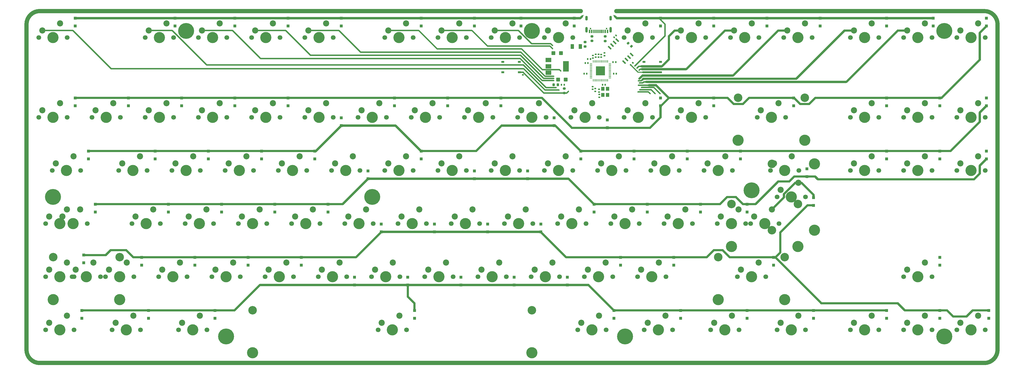
<source format=gbs>
G04 #@! TF.GenerationSoftware,KiCad,Pcbnew,(7.0.0)*
G04 #@! TF.CreationDate,2023-02-27T14:14:18+01:00*
G04 #@! TF.ProjectId,Belja80,42656c6a-6138-4302-9e6b-696361645f70,1.0*
G04 #@! TF.SameCoordinates,Original*
G04 #@! TF.FileFunction,Soldermask,Bot*
G04 #@! TF.FilePolarity,Negative*
%FSLAX46Y46*%
G04 Gerber Fmt 4.6, Leading zero omitted, Abs format (unit mm)*
G04 Created by KiCad (PCBNEW (7.0.0)) date 2023-02-27 14:14:18*
%MOMM*%
%LPD*%
G01*
G04 APERTURE LIST*
G04 Aperture macros list*
%AMRoundRect*
0 Rectangle with rounded corners*
0 $1 Rounding radius*
0 $2 $3 $4 $5 $6 $7 $8 $9 X,Y pos of 4 corners*
0 Add a 4 corners polygon primitive as box body*
4,1,4,$2,$3,$4,$5,$6,$7,$8,$9,$2,$3,0*
0 Add four circle primitives for the rounded corners*
1,1,$1+$1,$2,$3*
1,1,$1+$1,$4,$5*
1,1,$1+$1,$6,$7*
1,1,$1+$1,$8,$9*
0 Add four rect primitives between the rounded corners*
20,1,$1+$1,$2,$3,$4,$5,0*
20,1,$1+$1,$4,$5,$6,$7,0*
20,1,$1+$1,$6,$7,$8,$9,0*
20,1,$1+$1,$8,$9,$2,$3,0*%
%AMRotRect*
0 Rectangle, with rotation*
0 The origin of the aperture is its center*
0 $1 length*
0 $2 width*
0 $3 Rotation angle, in degrees counterclockwise*
0 Add horizontal line*
21,1,$1,$2,0,0,$3*%
G04 Aperture macros list end*
%ADD10C,1.500000*%
%ADD11C,1.700000*%
%ADD12C,4.000000*%
%ADD13C,2.200000*%
%ADD14C,5.700000*%
%ADD15C,3.050000*%
%ADD16RoundRect,0.140000X0.021213X-0.219203X0.219203X-0.021213X-0.021213X0.219203X-0.219203X0.021213X0*%
%ADD17R,1.100000X1.100000*%
%ADD18RoundRect,0.140000X0.140000X0.170000X-0.140000X0.170000X-0.140000X-0.170000X0.140000X-0.170000X0*%
%ADD19R,1.000000X0.750000*%
%ADD20RoundRect,0.218750X-0.256250X0.218750X-0.256250X-0.218750X0.256250X-0.218750X0.256250X0.218750X0*%
%ADD21RoundRect,0.140000X-0.170000X0.140000X-0.170000X-0.140000X0.170000X-0.140000X0.170000X0.140000X0*%
%ADD22RoundRect,0.140000X-0.140000X-0.170000X0.140000X-0.170000X0.140000X0.170000X-0.140000X0.170000X0*%
%ADD23RoundRect,0.200000X0.275000X-0.200000X0.275000X0.200000X-0.275000X0.200000X-0.275000X-0.200000X0*%
%ADD24RoundRect,0.135000X0.185000X-0.135000X0.185000X0.135000X-0.185000X0.135000X-0.185000X-0.135000X0*%
%ADD25RotRect,1.487399X0.532600X135.000000*%
%ADD26RoundRect,0.250000X0.375000X0.625000X-0.375000X0.625000X-0.375000X-0.625000X0.375000X-0.625000X0*%
%ADD27RoundRect,0.218750X-0.218750X-0.256250X0.218750X-0.256250X0.218750X0.256250X-0.218750X0.256250X0*%
%ADD28RoundRect,0.200000X-0.275000X0.200000X-0.275000X-0.200000X0.275000X-0.200000X0.275000X0.200000X0*%
%ADD29RoundRect,0.135000X0.035355X-0.226274X0.226274X-0.035355X-0.035355X0.226274X-0.226274X0.035355X0*%
%ADD30RoundRect,0.250000X0.450000X0.425000X-0.450000X0.425000X-0.450000X-0.425000X0.450000X-0.425000X0*%
%ADD31R,0.807999X0.178600*%
%ADD32R,0.178600X0.807999*%
%ADD33C,0.600000*%
%ADD34R,3.200400X3.200400*%
%ADD35RoundRect,0.135000X0.135000X0.185000X-0.135000X0.185000X-0.135000X-0.185000X0.135000X-0.185000X0*%
%ADD36RoundRect,0.200000X0.335876X0.053033X0.053033X0.335876X-0.335876X-0.053033X-0.053033X-0.335876X0*%
%ADD37RoundRect,0.140000X0.170000X-0.140000X0.170000X0.140000X-0.170000X0.140000X-0.170000X-0.140000X0*%
%ADD38R,0.600000X1.160000*%
%ADD39R,0.300000X1.160000*%
%ADD40O,0.900000X1.700000*%
%ADD41O,0.900000X2.000000*%
%ADD42R,2.000000X1.500000*%
%ADD43R,2.000000X3.800000*%
%ADD44R,1.200000X1.400000*%
%ADD45RoundRect,0.135000X-0.185000X0.135000X-0.185000X-0.135000X0.185000X-0.135000X0.185000X0.135000X0*%
G04 APERTURE END LIST*
D10*
X249237500Y-38100000D02*
X381000000Y-38100000D01*
X38100000Y-42862500D02*
X38100000Y-159543750D01*
X42862500Y-164306250D02*
X381000000Y-164306250D01*
X385762500Y-42862500D02*
G75*
G03*
X381000000Y-38100000I-4762500J0D01*
G01*
X236537500Y-38100000D02*
X42862500Y-38100000D01*
X385762500Y-159543750D02*
X385762500Y-42862500D01*
X42862500Y-38100000D02*
G75*
G03*
X38100000Y-42862500I0J-4762500D01*
G01*
X38099950Y-159543750D02*
G75*
G03*
X42862500Y-164306250I4762550J50D01*
G01*
X381000000Y-164306200D02*
G75*
G03*
X385762500Y-159543750I0J4762500D01*
G01*
D11*
X175895000Y-76200000D03*
D12*
X180975000Y-76200000D03*
D11*
X186055000Y-76200000D03*
D13*
X183515000Y-71120000D03*
X177165000Y-73660000D03*
D11*
X166370000Y-95250000D03*
D12*
X171450000Y-95250000D03*
D11*
X176530000Y-95250000D03*
D13*
X173990000Y-90170000D03*
X167640000Y-92710000D03*
D11*
X371157500Y-95250000D03*
D12*
X376237500Y-95250000D03*
D11*
X381317500Y-95250000D03*
D13*
X378777500Y-90170000D03*
X372427500Y-92710000D03*
D11*
X94932500Y-114300000D03*
D12*
X100012500Y-114300000D03*
D11*
X105092500Y-114300000D03*
D13*
X102552500Y-109220000D03*
X96202500Y-111760000D03*
D14*
X109537500Y-154781250D03*
D11*
X333057500Y-152400000D03*
D12*
X338137500Y-152400000D03*
D11*
X343217500Y-152400000D03*
D13*
X340677500Y-147320000D03*
X334327500Y-149860000D03*
D14*
X297656250Y-102393750D03*
D11*
X252095000Y-47625000D03*
D12*
X257175000Y-47625000D03*
D11*
X262255000Y-47625000D03*
D13*
X259715000Y-42545000D03*
X253365000Y-45085000D03*
D11*
X47307500Y-95250000D03*
D12*
X52387500Y-95250000D03*
D11*
X57467500Y-95250000D03*
D13*
X54927500Y-90170000D03*
X48577500Y-92710000D03*
D11*
X371157500Y-76200000D03*
D12*
X376237500Y-76200000D03*
D11*
X381317500Y-76200000D03*
D13*
X378777500Y-71120000D03*
X372427500Y-73660000D03*
D15*
X47631250Y-126350000D03*
D12*
X47631250Y-141590000D03*
D11*
X54451250Y-133350000D03*
D12*
X59531250Y-133350000D03*
D11*
X64611250Y-133350000D03*
D15*
X71431250Y-126350000D03*
D12*
X71431250Y-141590000D03*
D13*
X62071250Y-128270000D03*
X55721250Y-130810000D03*
D11*
X371157500Y-152400000D03*
D12*
X376237500Y-152400000D03*
D11*
X381317500Y-152400000D03*
D13*
X378777500Y-147320000D03*
X372427500Y-149860000D03*
D15*
X292900000Y-69200000D03*
D12*
X292900000Y-84440000D03*
D11*
X299720000Y-76200000D03*
D12*
X304800000Y-76200000D03*
D11*
X309880000Y-76200000D03*
D15*
X316700000Y-69200000D03*
D12*
X316700000Y-84440000D03*
D13*
X307340000Y-71120000D03*
X300990000Y-73660000D03*
D11*
X128270000Y-95250000D03*
D12*
X133350000Y-95250000D03*
D11*
X138430000Y-95250000D03*
D13*
X135890000Y-90170000D03*
X129540000Y-92710000D03*
D11*
X352107500Y-152400000D03*
D12*
X357187500Y-152400000D03*
D11*
X362267500Y-152400000D03*
D13*
X359727500Y-147320000D03*
X353377500Y-149860000D03*
D11*
X104457500Y-133350000D03*
D12*
X109537500Y-133350000D03*
D11*
X114617500Y-133350000D03*
D13*
X112077500Y-128270000D03*
X105727500Y-130810000D03*
D11*
X259238750Y-152400000D03*
D12*
X264318750Y-152400000D03*
D11*
X269398750Y-152400000D03*
D13*
X266858750Y-147320000D03*
X260508750Y-149860000D03*
D11*
X352107500Y-47625000D03*
D12*
X357187500Y-47625000D03*
D11*
X362267500Y-47625000D03*
D13*
X359727500Y-42545000D03*
X353377500Y-45085000D03*
D11*
X109220000Y-95250000D03*
D12*
X114300000Y-95250000D03*
D11*
X119380000Y-95250000D03*
D13*
X116840000Y-90170000D03*
X110490000Y-92710000D03*
D11*
X44926250Y-152400000D03*
D12*
X50006250Y-152400000D03*
D11*
X55086250Y-152400000D03*
D13*
X52546250Y-147320000D03*
X46196250Y-149860000D03*
D11*
X309245000Y-47625000D03*
D12*
X314325000Y-47625000D03*
D11*
X319405000Y-47625000D03*
D13*
X316865000Y-42545000D03*
X310515000Y-45085000D03*
D11*
X223520000Y-95250000D03*
D12*
X228600000Y-95250000D03*
D11*
X233680000Y-95250000D03*
D13*
X231140000Y-90170000D03*
X224790000Y-92710000D03*
D11*
X237807500Y-133350000D03*
D12*
X242887500Y-133350000D03*
D11*
X247967500Y-133350000D03*
D13*
X245427500Y-128270000D03*
X239077500Y-130810000D03*
D11*
X194945000Y-76200000D03*
D12*
X200025000Y-76200000D03*
D11*
X205105000Y-76200000D03*
D13*
X202565000Y-71120000D03*
X196215000Y-73660000D03*
D11*
X71120000Y-95250000D03*
D12*
X76200000Y-95250000D03*
D11*
X81280000Y-95250000D03*
D13*
X78740000Y-90170000D03*
X72390000Y-92710000D03*
D11*
X213995000Y-76200000D03*
D12*
X219075000Y-76200000D03*
D11*
X224155000Y-76200000D03*
D13*
X221615000Y-71120000D03*
X215265000Y-73660000D03*
D11*
X133032500Y-114300000D03*
D12*
X138112500Y-114300000D03*
D11*
X143192500Y-114300000D03*
D13*
X140652500Y-109220000D03*
X134302500Y-111760000D03*
D11*
X204470000Y-47625000D03*
D12*
X209550000Y-47625000D03*
D11*
X214630000Y-47625000D03*
D13*
X212090000Y-42545000D03*
X205740000Y-45085000D03*
D15*
X119068750Y-145400000D03*
D12*
X119068750Y-160640000D03*
D11*
X163988750Y-152400000D03*
D12*
X169068750Y-152400000D03*
D11*
X174148750Y-152400000D03*
D15*
X219068750Y-145400000D03*
D12*
X219068750Y-160640000D03*
D13*
X171608750Y-147320000D03*
X165258750Y-149860000D03*
D11*
X152082500Y-114300000D03*
D12*
X157162500Y-114300000D03*
D11*
X162242500Y-114300000D03*
D13*
X159702500Y-109220000D03*
X153352500Y-111760000D03*
D11*
X290195000Y-47625000D03*
D12*
X295275000Y-47625000D03*
D11*
X300355000Y-47625000D03*
D13*
X297815000Y-42545000D03*
X291465000Y-45085000D03*
D11*
X190182500Y-114300000D03*
D12*
X195262500Y-114300000D03*
D11*
X200342500Y-114300000D03*
D13*
X197802500Y-109220000D03*
X191452500Y-111760000D03*
D11*
X271145000Y-47625000D03*
D12*
X276225000Y-47625000D03*
D11*
X281305000Y-47625000D03*
D13*
X278765000Y-42545000D03*
X272415000Y-45085000D03*
D11*
X147320000Y-95250000D03*
D12*
X152400000Y-95250000D03*
D11*
X157480000Y-95250000D03*
D13*
X154940000Y-90170000D03*
X148590000Y-92710000D03*
D11*
X180657500Y-133350000D03*
D12*
X185737500Y-133350000D03*
D11*
X190817500Y-133350000D03*
D13*
X188277500Y-128270000D03*
X181927500Y-130810000D03*
D11*
X199707500Y-133350000D03*
D12*
X204787500Y-133350000D03*
D11*
X209867500Y-133350000D03*
D13*
X207327500Y-128270000D03*
X200977500Y-130810000D03*
D11*
X204470000Y-95250000D03*
D12*
X209550000Y-95250000D03*
D11*
X214630000Y-95250000D03*
D13*
X212090000Y-90170000D03*
X205740000Y-92710000D03*
D11*
X242570000Y-95250000D03*
D12*
X247650000Y-95250000D03*
D11*
X252730000Y-95250000D03*
D13*
X250190000Y-90170000D03*
X243840000Y-92710000D03*
D14*
X95250000Y-45243750D03*
D11*
X256857500Y-133350000D03*
D12*
X261937500Y-133350000D03*
D11*
X267017500Y-133350000D03*
D13*
X264477500Y-128270000D03*
X258127500Y-130810000D03*
D11*
X99695000Y-47625000D03*
D12*
X104775000Y-47625000D03*
D11*
X109855000Y-47625000D03*
D13*
X107315000Y-42545000D03*
X100965000Y-45085000D03*
D11*
X185420000Y-95250000D03*
D12*
X190500000Y-95250000D03*
D11*
X195580000Y-95250000D03*
D13*
X193040000Y-90170000D03*
X186690000Y-92710000D03*
D11*
X85407500Y-133350000D03*
D12*
X90487500Y-133350000D03*
D11*
X95567500Y-133350000D03*
D13*
X93027500Y-128270000D03*
X86677500Y-130810000D03*
D11*
X333057500Y-95250000D03*
D12*
X338137500Y-95250000D03*
D11*
X343217500Y-95250000D03*
D13*
X340677500Y-90170000D03*
X334327500Y-92710000D03*
D14*
X366712500Y-45243750D03*
D11*
X333057500Y-76200000D03*
D12*
X338137500Y-76200000D03*
D11*
X343217500Y-76200000D03*
D13*
X340677500Y-71120000D03*
X334327500Y-73660000D03*
D11*
X166370000Y-47625000D03*
D12*
X171450000Y-47625000D03*
D11*
X176530000Y-47625000D03*
D13*
X173990000Y-42545000D03*
X167640000Y-45085000D03*
D11*
X218757500Y-133350000D03*
D12*
X223837500Y-133350000D03*
D11*
X228917500Y-133350000D03*
D13*
X226377500Y-128270000D03*
X220027500Y-130810000D03*
D11*
X209232500Y-114300000D03*
D12*
X214312500Y-114300000D03*
D11*
X219392500Y-114300000D03*
D13*
X216852500Y-109220000D03*
X210502500Y-111760000D03*
D11*
X352107500Y-95250000D03*
D12*
X357187500Y-95250000D03*
D11*
X362267500Y-95250000D03*
D13*
X359727500Y-90170000D03*
X353377500Y-92710000D03*
D11*
X75882500Y-114300000D03*
D12*
X80962500Y-114300000D03*
D11*
X86042500Y-114300000D03*
D13*
X83502500Y-109220000D03*
X77152500Y-111760000D03*
D11*
X156845000Y-76200000D03*
D12*
X161925000Y-76200000D03*
D11*
X167005000Y-76200000D03*
D13*
X164465000Y-71120000D03*
X158115000Y-73660000D03*
D11*
X247332500Y-114300000D03*
D12*
X252412500Y-114300000D03*
D11*
X257492500Y-114300000D03*
D13*
X254952500Y-109220000D03*
X248602500Y-111760000D03*
D11*
X261620000Y-95250000D03*
D12*
X266700000Y-95250000D03*
D11*
X271780000Y-95250000D03*
D13*
X269240000Y-90170000D03*
X262890000Y-92710000D03*
D11*
X44926250Y-114300000D03*
D12*
X50006250Y-114300000D03*
D11*
X55086250Y-114300000D03*
D13*
X52546250Y-109220000D03*
X46196250Y-111760000D03*
D11*
X113982500Y-114300000D03*
D12*
X119062500Y-114300000D03*
D11*
X124142500Y-114300000D03*
D13*
X121602500Y-109220000D03*
X115252500Y-111760000D03*
D11*
X228282500Y-114300000D03*
D12*
X233362500Y-114300000D03*
D11*
X238442500Y-114300000D03*
D13*
X235902500Y-109220000D03*
X229552500Y-111760000D03*
D11*
X142557500Y-133350000D03*
D12*
X147637500Y-133350000D03*
D11*
X152717500Y-133350000D03*
D13*
X150177500Y-128270000D03*
X143827500Y-130810000D03*
D14*
X252412500Y-154781250D03*
D15*
X304943750Y-92875000D03*
X304943750Y-116675000D03*
D11*
X306863750Y-104775000D03*
D12*
X311943750Y-104775000D03*
D11*
X317023750Y-104775000D03*
D12*
X320183750Y-92875000D03*
X320183750Y-116675000D03*
D13*
X314483750Y-99695000D03*
X308133750Y-102235000D03*
D11*
X161607500Y-133350000D03*
D12*
X166687500Y-133350000D03*
D11*
X171767500Y-133350000D03*
D13*
X169227500Y-128270000D03*
X162877500Y-130810000D03*
D11*
X118745000Y-47625000D03*
D12*
X123825000Y-47625000D03*
D11*
X128905000Y-47625000D03*
D13*
X126365000Y-42545000D03*
X120015000Y-45085000D03*
D11*
X44926250Y-133350000D03*
D12*
X50006250Y-133350000D03*
D11*
X55086250Y-133350000D03*
D13*
X52546250Y-128270000D03*
X46196250Y-130810000D03*
D14*
X47625000Y-104775000D03*
D11*
X283051250Y-152400000D03*
D12*
X288131250Y-152400000D03*
D11*
X293211250Y-152400000D03*
D13*
X290671250Y-147320000D03*
X284321250Y-149860000D03*
D11*
X80645000Y-76200000D03*
D12*
X85725000Y-76200000D03*
D11*
X90805000Y-76200000D03*
D13*
X88265000Y-71120000D03*
X81915000Y-73660000D03*
D15*
X290518750Y-107300000D03*
D12*
X290518750Y-122540000D03*
D11*
X297338750Y-114300000D03*
D12*
X302418750Y-114300000D03*
D11*
X307498750Y-114300000D03*
D15*
X314318750Y-107300000D03*
D12*
X314318750Y-122540000D03*
D13*
X304958750Y-109220000D03*
X298608750Y-111760000D03*
D11*
X123507500Y-133350000D03*
D12*
X128587500Y-133350000D03*
D11*
X133667500Y-133350000D03*
D13*
X131127500Y-128270000D03*
X124777500Y-130810000D03*
D11*
X223520000Y-47625000D03*
D12*
X228600000Y-47625000D03*
D11*
X233680000Y-47625000D03*
D13*
X231140000Y-42545000D03*
X224790000Y-45085000D03*
D11*
X306863750Y-152400000D03*
D12*
X311943750Y-152400000D03*
D11*
X317023750Y-152400000D03*
D13*
X314483750Y-147320000D03*
X308133750Y-149860000D03*
D11*
X352107500Y-133350000D03*
D12*
X357187500Y-133350000D03*
D11*
X362267500Y-133350000D03*
D13*
X359727500Y-128270000D03*
X353377500Y-130810000D03*
D11*
X333057500Y-47625000D03*
D12*
X338137500Y-47625000D03*
D11*
X343217500Y-47625000D03*
D13*
X340677500Y-42545000D03*
X334327500Y-45085000D03*
D11*
X80645000Y-47625000D03*
D12*
X85725000Y-47625000D03*
D11*
X90805000Y-47625000D03*
D13*
X88265000Y-42545000D03*
X81915000Y-45085000D03*
D11*
X371157500Y-47625000D03*
D12*
X376237500Y-47625000D03*
D11*
X381317500Y-47625000D03*
D13*
X378777500Y-42545000D03*
X372427500Y-45085000D03*
D11*
X304482500Y-95250000D03*
D12*
X309562500Y-95250000D03*
D11*
X314642500Y-95250000D03*
D13*
X312102500Y-90170000D03*
X305752500Y-92710000D03*
D14*
X366712500Y-154781250D03*
D11*
X252095000Y-76200000D03*
D12*
X257175000Y-76200000D03*
D11*
X262255000Y-76200000D03*
D13*
X259715000Y-71120000D03*
X253365000Y-73660000D03*
D11*
X42545000Y-47625000D03*
D12*
X47625000Y-47625000D03*
D11*
X52705000Y-47625000D03*
D13*
X50165000Y-42545000D03*
X43815000Y-45085000D03*
D11*
X42545000Y-76200000D03*
D12*
X47625000Y-76200000D03*
D11*
X52705000Y-76200000D03*
D13*
X50165000Y-71120000D03*
X43815000Y-73660000D03*
D11*
X352107500Y-76200000D03*
D12*
X357187500Y-76200000D03*
D11*
X362267500Y-76200000D03*
D13*
X359727500Y-71120000D03*
X353377500Y-73660000D03*
D11*
X99695000Y-76200000D03*
D12*
X104775000Y-76200000D03*
D11*
X109855000Y-76200000D03*
D13*
X107315000Y-71120000D03*
X100965000Y-73660000D03*
D11*
X90170000Y-95250000D03*
D12*
X95250000Y-95250000D03*
D11*
X100330000Y-95250000D03*
D13*
X97790000Y-90170000D03*
X91440000Y-92710000D03*
D15*
X285756250Y-126350000D03*
D12*
X285756250Y-141590000D03*
D11*
X292576250Y-133350000D03*
D12*
X297656250Y-133350000D03*
D11*
X302736250Y-133350000D03*
D15*
X309556250Y-126350000D03*
D12*
X309556250Y-141590000D03*
D13*
X300196250Y-128270000D03*
X293846250Y-130810000D03*
D11*
X185420000Y-47625000D03*
D12*
X190500000Y-47625000D03*
D11*
X195580000Y-47625000D03*
D13*
X193040000Y-42545000D03*
X186690000Y-45085000D03*
D11*
X61595000Y-76200000D03*
D12*
X66675000Y-76200000D03*
D11*
X71755000Y-76200000D03*
D13*
X69215000Y-71120000D03*
X62865000Y-73660000D03*
D11*
X92551250Y-152400000D03*
D12*
X97631250Y-152400000D03*
D11*
X102711250Y-152400000D03*
D13*
X100171250Y-147320000D03*
X93821250Y-149860000D03*
D11*
X266382500Y-114300000D03*
D12*
X271462500Y-114300000D03*
D11*
X276542500Y-114300000D03*
D13*
X274002500Y-109220000D03*
X267652500Y-111760000D03*
D11*
X285432500Y-114300000D03*
D12*
X290512500Y-114300000D03*
D11*
X295592500Y-114300000D03*
D13*
X293052500Y-109220000D03*
X286702500Y-111760000D03*
D11*
X271145000Y-76200000D03*
D12*
X276225000Y-76200000D03*
D11*
X281305000Y-76200000D03*
D13*
X278765000Y-71120000D03*
X272415000Y-73660000D03*
D11*
X118745000Y-76200000D03*
D12*
X123825000Y-76200000D03*
D11*
X128905000Y-76200000D03*
D13*
X126365000Y-71120000D03*
X120015000Y-73660000D03*
D11*
X137795000Y-47625000D03*
D12*
X142875000Y-47625000D03*
D11*
X147955000Y-47625000D03*
D13*
X145415000Y-42545000D03*
X139065000Y-45085000D03*
D11*
X171132500Y-114300000D03*
D12*
X176212500Y-114300000D03*
D11*
X181292500Y-114300000D03*
D13*
X178752500Y-109220000D03*
X172402500Y-111760000D03*
D14*
X161925000Y-104775000D03*
D11*
X280670000Y-95250000D03*
D12*
X285750000Y-95250000D03*
D11*
X290830000Y-95250000D03*
D13*
X288290000Y-90170000D03*
X281940000Y-92710000D03*
D11*
X66357500Y-133350000D03*
D12*
X71437500Y-133350000D03*
D11*
X76517500Y-133350000D03*
D13*
X73977500Y-128270000D03*
X67627500Y-130810000D03*
D14*
X219075000Y-45243750D03*
D11*
X68738750Y-152400000D03*
D12*
X73818750Y-152400000D03*
D11*
X78898750Y-152400000D03*
D13*
X76358750Y-147320000D03*
X70008750Y-149860000D03*
D11*
X49688750Y-114300000D03*
D12*
X54768750Y-114300000D03*
D11*
X59848750Y-114300000D03*
D13*
X57308750Y-109220000D03*
X50958750Y-111760000D03*
D11*
X137795000Y-76200000D03*
D12*
X142875000Y-76200000D03*
D11*
X147955000Y-76200000D03*
D13*
X145415000Y-71120000D03*
X139065000Y-73660000D03*
D11*
X233045000Y-76200000D03*
D12*
X238125000Y-76200000D03*
D11*
X243205000Y-76200000D03*
D13*
X240665000Y-71120000D03*
X234315000Y-73660000D03*
D11*
X235426250Y-152400000D03*
D12*
X240506250Y-152400000D03*
D11*
X245586250Y-152400000D03*
D13*
X243046250Y-147320000D03*
X236696250Y-149860000D03*
D16*
X248529789Y-47481811D03*
X249208611Y-46802989D03*
D17*
X198437499Y-98237499D03*
X198437499Y-95437499D03*
X160337499Y-98237499D03*
X160337499Y-95437499D03*
D18*
X238669516Y-60546613D03*
X237709516Y-60546613D03*
D17*
X105568749Y-145443749D03*
X105568749Y-148243749D03*
X346074999Y-145443749D03*
X346074999Y-148243749D03*
D19*
X265127999Y-56290999D03*
X265127999Y-60040999D03*
X259127999Y-56290999D03*
X259127999Y-60040999D03*
D17*
X346074999Y-88293749D03*
X346074999Y-91093749D03*
D20*
X238125000Y-49218750D03*
X238125000Y-50793750D03*
D17*
X146049999Y-107343749D03*
X146049999Y-110143749D03*
X203199999Y-117287499D03*
X203199999Y-114487499D03*
X241299999Y-107343749D03*
X241299999Y-110143749D03*
X93662499Y-69243749D03*
X93662499Y-72043749D03*
X150812499Y-79187499D03*
X150812499Y-76387499D03*
X382587499Y-145443749D03*
X382587499Y-148243749D03*
D21*
X241750000Y-65920000D03*
X241750000Y-66880000D03*
D17*
X60324999Y-88293749D03*
X60324999Y-91093749D03*
X141287499Y-88293749D03*
X141287499Y-91093749D03*
X255587499Y-88293749D03*
X255587499Y-91093749D03*
X150812499Y-40668749D03*
X150812499Y-43468749D03*
D22*
X244345000Y-64490600D03*
X245305000Y-64490600D03*
D17*
X274637499Y-88293749D03*
X274637499Y-91093749D03*
X131762499Y-40668749D03*
X131762499Y-43468749D03*
X84137499Y-88293749D03*
X84137499Y-91093749D03*
X131762499Y-69243749D03*
X131762499Y-72043749D03*
X265112499Y-40668749D03*
X265112499Y-43468749D03*
X112712499Y-69243749D03*
X112712499Y-72043749D03*
X165099999Y-117287499D03*
X165099999Y-114487499D03*
D23*
X230600000Y-67525000D03*
X230600000Y-65875000D03*
D24*
X241909600Y-54662800D03*
X241909600Y-53642800D03*
D17*
X103187499Y-88293749D03*
X103187499Y-91093749D03*
D18*
X240002000Y-55295800D03*
X239042000Y-55295800D03*
D17*
X284162499Y-69243749D03*
X284162499Y-72043749D03*
D25*
X254732951Y-53690274D03*
X253834926Y-54588300D03*
X252936900Y-55486326D03*
X252038874Y-56384351D03*
X246866247Y-51211724D03*
X247764272Y-50313698D03*
X248662298Y-49415672D03*
X249560324Y-48517647D03*
D17*
X62706249Y-107343749D03*
X62706249Y-110143749D03*
X269874999Y-126393749D03*
X269874999Y-129193749D03*
X55562499Y-40668749D03*
X55562499Y-43468749D03*
D26*
X236350000Y-50800000D03*
X233550000Y-50800000D03*
D17*
X265112499Y-72043749D03*
X265112499Y-69243749D03*
X303212499Y-40668749D03*
X303212499Y-43468749D03*
D27*
X226796500Y-64516000D03*
X228371500Y-64516000D03*
D28*
X245268750Y-47181000D03*
X245268750Y-48831000D03*
D17*
X272256249Y-145443749D03*
X272256249Y-148243749D03*
X155574999Y-136337499D03*
X155574999Y-133537499D03*
X177006249Y-145443749D03*
X177006249Y-148243749D03*
X236537499Y-88293749D03*
X236537499Y-91093749D03*
X215106249Y-40668749D03*
X215106249Y-43468749D03*
X312737499Y-69243749D03*
X312737499Y-72043749D03*
X346074999Y-40668749D03*
X346074999Y-43468749D03*
X234156249Y-40668749D03*
X234156249Y-43468749D03*
X174624999Y-136337499D03*
X174624999Y-133537499D03*
X365124999Y-145443749D03*
X365124999Y-148243749D03*
D19*
X214581999Y-56290999D03*
X214581999Y-60040999D03*
X208581999Y-56290999D03*
X208581999Y-60040999D03*
D17*
X81756249Y-145443749D03*
X81756249Y-148243749D03*
X188912499Y-69243749D03*
X188912499Y-72043749D03*
X122237499Y-88293749D03*
X122237499Y-91093749D03*
X184149999Y-117287499D03*
X184149999Y-114487499D03*
D29*
X254426776Y-57409024D03*
X255148024Y-56687776D03*
D17*
X248443749Y-145443749D03*
X248443749Y-148243749D03*
X169862499Y-69243749D03*
X169862499Y-72043749D03*
X198437499Y-40668749D03*
X198437499Y-43468749D03*
D30*
X231140000Y-62674500D03*
X228440000Y-62674500D03*
D17*
X322262499Y-40668749D03*
X322262499Y-43468749D03*
X74612499Y-69243749D03*
X74612499Y-72043749D03*
X55562499Y-69243749D03*
X55562499Y-72043749D03*
D31*
X247012399Y-56889649D03*
X247012399Y-57296049D03*
X247012399Y-57702449D03*
X247012399Y-58108849D03*
X247012399Y-58515249D03*
X247012399Y-58921649D03*
X247012399Y-59328049D03*
X247012399Y-59734449D03*
X247012399Y-60140849D03*
X247012399Y-60547249D03*
X247012399Y-60953649D03*
X247012399Y-61360049D03*
X247012399Y-61766449D03*
X247012399Y-62172849D03*
D32*
X246252799Y-62932449D03*
X245846399Y-62932449D03*
X245439999Y-62932449D03*
X245033599Y-62932449D03*
X244627199Y-62932449D03*
X244220799Y-62932449D03*
X243814399Y-62932449D03*
X243407999Y-62932449D03*
X243001599Y-62932449D03*
X242595199Y-62932449D03*
X242188799Y-62932449D03*
X241782399Y-62932449D03*
X241375999Y-62932449D03*
X240969599Y-62932449D03*
D31*
X240209999Y-62172849D03*
X240209999Y-61766449D03*
X240209999Y-61360049D03*
X240209999Y-60953649D03*
X240209999Y-60547249D03*
X240209999Y-60140849D03*
X240209999Y-59734449D03*
X240209999Y-59328049D03*
X240209999Y-58921649D03*
X240209999Y-58515249D03*
X240209999Y-58108849D03*
X240209999Y-57702449D03*
X240209999Y-57296049D03*
X240209999Y-56889649D03*
D32*
X240969599Y-56130049D03*
X241375999Y-56130049D03*
X241782399Y-56130049D03*
X242188799Y-56130049D03*
X242595199Y-56130049D03*
X243001599Y-56130049D03*
X243407999Y-56130049D03*
X243814399Y-56130049D03*
X244220799Y-56130049D03*
X244627199Y-56130049D03*
X245033599Y-56130049D03*
X245439999Y-56130049D03*
X245846399Y-56130049D03*
X246252799Y-56130049D03*
D33*
X244881200Y-59531250D03*
X243611200Y-60801250D03*
X243611200Y-59531250D03*
D34*
X243611199Y-59531249D03*
D33*
X243611200Y-58261250D03*
X242341200Y-59531250D03*
D35*
X230634000Y-64516000D03*
X229614000Y-64516000D03*
D17*
X227012499Y-79187499D03*
X227012499Y-76387499D03*
X346074999Y-69243749D03*
X346074999Y-72043749D03*
X231774999Y-136337499D03*
X231774999Y-133537499D03*
D30*
X229442000Y-53149500D03*
X226742000Y-53149500D03*
D17*
X222249999Y-117287499D03*
X222249999Y-114487499D03*
X319881249Y-107762499D03*
X319881249Y-104962499D03*
X91281249Y-40668749D03*
X91281249Y-43468749D03*
D18*
X239091200Y-56769000D03*
X238131200Y-56769000D03*
D17*
X279399999Y-107343749D03*
X279399999Y-110143749D03*
X207962499Y-69243749D03*
X207962499Y-72043749D03*
D22*
X248109800Y-56388000D03*
X249069800Y-56388000D03*
D17*
X57943749Y-145443749D03*
X57943749Y-148243749D03*
D36*
X254659563Y-50773763D03*
X253492837Y-49607037D03*
D17*
X284162499Y-40668749D03*
X284162499Y-43468749D03*
X126999999Y-107343749D03*
X126999999Y-110143749D03*
X293687499Y-88293749D03*
X293687499Y-91093749D03*
D21*
X240825000Y-65170000D03*
X240825000Y-66130000D03*
D17*
X88899999Y-107343749D03*
X88899999Y-110143749D03*
D37*
X243840000Y-54658200D03*
X243840000Y-53698200D03*
D17*
X179387499Y-88293749D03*
X179387499Y-91093749D03*
X98424999Y-126393749D03*
X98424999Y-129193749D03*
X381793749Y-91093749D03*
X381793749Y-88293749D03*
X117474999Y-126393749D03*
X117474999Y-129193749D03*
X381793749Y-43468749D03*
X381793749Y-40668749D03*
X365124999Y-69243749D03*
X365124999Y-72043749D03*
X319881249Y-145443749D03*
X319881249Y-148243749D03*
D33*
X239997500Y-44350000D03*
X245777500Y-44350000D03*
D38*
X239687499Y-45409999D03*
X240487499Y-45409999D03*
D39*
X241637499Y-45409999D03*
X242637499Y-45409999D03*
X243137499Y-45409999D03*
X244137499Y-45409999D03*
D38*
X245287499Y-45409999D03*
X246087499Y-45409999D03*
X246087499Y-45409999D03*
X245287499Y-45409999D03*
D39*
X244637499Y-45409999D03*
X243637499Y-45409999D03*
X242137499Y-45409999D03*
X241137499Y-45409999D03*
D38*
X240487499Y-45409999D03*
X239687499Y-45409999D03*
D40*
X238567499Y-40659999D03*
D41*
X238567499Y-44829999D03*
D40*
X247207499Y-40659999D03*
D41*
X247207499Y-44829999D03*
D17*
X296068749Y-107343749D03*
X296068749Y-110143749D03*
X362743749Y-40668749D03*
X362743749Y-43468749D03*
D24*
X242900200Y-54662800D03*
X242900200Y-53642800D03*
D17*
X250824999Y-126393749D03*
X250824999Y-129193749D03*
D37*
X243128800Y-68983800D03*
X243128800Y-68023800D03*
D17*
X193674999Y-136337499D03*
X193674999Y-133537499D03*
X365124999Y-126393749D03*
X365124999Y-129193749D03*
X381793749Y-72043749D03*
X381793749Y-69243749D03*
X217487499Y-98237499D03*
X217487499Y-95437499D03*
X365124999Y-88293749D03*
X365124999Y-91093749D03*
D42*
X224941999Y-60211999D03*
X224941999Y-57911999D03*
D43*
X231241999Y-57911999D03*
D42*
X224941999Y-55611999D03*
D22*
X248306478Y-60546907D03*
X249266478Y-60546907D03*
D17*
X112712499Y-40668749D03*
X112712499Y-43468749D03*
D37*
X240911200Y-54980000D03*
X240911200Y-54020000D03*
D17*
X317499999Y-97443749D03*
X317499999Y-94643749D03*
X212724999Y-136337499D03*
X212724999Y-133537499D03*
X136524999Y-126393749D03*
X136524999Y-129193749D03*
D44*
X246137799Y-65955999D03*
X246137799Y-68155999D03*
X244437799Y-68155999D03*
X244437799Y-65955999D03*
D28*
X240563400Y-47155600D03*
X240563400Y-48805600D03*
D37*
X245008400Y-54099400D03*
X245008400Y-53139400D03*
D45*
X243103400Y-66139600D03*
X243103400Y-67159600D03*
D17*
X246062499Y-79981249D03*
X246062499Y-77181249D03*
X79374999Y-126393749D03*
X79374999Y-129193749D03*
X296068749Y-145443749D03*
X296068749Y-148243749D03*
X260349999Y-107343749D03*
X260349999Y-110143749D03*
X107949999Y-107343749D03*
X107949999Y-110143749D03*
X305593749Y-126393749D03*
X305593749Y-129193749D03*
X58549999Y-125599999D03*
X58549999Y-128399999D03*
X179387499Y-40668749D03*
X179387499Y-43468749D03*
D21*
X215798400Y-60045600D03*
X215798400Y-61005600D03*
G36*
X261764980Y-66052383D02*
G01*
X261824480Y-66064218D01*
X261869179Y-66082733D01*
X261919621Y-66116437D01*
X261938412Y-66131858D01*
X263312141Y-67505587D01*
X263327562Y-67524378D01*
X263361266Y-67574820D01*
X263379781Y-67619518D01*
X263389188Y-67666808D01*
X263389188Y-67715193D01*
X263379781Y-67762482D01*
X263361267Y-67807179D01*
X263334481Y-67847268D01*
X263300268Y-67881481D01*
X263260179Y-67908267D01*
X263215481Y-67926781D01*
X263168191Y-67936188D01*
X263119806Y-67936188D01*
X263072517Y-67926781D01*
X263027820Y-67908266D01*
X262977378Y-67874562D01*
X262958587Y-67859141D01*
X261658084Y-66558638D01*
X261648513Y-66552243D01*
X261637235Y-66550000D01*
X257689211Y-66550000D01*
X257665019Y-66547617D01*
X257605518Y-66535781D01*
X257560820Y-66517267D01*
X257520731Y-66490481D01*
X257486518Y-66456268D01*
X257459732Y-66416179D01*
X257441218Y-66371482D01*
X257431811Y-66324193D01*
X257431811Y-66275808D01*
X257441218Y-66228518D01*
X257459732Y-66183820D01*
X257486518Y-66143731D01*
X257520731Y-66109518D01*
X257560820Y-66082732D01*
X257605520Y-66064217D01*
X257665021Y-66052382D01*
X257689211Y-66050000D01*
X261740789Y-66050000D01*
X261764980Y-66052383D01*
G37*
G36*
X353387141Y-44686527D02*
G01*
X353481706Y-44701504D01*
X353518604Y-44713492D01*
X353595116Y-44752477D01*
X353626502Y-44775281D01*
X353687218Y-44835997D01*
X353710022Y-44867383D01*
X353749007Y-44943895D01*
X353760995Y-44980793D01*
X353774427Y-45065602D01*
X353774427Y-45104396D01*
X353760995Y-45189206D01*
X353749007Y-45226104D01*
X353710022Y-45302616D01*
X353687218Y-45334002D01*
X353626502Y-45394718D01*
X353595116Y-45417522D01*
X353518604Y-45456507D01*
X353481707Y-45468495D01*
X353387142Y-45483473D01*
X353367744Y-45485000D01*
X350189897Y-45485000D01*
X350178618Y-45487243D01*
X350169047Y-45493638D01*
X331886746Y-63775939D01*
X331871950Y-63788576D01*
X331858319Y-63798479D01*
X331850922Y-63804796D01*
X331845997Y-63809722D01*
X331814620Y-63832519D01*
X331808405Y-63835685D01*
X331800124Y-63840760D01*
X331794482Y-63844860D01*
X331759921Y-63862470D01*
X331753293Y-63864623D01*
X331744302Y-63868347D01*
X331738093Y-63871511D01*
X331701215Y-63883494D01*
X331694328Y-63884585D01*
X331684875Y-63886854D01*
X331678254Y-63889006D01*
X331639935Y-63895075D01*
X331632976Y-63895075D01*
X331623273Y-63895838D01*
X331606641Y-63898473D01*
X331587244Y-63900000D01*
X260098354Y-63900000D01*
X260093636Y-63899910D01*
X259991136Y-63896007D01*
X259980289Y-63895116D01*
X259901418Y-63885137D01*
X259889858Y-63883115D01*
X259825748Y-63868743D01*
X259815665Y-63866032D01*
X259758788Y-63848141D01*
X259752838Y-63846102D01*
X259695999Y-63825000D01*
X259637672Y-63803345D01*
X259634709Y-63802330D01*
X259573846Y-63783183D01*
X259568813Y-63781830D01*
X259499255Y-63766238D01*
X259493503Y-63765232D01*
X259409015Y-63754542D01*
X259403575Y-63754096D01*
X259297163Y-63750044D01*
X259294841Y-63750000D01*
X259195764Y-63750000D01*
X259184485Y-63752243D01*
X259174914Y-63758638D01*
X258884411Y-64049142D01*
X258865620Y-64064564D01*
X258815179Y-64098267D01*
X258770482Y-64116781D01*
X258710982Y-64128617D01*
X258686789Y-64131000D01*
X257568211Y-64131000D01*
X257544019Y-64128617D01*
X257484518Y-64116781D01*
X257439820Y-64098267D01*
X257399731Y-64071481D01*
X257365518Y-64037268D01*
X257338732Y-63997179D01*
X257320218Y-63952481D01*
X257310811Y-63905191D01*
X257310811Y-63856806D01*
X257320218Y-63809517D01*
X257338732Y-63764820D01*
X257365518Y-63724731D01*
X257399731Y-63690518D01*
X257439820Y-63663732D01*
X257484520Y-63645217D01*
X257544021Y-63633382D01*
X257568211Y-63631000D01*
X258583235Y-63631000D01*
X258594513Y-63628756D01*
X258604084Y-63622361D01*
X258894587Y-63331858D01*
X258913378Y-63316437D01*
X258963820Y-63282733D01*
X259008520Y-63264217D01*
X259068021Y-63252382D01*
X259092211Y-63250000D01*
X259294841Y-63250000D01*
X259297163Y-63249955D01*
X259403575Y-63245903D01*
X259409015Y-63245457D01*
X259493490Y-63234768D01*
X259499275Y-63233756D01*
X259568798Y-63218172D01*
X259573849Y-63216814D01*
X259634716Y-63197667D01*
X259637671Y-63196654D01*
X259695996Y-63175001D01*
X259752847Y-63153893D01*
X259758799Y-63151853D01*
X259815648Y-63133970D01*
X259825734Y-63131259D01*
X259889867Y-63116883D01*
X259901425Y-63114861D01*
X259980289Y-63104883D01*
X259991137Y-63103992D01*
X260093637Y-63100090D01*
X260098354Y-63100000D01*
X331419103Y-63100000D01*
X331430381Y-63097756D01*
X331439952Y-63091361D01*
X349722255Y-44809058D01*
X349737052Y-44796420D01*
X349750686Y-44786514D01*
X349758067Y-44780209D01*
X349762992Y-44775285D01*
X349794392Y-44752472D01*
X349800595Y-44749311D01*
X349808874Y-44744238D01*
X349814508Y-44740145D01*
X349849089Y-44722524D01*
X349855719Y-44720370D01*
X349864675Y-44716660D01*
X349870889Y-44713494D01*
X349907795Y-44701503D01*
X349914674Y-44700413D01*
X349924113Y-44698147D01*
X349930748Y-44695992D01*
X349969064Y-44689924D01*
X349976030Y-44689924D01*
X349985720Y-44689161D01*
X350002359Y-44686526D01*
X350021756Y-44685000D01*
X353367744Y-44685000D01*
X353387141Y-44686527D01*
G37*
G36*
X248463041Y-39488247D02*
G01*
X248504897Y-39522392D01*
X248509631Y-39525892D01*
X248557398Y-39557824D01*
X248563227Y-39561276D01*
X248607301Y-39584222D01*
X248613090Y-39586866D01*
X248657514Y-39604459D01*
X248661715Y-39605949D01*
X248710363Y-39621257D01*
X248712153Y-39621792D01*
X248767261Y-39637389D01*
X248768425Y-39637725D01*
X248829877Y-39655767D01*
X248834065Y-39657077D01*
X248903581Y-39680188D01*
X248909114Y-39682174D01*
X248985233Y-39711555D01*
X249009437Y-39724111D01*
X249014460Y-39727465D01*
X249038108Y-39739514D01*
X249115572Y-39795794D01*
X249130368Y-39808432D01*
X249139336Y-39817400D01*
X249166179Y-39857540D01*
X249175655Y-39904890D01*
X249166325Y-39952269D01*
X249073557Y-40177702D01*
X249071378Y-40182684D01*
X249065585Y-40195175D01*
X249060573Y-40204845D01*
X249055065Y-40214418D01*
X249049234Y-40223597D01*
X249042904Y-40232657D01*
X249036290Y-40241291D01*
X249029195Y-40249756D01*
X249021842Y-40257784D01*
X249014034Y-40265592D01*
X249006006Y-40272945D01*
X248997541Y-40280040D01*
X248988907Y-40286654D01*
X248979847Y-40292984D01*
X248970668Y-40298815D01*
X248961095Y-40304323D01*
X248951425Y-40309335D01*
X248938934Y-40315128D01*
X248933952Y-40317307D01*
X248708519Y-40410075D01*
X248661140Y-40419405D01*
X248613790Y-40409929D01*
X248573650Y-40383086D01*
X248564682Y-40374118D01*
X248552044Y-40359322D01*
X248495764Y-40281858D01*
X248483715Y-40258210D01*
X248480361Y-40253187D01*
X248467805Y-40228983D01*
X248438424Y-40152864D01*
X248436438Y-40147331D01*
X248413327Y-40077815D01*
X248412017Y-40073627D01*
X248393975Y-40012175D01*
X248393639Y-40011011D01*
X248378042Y-39955903D01*
X248377507Y-39954113D01*
X248362199Y-39905465D01*
X248360709Y-39901264D01*
X248343116Y-39856840D01*
X248340472Y-39851051D01*
X248317522Y-39806970D01*
X248314081Y-39801159D01*
X248282381Y-39753739D01*
X248278555Y-39748541D01*
X248244497Y-39706791D01*
X248218917Y-39652361D01*
X248221957Y-39592297D01*
X248252901Y-39540728D01*
X248296978Y-39496651D01*
X248348547Y-39465707D01*
X248408611Y-39462667D01*
X248463041Y-39488247D01*
G37*
G36*
X90308980Y-44837383D02*
G01*
X90368480Y-44849218D01*
X90413179Y-44867733D01*
X90463621Y-44901437D01*
X90482412Y-44916858D01*
X102710915Y-57145361D01*
X102720486Y-57151756D01*
X102731765Y-57154000D01*
X216014789Y-57154000D01*
X216038980Y-57156383D01*
X216098480Y-57168218D01*
X216143179Y-57186733D01*
X216193621Y-57220437D01*
X216212412Y-57235858D01*
X224249915Y-65273361D01*
X224259486Y-65279756D01*
X224270765Y-65282000D01*
X227698789Y-65282000D01*
X227722980Y-65284383D01*
X227782480Y-65296218D01*
X227827179Y-65314732D01*
X227867268Y-65341518D01*
X227901481Y-65375731D01*
X227928267Y-65415820D01*
X227946781Y-65460518D01*
X227956188Y-65507808D01*
X227956188Y-65556193D01*
X227946781Y-65603482D01*
X227928267Y-65648179D01*
X227901481Y-65688268D01*
X227867268Y-65722481D01*
X227827179Y-65749267D01*
X227782482Y-65767781D01*
X227722982Y-65779617D01*
X227698789Y-65782000D01*
X224167207Y-65782000D01*
X224143013Y-65779617D01*
X224083516Y-65767781D01*
X224038820Y-65749266D01*
X223988378Y-65715562D01*
X223969587Y-65700141D01*
X215932084Y-57662638D01*
X215922513Y-57656243D01*
X215911235Y-57654000D01*
X102628207Y-57654000D01*
X102604013Y-57651617D01*
X102544516Y-57639781D01*
X102499820Y-57621266D01*
X102449378Y-57587562D01*
X102430587Y-57572141D01*
X90202084Y-45343638D01*
X90192513Y-45337243D01*
X90181235Y-45335000D01*
X81927211Y-45335000D01*
X81903019Y-45332617D01*
X81843518Y-45320781D01*
X81798820Y-45302267D01*
X81758731Y-45275481D01*
X81724518Y-45241268D01*
X81697732Y-45201179D01*
X81679218Y-45156482D01*
X81669811Y-45109193D01*
X81669811Y-45060808D01*
X81679218Y-45013518D01*
X81697732Y-44968820D01*
X81724518Y-44928731D01*
X81758731Y-44894518D01*
X81798820Y-44867732D01*
X81843520Y-44849217D01*
X81903021Y-44837382D01*
X81927211Y-44835000D01*
X90284789Y-44835000D01*
X90308980Y-44837383D01*
G37*
G36*
X272424641Y-44686527D02*
G01*
X272519206Y-44701504D01*
X272556104Y-44713492D01*
X272632616Y-44752477D01*
X272664002Y-44775281D01*
X272724718Y-44835997D01*
X272747522Y-44867383D01*
X272786507Y-44943895D01*
X272798495Y-44980793D01*
X272811927Y-45065602D01*
X272811927Y-45104396D01*
X272798495Y-45189206D01*
X272786507Y-45226104D01*
X272747522Y-45302616D01*
X272724718Y-45334002D01*
X272664002Y-45394718D01*
X272632616Y-45417522D01*
X272556104Y-45456507D01*
X272519207Y-45468495D01*
X272424642Y-45483473D01*
X272405244Y-45485000D01*
X270306897Y-45485000D01*
X270295618Y-45487243D01*
X270286047Y-45493638D01*
X268505638Y-47274047D01*
X268499243Y-47283618D01*
X268497000Y-47294897D01*
X268497000Y-55362244D01*
X268495473Y-55381641D01*
X268492838Y-55398273D01*
X268492075Y-55407976D01*
X268492075Y-55414933D01*
X268486005Y-55453255D01*
X268483852Y-55459878D01*
X268481581Y-55469337D01*
X268480492Y-55476216D01*
X268468509Y-55513100D01*
X268465342Y-55519315D01*
X268461626Y-55528286D01*
X268459470Y-55534923D01*
X268441864Y-55569476D01*
X268437768Y-55575113D01*
X268432679Y-55583418D01*
X268429518Y-55589622D01*
X268406724Y-55620995D01*
X268401795Y-55625923D01*
X268395480Y-55633318D01*
X268385575Y-55646951D01*
X268372939Y-55661745D01*
X265846746Y-58187939D01*
X265831950Y-58200576D01*
X265818319Y-58210479D01*
X265810922Y-58216796D01*
X265805997Y-58221722D01*
X265774620Y-58244519D01*
X265768405Y-58247685D01*
X265760124Y-58252760D01*
X265754482Y-58256860D01*
X265719921Y-58274470D01*
X265713293Y-58276623D01*
X265704302Y-58280347D01*
X265698093Y-58283511D01*
X265661215Y-58295494D01*
X265654328Y-58296585D01*
X265644875Y-58298854D01*
X265638254Y-58301006D01*
X265599935Y-58307075D01*
X265592976Y-58307075D01*
X265583273Y-58307838D01*
X265566641Y-58310473D01*
X265547244Y-58312000D01*
X258447354Y-58312000D01*
X258442636Y-58311910D01*
X258340136Y-58308007D01*
X258329289Y-58307116D01*
X258250418Y-58297137D01*
X258238858Y-58295115D01*
X258174748Y-58280743D01*
X258164665Y-58278032D01*
X258107788Y-58260141D01*
X258101838Y-58258102D01*
X258044999Y-58237000D01*
X257986672Y-58215345D01*
X257983709Y-58214330D01*
X257922846Y-58195183D01*
X257917813Y-58193830D01*
X257848255Y-58178238D01*
X257842503Y-58177232D01*
X257758015Y-58166542D01*
X257752575Y-58166096D01*
X257646163Y-58162044D01*
X257643841Y-58162000D01*
X257417764Y-58162000D01*
X257406485Y-58164243D01*
X257396914Y-58170638D01*
X256852411Y-58715141D01*
X256833621Y-58730562D01*
X256783180Y-58764266D01*
X256738481Y-58782781D01*
X256691191Y-58792188D01*
X256642806Y-58792188D01*
X256595517Y-58782781D01*
X256550820Y-58764267D01*
X256510731Y-58737481D01*
X256476518Y-58703268D01*
X256449732Y-58663179D01*
X256431218Y-58618482D01*
X256421811Y-58571193D01*
X256421811Y-58522808D01*
X256431218Y-58475518D01*
X256449733Y-58430820D01*
X256483437Y-58380378D01*
X256498858Y-58361587D01*
X257116587Y-57743858D01*
X257135377Y-57728437D01*
X257185821Y-57694731D01*
X257230523Y-57676215D01*
X257290017Y-57664382D01*
X257314206Y-57662000D01*
X257643841Y-57662000D01*
X257646163Y-57661955D01*
X257752575Y-57657903D01*
X257758015Y-57657457D01*
X257842490Y-57646768D01*
X257848275Y-57645756D01*
X257917798Y-57630172D01*
X257922849Y-57628814D01*
X257983716Y-57609667D01*
X257986671Y-57608654D01*
X258044996Y-57587001D01*
X258101847Y-57565893D01*
X258107799Y-57563853D01*
X258164648Y-57545970D01*
X258174734Y-57543259D01*
X258238867Y-57528883D01*
X258250425Y-57526861D01*
X258329289Y-57516883D01*
X258340137Y-57515992D01*
X258442637Y-57512090D01*
X258447354Y-57512000D01*
X265379103Y-57512000D01*
X265390381Y-57509756D01*
X265399952Y-57503361D01*
X267688361Y-55214953D01*
X267694756Y-55205382D01*
X267697000Y-55194104D01*
X267697000Y-47126756D01*
X267698527Y-47107359D01*
X267701161Y-47090726D01*
X267701925Y-47081024D01*
X267701925Y-47074064D01*
X267707992Y-47035751D01*
X267710148Y-47029113D01*
X267712411Y-47019686D01*
X267713503Y-47012794D01*
X267725494Y-46975890D01*
X267728657Y-46969681D01*
X267732372Y-46960712D01*
X267734525Y-46954087D01*
X267752142Y-46919514D01*
X267756233Y-46913882D01*
X267761311Y-46905595D01*
X267764472Y-46899392D01*
X267787285Y-46867992D01*
X267792209Y-46863067D01*
X267798514Y-46855686D01*
X267808420Y-46842052D01*
X267821058Y-46827255D01*
X269839255Y-44809058D01*
X269854052Y-44796420D01*
X269867686Y-44786514D01*
X269875067Y-44780209D01*
X269879992Y-44775285D01*
X269911392Y-44752472D01*
X269917595Y-44749311D01*
X269925882Y-44744233D01*
X269931514Y-44740142D01*
X269966087Y-44722525D01*
X269972712Y-44720372D01*
X269981681Y-44716657D01*
X269987890Y-44713494D01*
X270024794Y-44701503D01*
X270031686Y-44700411D01*
X270041113Y-44698148D01*
X270047751Y-44695992D01*
X270086064Y-44689925D01*
X270093024Y-44689925D01*
X270102726Y-44689161D01*
X270119359Y-44686527D01*
X270138756Y-44685000D01*
X272405244Y-44685000D01*
X272424641Y-44686527D01*
G37*
G36*
X261258221Y-64316561D02*
G01*
X261303594Y-64361821D01*
X261320310Y-64423690D01*
X261320999Y-64699375D01*
X261320999Y-64700625D01*
X261320310Y-64976310D01*
X261303594Y-65038179D01*
X261258221Y-65083439D01*
X261196310Y-65100000D01*
X261072354Y-65100000D01*
X261067636Y-65099910D01*
X260965136Y-65096007D01*
X260954289Y-65095116D01*
X260875418Y-65085137D01*
X260863858Y-65083115D01*
X260799748Y-65068743D01*
X260789665Y-65066032D01*
X260732788Y-65048141D01*
X260726838Y-65046102D01*
X260669999Y-65025000D01*
X260611672Y-65003345D01*
X260608709Y-65002330D01*
X260547846Y-64983183D01*
X260542813Y-64981830D01*
X260473255Y-64966238D01*
X260467503Y-64965232D01*
X260383015Y-64954542D01*
X260377575Y-64954096D01*
X260271163Y-64950044D01*
X260268841Y-64950000D01*
X260144000Y-64950000D01*
X260082000Y-64933387D01*
X260036613Y-64888000D01*
X260020000Y-64826000D01*
X260020000Y-64574000D01*
X260036613Y-64512000D01*
X260082000Y-64466613D01*
X260144000Y-64450000D01*
X260268841Y-64450000D01*
X260271163Y-64449955D01*
X260377575Y-64445903D01*
X260383015Y-64445457D01*
X260467490Y-64434768D01*
X260473275Y-64433756D01*
X260542798Y-64418172D01*
X260547849Y-64416814D01*
X260608716Y-64397667D01*
X260611671Y-64396654D01*
X260669996Y-64375001D01*
X260726847Y-64353893D01*
X260732799Y-64351853D01*
X260789648Y-64333970D01*
X260799734Y-64331259D01*
X260863867Y-64316883D01*
X260875425Y-64314861D01*
X260954289Y-64304883D01*
X260965137Y-64303992D01*
X261067637Y-64300090D01*
X261072354Y-64300000D01*
X261196310Y-64300000D01*
X261258221Y-64316561D01*
G37*
G36*
X197623980Y-44837383D02*
G01*
X197683480Y-44849218D01*
X197728179Y-44867733D01*
X197778621Y-44901437D01*
X197797412Y-44916858D01*
X203294914Y-50414361D01*
X203304485Y-50420756D01*
X203315764Y-50423000D01*
X225539789Y-50423000D01*
X225563980Y-50425383D01*
X225623480Y-50437218D01*
X225668179Y-50455733D01*
X225718621Y-50489437D01*
X225737412Y-50504858D01*
X226609141Y-51376587D01*
X226624562Y-51395378D01*
X226658266Y-51445820D01*
X226676781Y-51490517D01*
X226686188Y-51537806D01*
X226686188Y-51586191D01*
X226676781Y-51633481D01*
X226658267Y-51678179D01*
X226631481Y-51718268D01*
X226597268Y-51752481D01*
X226557179Y-51779267D01*
X226512482Y-51797781D01*
X226465193Y-51807188D01*
X226416808Y-51807188D01*
X226369518Y-51797781D01*
X226324820Y-51779266D01*
X226274378Y-51745562D01*
X226255587Y-51730141D01*
X225457084Y-50931638D01*
X225447513Y-50925243D01*
X225436235Y-50923000D01*
X203212211Y-50923000D01*
X203188019Y-50920617D01*
X203128518Y-50908781D01*
X203083820Y-50890266D01*
X203033381Y-50856564D01*
X203014590Y-50841143D01*
X197517084Y-45343638D01*
X197507513Y-45337243D01*
X197496235Y-45335000D01*
X186702211Y-45335000D01*
X186678019Y-45332617D01*
X186618518Y-45320781D01*
X186573820Y-45302267D01*
X186533731Y-45275481D01*
X186499518Y-45241268D01*
X186472732Y-45201179D01*
X186454218Y-45156481D01*
X186444811Y-45109191D01*
X186444811Y-45060806D01*
X186454218Y-45013517D01*
X186472732Y-44968820D01*
X186499518Y-44928731D01*
X186533731Y-44894518D01*
X186573820Y-44867732D01*
X186618520Y-44849217D01*
X186678021Y-44837382D01*
X186702211Y-44835000D01*
X197599789Y-44835000D01*
X197623980Y-44837383D01*
G37*
G36*
X260786980Y-66852383D02*
G01*
X260846480Y-66864218D01*
X260891179Y-66882733D01*
X260941621Y-66916437D01*
X260960412Y-66931858D01*
X261534141Y-67505587D01*
X261549562Y-67524378D01*
X261583266Y-67574820D01*
X261601781Y-67619518D01*
X261611188Y-67666808D01*
X261611188Y-67715193D01*
X261601781Y-67762482D01*
X261583267Y-67807179D01*
X261556481Y-67847268D01*
X261522268Y-67881481D01*
X261482179Y-67908267D01*
X261437481Y-67926781D01*
X261390191Y-67936188D01*
X261341806Y-67936188D01*
X261294517Y-67926781D01*
X261249820Y-67908266D01*
X261199378Y-67874562D01*
X261180587Y-67859141D01*
X260680084Y-67358638D01*
X260670513Y-67352243D01*
X260659235Y-67350000D01*
X257060211Y-67350000D01*
X257036019Y-67347617D01*
X256976518Y-67335781D01*
X256931820Y-67317267D01*
X256891731Y-67290481D01*
X256857518Y-67256268D01*
X256830732Y-67216179D01*
X256812218Y-67171482D01*
X256802811Y-67124193D01*
X256802811Y-67075808D01*
X256812218Y-67028518D01*
X256830732Y-66983820D01*
X256857518Y-66943731D01*
X256891731Y-66909518D01*
X256931820Y-66882732D01*
X256976520Y-66864217D01*
X257036021Y-66852382D01*
X257060211Y-66850000D01*
X260762789Y-66850000D01*
X260786980Y-66852383D01*
G37*
G36*
X178573980Y-44837383D02*
G01*
X178633480Y-44849218D01*
X178678179Y-44867733D01*
X178728621Y-44901437D01*
X178747412Y-44916858D01*
X185260914Y-51430361D01*
X185270485Y-51436756D01*
X185281764Y-51439000D01*
X215379789Y-51439000D01*
X215403980Y-51441383D01*
X215463480Y-51453218D01*
X215508179Y-51471733D01*
X215558621Y-51505437D01*
X215577412Y-51520858D01*
X222882914Y-58826361D01*
X222892485Y-58832756D01*
X222903764Y-58835000D01*
X228871789Y-58835000D01*
X228895980Y-58837383D01*
X228955480Y-58849218D01*
X229000179Y-58867733D01*
X229050621Y-58901437D01*
X229069412Y-58916858D01*
X229530141Y-59377587D01*
X229545562Y-59396378D01*
X229579266Y-59446820D01*
X229597781Y-59491517D01*
X229607188Y-59538806D01*
X229607188Y-59587191D01*
X229597781Y-59634481D01*
X229579267Y-59679179D01*
X229552481Y-59719268D01*
X229518268Y-59753481D01*
X229478179Y-59780267D01*
X229433482Y-59798781D01*
X229386193Y-59808188D01*
X229337808Y-59808188D01*
X229290518Y-59798781D01*
X229245820Y-59780266D01*
X229195378Y-59746562D01*
X229176587Y-59731141D01*
X228789084Y-59343638D01*
X228779513Y-59337243D01*
X228768235Y-59335000D01*
X222800209Y-59335000D01*
X222776014Y-59332617D01*
X222716514Y-59320780D01*
X222671819Y-59302266D01*
X222621381Y-59268565D01*
X222602590Y-59253143D01*
X215297084Y-51947638D01*
X215287513Y-51941243D01*
X215276235Y-51939000D01*
X185178211Y-51939000D01*
X185154019Y-51936617D01*
X185094518Y-51924781D01*
X185049820Y-51906266D01*
X184999381Y-51872564D01*
X184980590Y-51857143D01*
X178467084Y-45343638D01*
X178457513Y-45337243D01*
X178446235Y-45335000D01*
X167652211Y-45335000D01*
X167628019Y-45332617D01*
X167568518Y-45320781D01*
X167523820Y-45302267D01*
X167483731Y-45275481D01*
X167449518Y-45241268D01*
X167422732Y-45201179D01*
X167404218Y-45156481D01*
X167394811Y-45109191D01*
X167394811Y-45060806D01*
X167404218Y-45013517D01*
X167422732Y-44968820D01*
X167449518Y-44928731D01*
X167483731Y-44894518D01*
X167523820Y-44867732D01*
X167568520Y-44849217D01*
X167628021Y-44837382D01*
X167652211Y-44835000D01*
X178549789Y-44835000D01*
X178573980Y-44837383D01*
G37*
G36*
X258566896Y-62285298D02*
G01*
X258792328Y-62378067D01*
X258797309Y-62380246D01*
X258809800Y-62386039D01*
X258819470Y-62391051D01*
X258829043Y-62396559D01*
X258838222Y-62402390D01*
X258847282Y-62408720D01*
X258855916Y-62415334D01*
X258864381Y-62422429D01*
X258872409Y-62429782D01*
X258880217Y-62437590D01*
X258887570Y-62445618D01*
X258894665Y-62454083D01*
X258901279Y-62462717D01*
X258907609Y-62471777D01*
X258913440Y-62480956D01*
X258918948Y-62490529D01*
X258923960Y-62500199D01*
X258929753Y-62512690D01*
X258931932Y-62517672D01*
X259024700Y-62743104D01*
X259034030Y-62790483D01*
X259024555Y-62837833D01*
X258997711Y-62877973D01*
X258988739Y-62886945D01*
X258973943Y-62899582D01*
X258896487Y-62955857D01*
X258872828Y-62967912D01*
X258867016Y-62971792D01*
X258845597Y-62983231D01*
X258779444Y-63010612D01*
X258778890Y-63010844D01*
X258719434Y-63035918D01*
X258718202Y-63036454D01*
X258669601Y-63058230D01*
X258667141Y-63059397D01*
X258626918Y-63079537D01*
X258623389Y-63081448D01*
X258588470Y-63101826D01*
X258584505Y-63104345D01*
X258551438Y-63127154D01*
X258547906Y-63129780D01*
X258513349Y-63157432D01*
X258510779Y-63159604D01*
X258471746Y-63194461D01*
X258470217Y-63195873D01*
X258424192Y-63239889D01*
X258423314Y-63240744D01*
X258376238Y-63287390D01*
X258357850Y-63302410D01*
X258307178Y-63336267D01*
X258262482Y-63354781D01*
X258202982Y-63366617D01*
X258178789Y-63369000D01*
X258138809Y-63369000D01*
X258091356Y-63359561D01*
X258051128Y-63332681D01*
X257839595Y-63121148D01*
X257835411Y-63116755D01*
X257825099Y-63105381D01*
X257817395Y-63095999D01*
X257810057Y-63086113D01*
X257803313Y-63076031D01*
X257796971Y-63065467D01*
X257791240Y-63054767D01*
X257787142Y-63046124D01*
X257775414Y-62985485D01*
X257794392Y-62926711D01*
X257839369Y-62884382D01*
X257899186Y-62869000D01*
X258073618Y-62869000D01*
X258085170Y-62866635D01*
X258094866Y-62859919D01*
X258114128Y-62839778D01*
X258115533Y-62838257D01*
X258150400Y-62799211D01*
X258152552Y-62796666D01*
X258180229Y-62762077D01*
X258182843Y-62758560D01*
X258205642Y-62725507D01*
X258208173Y-62721524D01*
X258228564Y-62686583D01*
X258230450Y-62683100D01*
X258250618Y-62642822D01*
X258251748Y-62640441D01*
X258273567Y-62591743D01*
X258274058Y-62590613D01*
X258299217Y-62530959D01*
X258299269Y-62530835D01*
X258326766Y-62464403D01*
X258338214Y-62442971D01*
X258342087Y-62437168D01*
X258354140Y-62413515D01*
X258410418Y-62336055D01*
X258423050Y-62321264D01*
X258432021Y-62312292D01*
X258472162Y-62285445D01*
X258519514Y-62275968D01*
X258566896Y-62285298D01*
G37*
G36*
X260284221Y-63116561D02*
G01*
X260329594Y-63161821D01*
X260346310Y-63223690D01*
X260346999Y-63499375D01*
X260346999Y-63500625D01*
X260346310Y-63776310D01*
X260329594Y-63838179D01*
X260284221Y-63883439D01*
X260222310Y-63900000D01*
X260098354Y-63900000D01*
X260093636Y-63899910D01*
X259991136Y-63896007D01*
X259980289Y-63895116D01*
X259901418Y-63885137D01*
X259889858Y-63883115D01*
X259825748Y-63868743D01*
X259815665Y-63866032D01*
X259758788Y-63848141D01*
X259752838Y-63846102D01*
X259695999Y-63825000D01*
X259637672Y-63803345D01*
X259634709Y-63802330D01*
X259573846Y-63783183D01*
X259568813Y-63781830D01*
X259499255Y-63766238D01*
X259493503Y-63765232D01*
X259409015Y-63754542D01*
X259403575Y-63754096D01*
X259297163Y-63750044D01*
X259294841Y-63750000D01*
X259195765Y-63750000D01*
X259194192Y-63750313D01*
X259139871Y-63748980D01*
X259091336Y-63724550D01*
X259057905Y-63681713D01*
X259046000Y-63628696D01*
X259046000Y-63374000D01*
X259062613Y-63312000D01*
X259108000Y-63266613D01*
X259170000Y-63250000D01*
X259294841Y-63250000D01*
X259297163Y-63249955D01*
X259403575Y-63245903D01*
X259409015Y-63245457D01*
X259493490Y-63234768D01*
X259499275Y-63233756D01*
X259568798Y-63218172D01*
X259573849Y-63216814D01*
X259634716Y-63197667D01*
X259637671Y-63196654D01*
X259695996Y-63175001D01*
X259752847Y-63153893D01*
X259758799Y-63151853D01*
X259815648Y-63133970D01*
X259825734Y-63131259D01*
X259889867Y-63116883D01*
X259901425Y-63114861D01*
X259980289Y-63104883D01*
X259991137Y-63103992D01*
X260093637Y-63100090D01*
X260098354Y-63100000D01*
X260222310Y-63100000D01*
X260284221Y-63116561D01*
G37*
G36*
X315604641Y-99296527D02*
G01*
X315621273Y-99299161D01*
X315630976Y-99299925D01*
X315637938Y-99299925D01*
X315676254Y-99305993D01*
X315682887Y-99308148D01*
X315692314Y-99310411D01*
X315699206Y-99311503D01*
X315736110Y-99323494D01*
X315742320Y-99326658D01*
X315751289Y-99330374D01*
X315757916Y-99332527D01*
X315792487Y-99350142D01*
X315798124Y-99354237D01*
X315806402Y-99359310D01*
X315812611Y-99362474D01*
X315844001Y-99385280D01*
X315848924Y-99390203D01*
X315856315Y-99396516D01*
X315869946Y-99406419D01*
X315884743Y-99419057D01*
X320157188Y-103691502D01*
X320169826Y-103706298D01*
X320179737Y-103719940D01*
X320186040Y-103727319D01*
X320190967Y-103732246D01*
X320213771Y-103763632D01*
X320216934Y-103769841D01*
X320222011Y-103778125D01*
X320226108Y-103783764D01*
X320243719Y-103818327D01*
X320245874Y-103824959D01*
X320249588Y-103833925D01*
X320252757Y-103840144D01*
X320264745Y-103877037D01*
X320265837Y-103883935D01*
X320268101Y-103893366D01*
X320270257Y-103900001D01*
X320276325Y-103938317D01*
X320276325Y-103945274D01*
X320277088Y-103954976D01*
X320279723Y-103971609D01*
X320281250Y-103991006D01*
X320281250Y-104952744D01*
X320279723Y-104972142D01*
X320264745Y-105066707D01*
X320252757Y-105103604D01*
X320213772Y-105180116D01*
X320190968Y-105211502D01*
X320130252Y-105272218D01*
X320098866Y-105295022D01*
X320022354Y-105334007D01*
X319985456Y-105345995D01*
X319900647Y-105359427D01*
X319861853Y-105359427D01*
X319777043Y-105345995D01*
X319740145Y-105334007D01*
X319663633Y-105295022D01*
X319632247Y-105272218D01*
X319571531Y-105211502D01*
X319548727Y-105180116D01*
X319509742Y-105103604D01*
X319497754Y-105066706D01*
X319482777Y-104972141D01*
X319481250Y-104952744D01*
X319481250Y-104159147D01*
X319479006Y-104147868D01*
X319472611Y-104138297D01*
X315437952Y-100103638D01*
X315428381Y-100097243D01*
X315417103Y-100095000D01*
X313448323Y-100095000D01*
X313437044Y-100097243D01*
X313427473Y-100103638D01*
X309698388Y-103832724D01*
X309691993Y-103842295D01*
X309689750Y-103853574D01*
X309689750Y-104879244D01*
X309688223Y-104898641D01*
X309685588Y-104915273D01*
X309684825Y-104924976D01*
X309684825Y-104931935D01*
X309678756Y-104970254D01*
X309676604Y-104976875D01*
X309674335Y-104986328D01*
X309673244Y-104993215D01*
X309661261Y-105030093D01*
X309658097Y-105036302D01*
X309654373Y-105045293D01*
X309652220Y-105051921D01*
X309634610Y-105086482D01*
X309630510Y-105092124D01*
X309625435Y-105100405D01*
X309622269Y-105106620D01*
X309599472Y-105137997D01*
X309594546Y-105142922D01*
X309588229Y-105150319D01*
X309578326Y-105163950D01*
X309565689Y-105178746D01*
X305248493Y-109495942D01*
X305233697Y-109508579D01*
X305156235Y-109564858D01*
X305121669Y-109582471D01*
X305040004Y-109609006D01*
X305001685Y-109615075D01*
X304915815Y-109615075D01*
X304877497Y-109609006D01*
X304795831Y-109582471D01*
X304761263Y-109564858D01*
X304691795Y-109514386D01*
X304664363Y-109486954D01*
X304613891Y-109417486D01*
X304596278Y-109382917D01*
X304569744Y-109301252D01*
X304563675Y-109262935D01*
X304563675Y-109177065D01*
X304569744Y-109138748D01*
X304596278Y-109057082D01*
X304613891Y-109022514D01*
X304670170Y-108945052D01*
X304682807Y-108930256D01*
X308881111Y-104731952D01*
X308887506Y-104722381D01*
X308889750Y-104711103D01*
X308889750Y-103685433D01*
X308891277Y-103666036D01*
X308893911Y-103649403D01*
X308894675Y-103639701D01*
X308894675Y-103632741D01*
X308900742Y-103594428D01*
X308902898Y-103587790D01*
X308905161Y-103578363D01*
X308906253Y-103571471D01*
X308918244Y-103534567D01*
X308921407Y-103528358D01*
X308925122Y-103519389D01*
X308927275Y-103512764D01*
X308944892Y-103478191D01*
X308948983Y-103472559D01*
X308954061Y-103464272D01*
X308957222Y-103458069D01*
X308980035Y-103426669D01*
X308984959Y-103421744D01*
X308991264Y-103414363D01*
X309001170Y-103400729D01*
X309013808Y-103385932D01*
X312980683Y-99419058D01*
X312995479Y-99406421D01*
X313009109Y-99396517D01*
X313016493Y-99390211D01*
X313021419Y-99385285D01*
X313052815Y-99362474D01*
X313059028Y-99359308D01*
X313067294Y-99354242D01*
X313072937Y-99350143D01*
X313107510Y-99332526D01*
X313114147Y-99330369D01*
X313123100Y-99326661D01*
X313129316Y-99323494D01*
X313166225Y-99311502D01*
X313173119Y-99310410D01*
X313182543Y-99308148D01*
X313189178Y-99305993D01*
X313227494Y-99299925D01*
X313234451Y-99299925D01*
X313244153Y-99299161D01*
X313260786Y-99296527D01*
X313280183Y-99295000D01*
X315585244Y-99295000D01*
X315604641Y-99296527D01*
G37*
G36*
X54748980Y-44837383D02*
G01*
X54808480Y-44849218D01*
X54853179Y-44867733D01*
X54903621Y-44901437D01*
X54922412Y-44916858D01*
X68547915Y-58542361D01*
X68557486Y-58548756D01*
X68568765Y-58551000D01*
X216141789Y-58551000D01*
X216165980Y-58553383D01*
X216225480Y-58565218D01*
X216270179Y-58583733D01*
X216320621Y-58617437D01*
X216339412Y-58632858D01*
X223868914Y-66162361D01*
X223878485Y-66168756D01*
X223889764Y-66171000D01*
X228714789Y-66171000D01*
X228738980Y-66173383D01*
X228798480Y-66185218D01*
X228843179Y-66203732D01*
X228883268Y-66230518D01*
X228917481Y-66264731D01*
X228944267Y-66304820D01*
X228962781Y-66349518D01*
X228972188Y-66396808D01*
X228972188Y-66445193D01*
X228962781Y-66492482D01*
X228944267Y-66537179D01*
X228917481Y-66577268D01*
X228883268Y-66611481D01*
X228843179Y-66638267D01*
X228798482Y-66656781D01*
X228738982Y-66668617D01*
X228714789Y-66671000D01*
X223786211Y-66671000D01*
X223762019Y-66668617D01*
X223702518Y-66656781D01*
X223657820Y-66638266D01*
X223607381Y-66604564D01*
X223588590Y-66589143D01*
X216059084Y-59059638D01*
X216049513Y-59053243D01*
X216038235Y-59051000D01*
X68465211Y-59051000D01*
X68441019Y-59048617D01*
X68381518Y-59036781D01*
X68336820Y-59018266D01*
X68286378Y-58984562D01*
X68267587Y-58969141D01*
X54642084Y-45343638D01*
X54632513Y-45337243D01*
X54621235Y-45335000D01*
X43827211Y-45335000D01*
X43803019Y-45332617D01*
X43743518Y-45320781D01*
X43698820Y-45302267D01*
X43658731Y-45275481D01*
X43624518Y-45241268D01*
X43597732Y-45201179D01*
X43579218Y-45156482D01*
X43569811Y-45109193D01*
X43569811Y-45060808D01*
X43579218Y-45013518D01*
X43597732Y-44968820D01*
X43624518Y-44928731D01*
X43658731Y-44894518D01*
X43698820Y-44867732D01*
X43743520Y-44849217D01*
X43803021Y-44837382D01*
X43827211Y-44835000D01*
X54724789Y-44835000D01*
X54748980Y-44837383D01*
G37*
G36*
X319890891Y-107364027D02*
G01*
X319985456Y-107379004D01*
X320022354Y-107390992D01*
X320098866Y-107429977D01*
X320130252Y-107452781D01*
X320190968Y-107513497D01*
X320213772Y-107544883D01*
X320252757Y-107621395D01*
X320264745Y-107658293D01*
X320278177Y-107743102D01*
X320278177Y-107781896D01*
X320264745Y-107866706D01*
X320252757Y-107903604D01*
X320213772Y-107980116D01*
X320190968Y-108011502D01*
X320130252Y-108072218D01*
X320098866Y-108095022D01*
X320022354Y-108134007D01*
X319985457Y-108145995D01*
X319890892Y-108160973D01*
X319871494Y-108162500D01*
X317865397Y-108162500D01*
X317854118Y-108164743D01*
X317844547Y-108171138D01*
X308383638Y-117632047D01*
X308377243Y-117641618D01*
X308375000Y-117652897D01*
X308375000Y-124608994D01*
X308373473Y-124628391D01*
X308370838Y-124645023D01*
X308370075Y-124654726D01*
X308370075Y-124661685D01*
X308364006Y-124700004D01*
X308361854Y-124706625D01*
X308359585Y-124716078D01*
X308358494Y-124722965D01*
X308346511Y-124759843D01*
X308343347Y-124766052D01*
X308339623Y-124775043D01*
X308337470Y-124781671D01*
X308319860Y-124816232D01*
X308315760Y-124821874D01*
X308310685Y-124830155D01*
X308307519Y-124836370D01*
X308284722Y-124867747D01*
X308279796Y-124872672D01*
X308273479Y-124880069D01*
X308263576Y-124893700D01*
X308250939Y-124908496D01*
X306777228Y-126382207D01*
X306770564Y-126393750D01*
X306777228Y-126405292D01*
X322838297Y-142466361D01*
X322847868Y-142472756D01*
X322859147Y-142475000D01*
X350033994Y-142475000D01*
X350053391Y-142476527D01*
X350070023Y-142479161D01*
X350079726Y-142479925D01*
X350086688Y-142479925D01*
X350125004Y-142485993D01*
X350131637Y-142488148D01*
X350141064Y-142490411D01*
X350147956Y-142491503D01*
X350184860Y-142503494D01*
X350191070Y-142506658D01*
X350200039Y-142510374D01*
X350206666Y-142512527D01*
X350241237Y-142530142D01*
X350246874Y-142534237D01*
X350255152Y-142539310D01*
X350261361Y-142542474D01*
X350292751Y-142565280D01*
X350297674Y-142570203D01*
X350305065Y-142576516D01*
X350318696Y-142586419D01*
X350333493Y-142599057D01*
X352769547Y-145035111D01*
X352779118Y-145041506D01*
X352790397Y-145043750D01*
X367683994Y-145043750D01*
X367703391Y-145045277D01*
X367720023Y-145047911D01*
X367729726Y-145048675D01*
X367736688Y-145048675D01*
X367775004Y-145054743D01*
X367781637Y-145056898D01*
X367791064Y-145059161D01*
X367797956Y-145060253D01*
X367834860Y-145072244D01*
X367841070Y-145075408D01*
X367850039Y-145079124D01*
X367856666Y-145081277D01*
X367891237Y-145098892D01*
X367896874Y-145102987D01*
X367905152Y-145108060D01*
X367911361Y-145111224D01*
X367942751Y-145134030D01*
X367947674Y-145138953D01*
X367955065Y-145145266D01*
X367968696Y-145155169D01*
X367983493Y-145167807D01*
X370044547Y-147228861D01*
X370054118Y-147235256D01*
X370065397Y-147237500D01*
X374472103Y-147237500D01*
X374483381Y-147235256D01*
X374492952Y-147228861D01*
X376554005Y-145167808D01*
X376568802Y-145155170D01*
X376582436Y-145145264D01*
X376589817Y-145138959D01*
X376594742Y-145134035D01*
X376626142Y-145111222D01*
X376632345Y-145108061D01*
X376640632Y-145102983D01*
X376646264Y-145098892D01*
X376680837Y-145081275D01*
X376687462Y-145079122D01*
X376696431Y-145075407D01*
X376702640Y-145072244D01*
X376739544Y-145060253D01*
X376746436Y-145059161D01*
X376755863Y-145056898D01*
X376762501Y-145054742D01*
X376800814Y-145048675D01*
X376807774Y-145048675D01*
X376817476Y-145047911D01*
X376834109Y-145045277D01*
X376853506Y-145043750D01*
X382577744Y-145043750D01*
X382597141Y-145045277D01*
X382691706Y-145060254D01*
X382728604Y-145072242D01*
X382805116Y-145111227D01*
X382836502Y-145134031D01*
X382897218Y-145194747D01*
X382920022Y-145226133D01*
X382959007Y-145302645D01*
X382970995Y-145339543D01*
X382984427Y-145424352D01*
X382984427Y-145463146D01*
X382970995Y-145547956D01*
X382959007Y-145584854D01*
X382920022Y-145661366D01*
X382897218Y-145692752D01*
X382836502Y-145753468D01*
X382805116Y-145776272D01*
X382728604Y-145815257D01*
X382691707Y-145827245D01*
X382597142Y-145842223D01*
X382577744Y-145843750D01*
X377021647Y-145843750D01*
X377010368Y-145845993D01*
X377000797Y-145852388D01*
X374939746Y-147913439D01*
X374924950Y-147926076D01*
X374911319Y-147935979D01*
X374903922Y-147942296D01*
X374898997Y-147947222D01*
X374867620Y-147970019D01*
X374861405Y-147973185D01*
X374853124Y-147978260D01*
X374847482Y-147982360D01*
X374812921Y-147999970D01*
X374806293Y-148002123D01*
X374797302Y-148005847D01*
X374791093Y-148009011D01*
X374754215Y-148020994D01*
X374747328Y-148022085D01*
X374737875Y-148024354D01*
X374731254Y-148026506D01*
X374692935Y-148032575D01*
X374685976Y-148032575D01*
X374676273Y-148033338D01*
X374659641Y-148035973D01*
X374640244Y-148037500D01*
X369897256Y-148037500D01*
X369877859Y-148035973D01*
X369861226Y-148033338D01*
X369851524Y-148032575D01*
X369844567Y-148032575D01*
X369806251Y-148026507D01*
X369799616Y-148024351D01*
X369790185Y-148022087D01*
X369783287Y-148020995D01*
X369746394Y-148009007D01*
X369740175Y-148005838D01*
X369731209Y-148002124D01*
X369724577Y-147999969D01*
X369690014Y-147982358D01*
X369684375Y-147978261D01*
X369676091Y-147973184D01*
X369669882Y-147970021D01*
X369638496Y-147947217D01*
X369633569Y-147942290D01*
X369626190Y-147935987D01*
X369612548Y-147926076D01*
X369597752Y-147913438D01*
X367536702Y-145852388D01*
X367527131Y-145845993D01*
X367515853Y-145843750D01*
X352622256Y-145843750D01*
X352602859Y-145842223D01*
X352586226Y-145839588D01*
X352576524Y-145838825D01*
X352569567Y-145838825D01*
X352531251Y-145832757D01*
X352524616Y-145830601D01*
X352515185Y-145828337D01*
X352508287Y-145827245D01*
X352471394Y-145815257D01*
X352465175Y-145812088D01*
X352456209Y-145808374D01*
X352449577Y-145806219D01*
X352415014Y-145788608D01*
X352409375Y-145784511D01*
X352401091Y-145779434D01*
X352394882Y-145776271D01*
X352363496Y-145753467D01*
X352358569Y-145748540D01*
X352351190Y-145742237D01*
X352337548Y-145732326D01*
X352322752Y-145719688D01*
X349886702Y-143283638D01*
X349877131Y-143277243D01*
X349865853Y-143275000D01*
X322691006Y-143275000D01*
X322671609Y-143273473D01*
X322654976Y-143270838D01*
X322645274Y-143270075D01*
X322638316Y-143270075D01*
X322599997Y-143264006D01*
X322593363Y-143261850D01*
X322583928Y-143259585D01*
X322577033Y-143258493D01*
X322540144Y-143246507D01*
X322533932Y-143243342D01*
X322524961Y-143239626D01*
X322518331Y-143237472D01*
X322483763Y-143219858D01*
X322478122Y-143215760D01*
X322469845Y-143210687D01*
X322463634Y-143207523D01*
X322432248Y-143184719D01*
X322427325Y-143179796D01*
X322419931Y-143173481D01*
X322406302Y-143163579D01*
X322391506Y-143150942D01*
X306042952Y-126802388D01*
X306033381Y-126795993D01*
X306022103Y-126793750D01*
X289916006Y-126793750D01*
X289896609Y-126792223D01*
X289879976Y-126789588D01*
X289870274Y-126788825D01*
X289863317Y-126788825D01*
X289825001Y-126782757D01*
X289818366Y-126780601D01*
X289808935Y-126778337D01*
X289802037Y-126777245D01*
X289765144Y-126765257D01*
X289758925Y-126762088D01*
X289749959Y-126758374D01*
X289743327Y-126756219D01*
X289708764Y-126738608D01*
X289703125Y-126734511D01*
X289694841Y-126729434D01*
X289688632Y-126726271D01*
X289657246Y-126703467D01*
X289652319Y-126698540D01*
X289644940Y-126692237D01*
X289631298Y-126682326D01*
X289616502Y-126669688D01*
X287180452Y-124233638D01*
X287170881Y-124227243D01*
X287159603Y-124225000D01*
X284340397Y-124225000D01*
X284329118Y-124227243D01*
X284319547Y-124233638D01*
X281883496Y-126669689D01*
X281868700Y-126682326D01*
X281855069Y-126692229D01*
X281847672Y-126698546D01*
X281842747Y-126703472D01*
X281811370Y-126726269D01*
X281805155Y-126729435D01*
X281796874Y-126734510D01*
X281791232Y-126738610D01*
X281756671Y-126756220D01*
X281750043Y-126758373D01*
X281741052Y-126762097D01*
X281734843Y-126765261D01*
X281697965Y-126777244D01*
X281691078Y-126778335D01*
X281681625Y-126780604D01*
X281675004Y-126782756D01*
X281636685Y-126788825D01*
X281629726Y-126788825D01*
X281620023Y-126789588D01*
X281603391Y-126792223D01*
X281583994Y-126793750D01*
X231366006Y-126793750D01*
X231346609Y-126792223D01*
X231329976Y-126789588D01*
X231320274Y-126788825D01*
X231313316Y-126788825D01*
X231274997Y-126782756D01*
X231268363Y-126780600D01*
X231258928Y-126778335D01*
X231252033Y-126777243D01*
X231215144Y-126765257D01*
X231208932Y-126762092D01*
X231199961Y-126758376D01*
X231193331Y-126756222D01*
X231158763Y-126738608D01*
X231153122Y-126734510D01*
X231144845Y-126729437D01*
X231138634Y-126726273D01*
X231107248Y-126703469D01*
X231102325Y-126698546D01*
X231094931Y-126692231D01*
X231081302Y-126682329D01*
X231066506Y-126669692D01*
X222092952Y-117696138D01*
X222083381Y-117689743D01*
X222072103Y-117687500D01*
X165277897Y-117687500D01*
X165266618Y-117689743D01*
X165257047Y-117696138D01*
X156283496Y-126669689D01*
X156268700Y-126682326D01*
X156255069Y-126692229D01*
X156247672Y-126698546D01*
X156242747Y-126703472D01*
X156211370Y-126726269D01*
X156205155Y-126729435D01*
X156196874Y-126734510D01*
X156191232Y-126738610D01*
X156156671Y-126756220D01*
X156150043Y-126758373D01*
X156141052Y-126762097D01*
X156134843Y-126765261D01*
X156097965Y-126777244D01*
X156091078Y-126778335D01*
X156081625Y-126780604D01*
X156075004Y-126782756D01*
X156036685Y-126788825D01*
X156029726Y-126788825D01*
X156020023Y-126789588D01*
X156003391Y-126792223D01*
X155983994Y-126793750D01*
X76397256Y-126793750D01*
X76377859Y-126792223D01*
X76361226Y-126789588D01*
X76351524Y-126788825D01*
X76344567Y-126788825D01*
X76306251Y-126782757D01*
X76299616Y-126780601D01*
X76290185Y-126778337D01*
X76283287Y-126777245D01*
X76246394Y-126765257D01*
X76240175Y-126762088D01*
X76231209Y-126758374D01*
X76224577Y-126756219D01*
X76190014Y-126738608D01*
X76184375Y-126734511D01*
X76176091Y-126729434D01*
X76169882Y-126726271D01*
X76138496Y-126703467D01*
X76133569Y-126698540D01*
X76126190Y-126692237D01*
X76112548Y-126682326D01*
X76097752Y-126669688D01*
X73661702Y-124233638D01*
X73652131Y-124227243D01*
X73640853Y-124225000D01*
X68440397Y-124225000D01*
X68429118Y-124227243D01*
X68419547Y-124233638D01*
X66777246Y-125875939D01*
X66762450Y-125888576D01*
X66748819Y-125898479D01*
X66741422Y-125904796D01*
X66736497Y-125909722D01*
X66705120Y-125932519D01*
X66698905Y-125935685D01*
X66690624Y-125940760D01*
X66684982Y-125944860D01*
X66650421Y-125962470D01*
X66643793Y-125964623D01*
X66634802Y-125968347D01*
X66628593Y-125971511D01*
X66591715Y-125983494D01*
X66584828Y-125984585D01*
X66575375Y-125986854D01*
X66568754Y-125989006D01*
X66530435Y-125995075D01*
X66523476Y-125995075D01*
X66513773Y-125995838D01*
X66497141Y-125998473D01*
X66477744Y-126000000D01*
X58559756Y-126000000D01*
X58540358Y-125998473D01*
X58445792Y-125983495D01*
X58408895Y-125971507D01*
X58332383Y-125932522D01*
X58300997Y-125909718D01*
X58240281Y-125849002D01*
X58217477Y-125817616D01*
X58178492Y-125741104D01*
X58166504Y-125704206D01*
X58153072Y-125619397D01*
X58153072Y-125580603D01*
X58166504Y-125495793D01*
X58178492Y-125458895D01*
X58217477Y-125382383D01*
X58240281Y-125350997D01*
X58300997Y-125290281D01*
X58332383Y-125267477D01*
X58408895Y-125228492D01*
X58445793Y-125216503D01*
X58540359Y-125201526D01*
X58559756Y-125200000D01*
X66309603Y-125200000D01*
X66320881Y-125197756D01*
X66330452Y-125191361D01*
X67972755Y-123549058D01*
X67987552Y-123536420D01*
X68001186Y-123526514D01*
X68008567Y-123520209D01*
X68013492Y-123515285D01*
X68044892Y-123492472D01*
X68051095Y-123489311D01*
X68059382Y-123484233D01*
X68065014Y-123480142D01*
X68099587Y-123462525D01*
X68106212Y-123460372D01*
X68115181Y-123456657D01*
X68121390Y-123453494D01*
X68158294Y-123441503D01*
X68165186Y-123440411D01*
X68174613Y-123438148D01*
X68181251Y-123435992D01*
X68219564Y-123429925D01*
X68226524Y-123429925D01*
X68236226Y-123429161D01*
X68252859Y-123426527D01*
X68272256Y-123425000D01*
X73808994Y-123425000D01*
X73828391Y-123426527D01*
X73845023Y-123429161D01*
X73854726Y-123429925D01*
X73861688Y-123429925D01*
X73900004Y-123435993D01*
X73906637Y-123438148D01*
X73916064Y-123440411D01*
X73922956Y-123441503D01*
X73959860Y-123453494D01*
X73966070Y-123456658D01*
X73975039Y-123460374D01*
X73981666Y-123462527D01*
X74016237Y-123480142D01*
X74021874Y-123484237D01*
X74030152Y-123489310D01*
X74036361Y-123492474D01*
X74067751Y-123515280D01*
X74072674Y-123520203D01*
X74080065Y-123526516D01*
X74093696Y-123536419D01*
X74108493Y-123549057D01*
X76544547Y-125985111D01*
X76554118Y-125991506D01*
X76565397Y-125993750D01*
X155815853Y-125993750D01*
X155827131Y-125991506D01*
X155836702Y-125985111D01*
X164810256Y-117011557D01*
X164825052Y-116998919D01*
X164838693Y-116989007D01*
X164846071Y-116982706D01*
X164850999Y-116977779D01*
X164882385Y-116954975D01*
X164888595Y-116951810D01*
X164896872Y-116946739D01*
X164902514Y-116942640D01*
X164937081Y-116925027D01*
X164943718Y-116922870D01*
X164952673Y-116919161D01*
X164958889Y-116915994D01*
X164995798Y-116904002D01*
X165002692Y-116902910D01*
X165012116Y-116900648D01*
X165018751Y-116898493D01*
X165057067Y-116892425D01*
X165064024Y-116892425D01*
X165073726Y-116891661D01*
X165090359Y-116889027D01*
X165109756Y-116887500D01*
X222240244Y-116887500D01*
X222259641Y-116889027D01*
X222276273Y-116891661D01*
X222285976Y-116892425D01*
X222292938Y-116892425D01*
X222331254Y-116898493D01*
X222337887Y-116900648D01*
X222347314Y-116902911D01*
X222354206Y-116904003D01*
X222391110Y-116915994D01*
X222397320Y-116919158D01*
X222406289Y-116922874D01*
X222412916Y-116925027D01*
X222447487Y-116942642D01*
X222453124Y-116946737D01*
X222461402Y-116951810D01*
X222467611Y-116954974D01*
X222499001Y-116977780D01*
X222503924Y-116982703D01*
X222511315Y-116989016D01*
X222524946Y-116998919D01*
X222539743Y-117011557D01*
X231513297Y-125985111D01*
X231522868Y-125991506D01*
X231534147Y-125993750D01*
X281415853Y-125993750D01*
X281427131Y-125991506D01*
X281436702Y-125985111D01*
X283872755Y-123549058D01*
X283887552Y-123536420D01*
X283901186Y-123526514D01*
X283908567Y-123520209D01*
X283913492Y-123515285D01*
X283944892Y-123492472D01*
X283951095Y-123489311D01*
X283959382Y-123484233D01*
X283965014Y-123480142D01*
X283999587Y-123462525D01*
X284006212Y-123460372D01*
X284015181Y-123456657D01*
X284021390Y-123453494D01*
X284058294Y-123441503D01*
X284065186Y-123440411D01*
X284074613Y-123438148D01*
X284081251Y-123435992D01*
X284119564Y-123429925D01*
X284126524Y-123429925D01*
X284136226Y-123429161D01*
X284152859Y-123426527D01*
X284172256Y-123425000D01*
X287327744Y-123425000D01*
X287347141Y-123426527D01*
X287363773Y-123429161D01*
X287373476Y-123429925D01*
X287380438Y-123429925D01*
X287418754Y-123435993D01*
X287425387Y-123438148D01*
X287434814Y-123440411D01*
X287441706Y-123441503D01*
X287478610Y-123453494D01*
X287484820Y-123456658D01*
X287493789Y-123460374D01*
X287500416Y-123462527D01*
X287534987Y-123480142D01*
X287540624Y-123484237D01*
X287548902Y-123489310D01*
X287555111Y-123492474D01*
X287586501Y-123515280D01*
X287591424Y-123520203D01*
X287598815Y-123526516D01*
X287612446Y-123536419D01*
X287627243Y-123549057D01*
X290063297Y-125985111D01*
X290072868Y-125991506D01*
X290084147Y-125993750D01*
X306022103Y-125993750D01*
X306033381Y-125991506D01*
X306042952Y-125985111D01*
X307566361Y-124461702D01*
X307572756Y-124452131D01*
X307575000Y-124440853D01*
X307575000Y-117484756D01*
X307576527Y-117465359D01*
X307579161Y-117448726D01*
X307579925Y-117439024D01*
X307579925Y-117432064D01*
X307585992Y-117393751D01*
X307588148Y-117387113D01*
X307590411Y-117377686D01*
X307591503Y-117370794D01*
X307603494Y-117333890D01*
X307606657Y-117327681D01*
X307610372Y-117318712D01*
X307612525Y-117312087D01*
X307630142Y-117277514D01*
X307634233Y-117271882D01*
X307639311Y-117263595D01*
X307642472Y-117257392D01*
X307665285Y-117225992D01*
X307670209Y-117221067D01*
X307676514Y-117213686D01*
X307686420Y-117200052D01*
X307699058Y-117185255D01*
X317397755Y-107486558D01*
X317412552Y-107473920D01*
X317426186Y-107464014D01*
X317433567Y-107457709D01*
X317438492Y-107452785D01*
X317469892Y-107429972D01*
X317476095Y-107426811D01*
X317484382Y-107421733D01*
X317490014Y-107417642D01*
X317524587Y-107400025D01*
X317531212Y-107397872D01*
X317540181Y-107394157D01*
X317546390Y-107390994D01*
X317583294Y-107379003D01*
X317590186Y-107377911D01*
X317599613Y-107375648D01*
X317606251Y-107373492D01*
X317644564Y-107367425D01*
X317651524Y-107367425D01*
X317661226Y-107366661D01*
X317677859Y-107364027D01*
X317697256Y-107362500D01*
X319871494Y-107362500D01*
X319890891Y-107364027D01*
G37*
G36*
X130948980Y-44837383D02*
G01*
X131008480Y-44849218D01*
X131053179Y-44867733D01*
X131103621Y-44901437D01*
X131122412Y-44916858D01*
X139921914Y-53716361D01*
X139931485Y-53722756D01*
X139942764Y-53725000D01*
X214998789Y-53725000D01*
X215022980Y-53727383D01*
X215082480Y-53739218D01*
X215127179Y-53757733D01*
X215177621Y-53791437D01*
X215196412Y-53806858D01*
X223360915Y-61971361D01*
X223370486Y-61977756D01*
X223381765Y-61980000D01*
X226809789Y-61980000D01*
X226833980Y-61982383D01*
X226893480Y-61994218D01*
X226938179Y-62012732D01*
X226978268Y-62039518D01*
X227012481Y-62073731D01*
X227039267Y-62113820D01*
X227057781Y-62158518D01*
X227067188Y-62205808D01*
X227067188Y-62254193D01*
X227057781Y-62301482D01*
X227039267Y-62346179D01*
X227012481Y-62386268D01*
X226978268Y-62420481D01*
X226938179Y-62447267D01*
X226893482Y-62465781D01*
X226833982Y-62477617D01*
X226809789Y-62480000D01*
X223278211Y-62480000D01*
X223254019Y-62477617D01*
X223194518Y-62465781D01*
X223149820Y-62447266D01*
X223099378Y-62413562D01*
X223080587Y-62398141D01*
X214916084Y-54233638D01*
X214906513Y-54227243D01*
X214895235Y-54225000D01*
X139839207Y-54225000D01*
X139815014Y-54222617D01*
X139755520Y-54210782D01*
X139710823Y-54192267D01*
X139660378Y-54158561D01*
X139641587Y-54143140D01*
X130842084Y-45343638D01*
X130832513Y-45337243D01*
X130821235Y-45335000D01*
X120027211Y-45335000D01*
X120003019Y-45332617D01*
X119943518Y-45320781D01*
X119898820Y-45302267D01*
X119858731Y-45275481D01*
X119824518Y-45241268D01*
X119797732Y-45201179D01*
X119779218Y-45156482D01*
X119769811Y-45109193D01*
X119769811Y-45060808D01*
X119779218Y-45013518D01*
X119797732Y-44968820D01*
X119824518Y-44928731D01*
X119858731Y-44894518D01*
X119898820Y-44867732D01*
X119943520Y-44849217D01*
X120003021Y-44837382D01*
X120027211Y-44835000D01*
X130924789Y-44835000D01*
X130948980Y-44837383D01*
G37*
G36*
X254464707Y-57217078D02*
G01*
X254516795Y-57235305D01*
X254556367Y-57260170D01*
X254578076Y-57277482D01*
X257132955Y-59832361D01*
X257142526Y-59838756D01*
X257153805Y-59841000D01*
X258377688Y-59841000D01*
X258378350Y-59840996D01*
X258462054Y-59840131D01*
X258463939Y-59840083D01*
X258531711Y-59837290D01*
X258534685Y-59837095D01*
X258590038Y-59832113D01*
X258594152Y-59831603D01*
X258640836Y-59824210D01*
X258645626Y-59823256D01*
X258687885Y-59813085D01*
X258692362Y-59811827D01*
X258734713Y-59798194D01*
X258737943Y-59797054D01*
X258784450Y-59779171D01*
X258786232Y-59778455D01*
X258840423Y-59755731D01*
X258840913Y-59755523D01*
X258905473Y-59727836D01*
X258906207Y-59727524D01*
X258982800Y-59695258D01*
X259004206Y-59688448D01*
X259017975Y-59685408D01*
X259018073Y-59685856D01*
X259026646Y-59682913D01*
X259117868Y-59667691D01*
X259138277Y-59666000D01*
X265122875Y-59666000D01*
X265133115Y-59666424D01*
X265174316Y-59669838D01*
X265204338Y-59676133D01*
X265286911Y-59704480D01*
X265322812Y-59723908D01*
X265387567Y-59774309D01*
X265415212Y-59804340D01*
X265460096Y-59873039D01*
X265476494Y-59910421D01*
X265496640Y-59989976D01*
X265500010Y-60030657D01*
X265493233Y-60112435D01*
X265483213Y-60152003D01*
X265450249Y-60227155D01*
X265427923Y-60261329D01*
X265372344Y-60321704D01*
X265340130Y-60346776D01*
X265267959Y-60385832D01*
X265229354Y-60399086D01*
X265138134Y-60414309D01*
X265117723Y-60416000D01*
X259133125Y-60416000D01*
X259122882Y-60415576D01*
X259081680Y-60412161D01*
X259051662Y-60405867D01*
X258996837Y-60387046D01*
X258965228Y-60379339D01*
X258906283Y-60354507D01*
X258905552Y-60354196D01*
X258840938Y-60326486D01*
X258840298Y-60326215D01*
X258786211Y-60303534D01*
X258784494Y-60302843D01*
X258737956Y-60284949D01*
X258734697Y-60283799D01*
X258692378Y-60270175D01*
X258687870Y-60268909D01*
X258645626Y-60258741D01*
X258640836Y-60257787D01*
X258594172Y-60250397D01*
X258590015Y-60249882D01*
X258534698Y-60244904D01*
X258531702Y-60244708D01*
X258463936Y-60241915D01*
X258462055Y-60241867D01*
X258378354Y-60241003D01*
X258377686Y-60241000D01*
X257072724Y-60241000D01*
X257045131Y-60237891D01*
X257029434Y-60234308D01*
X257022558Y-60233139D01*
X257016590Y-60232467D01*
X256953173Y-60206199D01*
X256948465Y-60202444D01*
X256942789Y-60198417D01*
X256929159Y-60189853D01*
X256907450Y-60172540D01*
X254295234Y-57560324D01*
X254277922Y-57538615D01*
X254253057Y-57499043D01*
X254234830Y-57446955D01*
X254231202Y-57414757D01*
X254237380Y-57359920D01*
X254248083Y-57329331D01*
X254277444Y-57282603D01*
X254300355Y-57259692D01*
X254347083Y-57230331D01*
X254377672Y-57219628D01*
X254432509Y-57213450D01*
X254464707Y-57217078D01*
G37*
G36*
X381875002Y-71654744D02*
G01*
X381956667Y-71681278D01*
X381991236Y-71698891D01*
X382060704Y-71749363D01*
X382088136Y-71776795D01*
X382138608Y-71846263D01*
X382156221Y-71880831D01*
X382182756Y-71962497D01*
X382188825Y-72000815D01*
X382188825Y-72086685D01*
X382182756Y-72125004D01*
X382156221Y-72206669D01*
X382138608Y-72241235D01*
X382082329Y-72318697D01*
X382069692Y-72333493D01*
X379821138Y-74582047D01*
X379814743Y-74591618D01*
X379812500Y-74602897D01*
X379812500Y-77777744D01*
X379810973Y-77797141D01*
X379808338Y-77813773D01*
X379807575Y-77823476D01*
X379807575Y-77830433D01*
X379801505Y-77868755D01*
X379799352Y-77875378D01*
X379797081Y-77884837D01*
X379795992Y-77891716D01*
X379784009Y-77928600D01*
X379780842Y-77934815D01*
X379777127Y-77943785D01*
X379774971Y-77950421D01*
X379757360Y-77984982D01*
X379753266Y-77990616D01*
X379748185Y-77998908D01*
X379745022Y-78005116D01*
X379722218Y-78036502D01*
X379717295Y-78041424D01*
X379710978Y-78048820D01*
X379701075Y-78062451D01*
X379688439Y-78077246D01*
X369195996Y-88569689D01*
X369181200Y-88582326D01*
X369167569Y-88592229D01*
X369160172Y-88598546D01*
X369155247Y-88603472D01*
X369123870Y-88626269D01*
X369117655Y-88629435D01*
X369109374Y-88634510D01*
X369103732Y-88638610D01*
X369069171Y-88656220D01*
X369062543Y-88658373D01*
X369053552Y-88662097D01*
X369047343Y-88665261D01*
X369010465Y-88677244D01*
X369003578Y-88678335D01*
X368994125Y-88680604D01*
X368987504Y-88682756D01*
X368949185Y-88688825D01*
X368942226Y-88688825D01*
X368932523Y-88689588D01*
X368915891Y-88692223D01*
X368896494Y-88693750D01*
X236547256Y-88693750D01*
X236527859Y-88692223D01*
X236511226Y-88689588D01*
X236501524Y-88688825D01*
X236494566Y-88688825D01*
X236456247Y-88682756D01*
X236449613Y-88680600D01*
X236440178Y-88678335D01*
X236433283Y-88677243D01*
X236396394Y-88665257D01*
X236390182Y-88662092D01*
X236381211Y-88658376D01*
X236374581Y-88656222D01*
X236340013Y-88638608D01*
X236334372Y-88634510D01*
X236326095Y-88629437D01*
X236319884Y-88626273D01*
X236288498Y-88603469D01*
X236283575Y-88598546D01*
X236276181Y-88592231D01*
X236262552Y-88582329D01*
X236247756Y-88569692D01*
X227218112Y-79540048D01*
X227208432Y-79533762D01*
X227197286Y-79536749D01*
X227153603Y-79559007D01*
X227116707Y-79570995D01*
X227022143Y-79585973D01*
X227002744Y-79587500D01*
X208327897Y-79587500D01*
X208316618Y-79589743D01*
X208307047Y-79596138D01*
X199333496Y-88569689D01*
X199318700Y-88582326D01*
X199305069Y-88592229D01*
X199297672Y-88598546D01*
X199292747Y-88603472D01*
X199261370Y-88626269D01*
X199255155Y-88629435D01*
X199246874Y-88634510D01*
X199241232Y-88638610D01*
X199206671Y-88656220D01*
X199200043Y-88658373D01*
X199191052Y-88662097D01*
X199184843Y-88665261D01*
X199147965Y-88677244D01*
X199141078Y-88678335D01*
X199131625Y-88680604D01*
X199125004Y-88682756D01*
X199086685Y-88688825D01*
X199079726Y-88688825D01*
X199070023Y-88689588D01*
X199053391Y-88692223D01*
X199033994Y-88693750D01*
X179397256Y-88693750D01*
X179377859Y-88692223D01*
X179361226Y-88689588D01*
X179351524Y-88688825D01*
X179344566Y-88688825D01*
X179306247Y-88682756D01*
X179299613Y-88680600D01*
X179290178Y-88678335D01*
X179283283Y-88677243D01*
X179246394Y-88665257D01*
X179240182Y-88662092D01*
X179231211Y-88658376D01*
X179224581Y-88656222D01*
X179190013Y-88638608D01*
X179184372Y-88634510D01*
X179176095Y-88629437D01*
X179169884Y-88626273D01*
X179138498Y-88603469D01*
X179133575Y-88598546D01*
X179126181Y-88592231D01*
X179112552Y-88582329D01*
X179097756Y-88569692D01*
X170124202Y-79596138D01*
X170114631Y-79589743D01*
X170103353Y-79587500D01*
X150990397Y-79587500D01*
X150979118Y-79589743D01*
X150969547Y-79596138D01*
X141995993Y-88569692D01*
X141981197Y-88582329D01*
X141903735Y-88638608D01*
X141869169Y-88656221D01*
X141787504Y-88682756D01*
X141749185Y-88688825D01*
X141663315Y-88688825D01*
X141624997Y-88682756D01*
X141543331Y-88656221D01*
X141514843Y-88641706D01*
X141496900Y-88635087D01*
X141481999Y-88638051D01*
X141428606Y-88665257D01*
X141391709Y-88677245D01*
X141297142Y-88692223D01*
X141277744Y-88693750D01*
X60334756Y-88693750D01*
X60315358Y-88692223D01*
X60220792Y-88677245D01*
X60183895Y-88665257D01*
X60107383Y-88626272D01*
X60075997Y-88603468D01*
X60015281Y-88542752D01*
X59992477Y-88511366D01*
X59953492Y-88434854D01*
X59941504Y-88397956D01*
X59928072Y-88313146D01*
X59928072Y-88274352D01*
X59941504Y-88189543D01*
X59953492Y-88152645D01*
X59992477Y-88076133D01*
X60015281Y-88044747D01*
X60075997Y-87984031D01*
X60107383Y-87961227D01*
X60183895Y-87922242D01*
X60220793Y-87910253D01*
X60315359Y-87895276D01*
X60334756Y-87893750D01*
X141277744Y-87893750D01*
X141297141Y-87895276D01*
X141391707Y-87910253D01*
X141428606Y-87922243D01*
X141472285Y-87944499D01*
X141483432Y-87947486D01*
X141493112Y-87941200D01*
X150522756Y-78911557D01*
X150537552Y-78898919D01*
X150551193Y-78889007D01*
X150558571Y-78882706D01*
X150563499Y-78877779D01*
X150594885Y-78854975D01*
X150601095Y-78851810D01*
X150609372Y-78846739D01*
X150615014Y-78842640D01*
X150649581Y-78825027D01*
X150656218Y-78822870D01*
X150665173Y-78819161D01*
X150671389Y-78815994D01*
X150708298Y-78804002D01*
X150715192Y-78802910D01*
X150724616Y-78800648D01*
X150731251Y-78798493D01*
X150769567Y-78792425D01*
X150776524Y-78792425D01*
X150786226Y-78791661D01*
X150802859Y-78789027D01*
X150822256Y-78787500D01*
X170271494Y-78787500D01*
X170290891Y-78789027D01*
X170307523Y-78791661D01*
X170317226Y-78792425D01*
X170324188Y-78792425D01*
X170362504Y-78798493D01*
X170369137Y-78800648D01*
X170378564Y-78802911D01*
X170385456Y-78804003D01*
X170422360Y-78815994D01*
X170428570Y-78819158D01*
X170437539Y-78822874D01*
X170444166Y-78825027D01*
X170478737Y-78842642D01*
X170484374Y-78846737D01*
X170492652Y-78851810D01*
X170498861Y-78854974D01*
X170530251Y-78877780D01*
X170535174Y-78882703D01*
X170542565Y-78889016D01*
X170556196Y-78898919D01*
X170570993Y-78911557D01*
X179544547Y-87885111D01*
X179554118Y-87891506D01*
X179565397Y-87893750D01*
X198865853Y-87893750D01*
X198877131Y-87891506D01*
X198886702Y-87885111D01*
X207860256Y-78911557D01*
X207875052Y-78898919D01*
X207888693Y-78889007D01*
X207896071Y-78882706D01*
X207900999Y-78877779D01*
X207932385Y-78854975D01*
X207938595Y-78851810D01*
X207946872Y-78846739D01*
X207952514Y-78842640D01*
X207987081Y-78825027D01*
X207993718Y-78822870D01*
X208002673Y-78819161D01*
X208008889Y-78815994D01*
X208045798Y-78804002D01*
X208052692Y-78802910D01*
X208062116Y-78800648D01*
X208068751Y-78798493D01*
X208107067Y-78792425D01*
X208114024Y-78792425D01*
X208123726Y-78791661D01*
X208140359Y-78789027D01*
X208159756Y-78787500D01*
X227002744Y-78787500D01*
X227022141Y-78789026D01*
X227116707Y-78804003D01*
X227153605Y-78815992D01*
X227207000Y-78843198D01*
X227221900Y-78846162D01*
X227239842Y-78839543D01*
X227268332Y-78825028D01*
X227349998Y-78798494D01*
X227388315Y-78792425D01*
X227474185Y-78792425D01*
X227512502Y-78798494D01*
X227594167Y-78825028D01*
X227628735Y-78842641D01*
X227706197Y-78898920D01*
X227720993Y-78911557D01*
X236694547Y-87885111D01*
X236704118Y-87891506D01*
X236715397Y-87893750D01*
X368728353Y-87893750D01*
X368739631Y-87891506D01*
X368749202Y-87885111D01*
X379003861Y-77630452D01*
X379010256Y-77620881D01*
X379012500Y-77609603D01*
X379012500Y-74434756D01*
X379014027Y-74415359D01*
X379016661Y-74398726D01*
X379017425Y-74389024D01*
X379017425Y-74382064D01*
X379023492Y-74343751D01*
X379025648Y-74337113D01*
X379027911Y-74327686D01*
X379029003Y-74320794D01*
X379040994Y-74283890D01*
X379044157Y-74277681D01*
X379047872Y-74268712D01*
X379050025Y-74262087D01*
X379067642Y-74227514D01*
X379071733Y-74221882D01*
X379076811Y-74213595D01*
X379079972Y-74207392D01*
X379102785Y-74175992D01*
X379107709Y-74171067D01*
X379114014Y-74163686D01*
X379123920Y-74150052D01*
X379136558Y-74135255D01*
X381504006Y-71767807D01*
X381518802Y-71755170D01*
X381596264Y-71698891D01*
X381630832Y-71681278D01*
X381712498Y-71654744D01*
X381750815Y-71648675D01*
X381836685Y-71648675D01*
X381875002Y-71654744D01*
G37*
G36*
X215805780Y-59793383D02*
G01*
X215836257Y-59799445D01*
X215872429Y-59799446D01*
X215872429Y-59800412D01*
X215903740Y-59800412D01*
X215951028Y-59809818D01*
X215995727Y-59828333D01*
X216046169Y-59862037D01*
X216064960Y-59877458D01*
X223453863Y-67266361D01*
X223463434Y-67272756D01*
X223474713Y-67275000D01*
X231359235Y-67275000D01*
X231370513Y-67272756D01*
X231380084Y-67266361D01*
X231914586Y-66731860D01*
X231933375Y-66716439D01*
X231983820Y-66682732D01*
X232028521Y-66664217D01*
X232075809Y-66654811D01*
X232124191Y-66654811D01*
X232171478Y-66664217D01*
X232216179Y-66682733D01*
X232256269Y-66709521D01*
X232290478Y-66743730D01*
X232317266Y-66783820D01*
X232335782Y-66828521D01*
X232345188Y-66875808D01*
X232345188Y-66924190D01*
X232335782Y-66971478D01*
X232317267Y-67016179D01*
X232283560Y-67066624D01*
X232268139Y-67085413D01*
X231660412Y-67693141D01*
X231641621Y-67708562D01*
X231591179Y-67742266D01*
X231546482Y-67760781D01*
X231486982Y-67772617D01*
X231462789Y-67775000D01*
X223371159Y-67775000D01*
X223346967Y-67772617D01*
X223287466Y-67760781D01*
X223242768Y-67742266D01*
X223192326Y-67708562D01*
X223173535Y-67693141D01*
X215780032Y-60299638D01*
X215770461Y-60293243D01*
X215759183Y-60291000D01*
X214594211Y-60291000D01*
X214570019Y-60288617D01*
X214510518Y-60276781D01*
X214465820Y-60258267D01*
X214425731Y-60231481D01*
X214391518Y-60197268D01*
X214364732Y-60157179D01*
X214346218Y-60112482D01*
X214336811Y-60065193D01*
X214336811Y-60016808D01*
X214346218Y-59969518D01*
X214364732Y-59924820D01*
X214391518Y-59884731D01*
X214425731Y-59850518D01*
X214465820Y-59823732D01*
X214510520Y-59805217D01*
X214570021Y-59793382D01*
X214594211Y-59791000D01*
X215781589Y-59791000D01*
X215805780Y-59793383D01*
G37*
G36*
X237478461Y-39510439D02*
G01*
X237518689Y-39537319D01*
X237522097Y-39540727D01*
X237553041Y-39592295D01*
X237556081Y-39652358D01*
X237530503Y-39706788D01*
X237496354Y-39748651D01*
X237492856Y-39753381D01*
X237460925Y-39801146D01*
X237457472Y-39806978D01*
X237434529Y-39851044D01*
X237431878Y-39856848D01*
X237414288Y-39901264D01*
X237412798Y-39905465D01*
X237397490Y-39954113D01*
X237396946Y-39955931D01*
X237381357Y-40011013D01*
X237381022Y-40012177D01*
X237362974Y-40073647D01*
X237361665Y-40077831D01*
X237338563Y-40147325D01*
X237336576Y-40152858D01*
X237307196Y-40228977D01*
X237294644Y-40253176D01*
X237291285Y-40258207D01*
X237279232Y-40281862D01*
X237222954Y-40359322D01*
X237210317Y-40374118D01*
X236639746Y-40944689D01*
X236624950Y-40957326D01*
X236611319Y-40967229D01*
X236603922Y-40973546D01*
X236598997Y-40978472D01*
X236567620Y-41001269D01*
X236561405Y-41004435D01*
X236553124Y-41009510D01*
X236547482Y-41013610D01*
X236512921Y-41031220D01*
X236506293Y-41033373D01*
X236497302Y-41037097D01*
X236491093Y-41040261D01*
X236454215Y-41052244D01*
X236447328Y-41053335D01*
X236437875Y-41055604D01*
X236431254Y-41057756D01*
X236392935Y-41063825D01*
X236385976Y-41063825D01*
X236376273Y-41064588D01*
X236359641Y-41067223D01*
X236340244Y-41068750D01*
X55572256Y-41068750D01*
X55552858Y-41067223D01*
X55458292Y-41052245D01*
X55421395Y-41040257D01*
X55344883Y-41001272D01*
X55313497Y-40978468D01*
X55252781Y-40917752D01*
X55229977Y-40886366D01*
X55190992Y-40809854D01*
X55179004Y-40772956D01*
X55165572Y-40688146D01*
X55165572Y-40649352D01*
X55179004Y-40564543D01*
X55190992Y-40527645D01*
X55229977Y-40451133D01*
X55252781Y-40419747D01*
X55313497Y-40359031D01*
X55344883Y-40336227D01*
X55421395Y-40297242D01*
X55458293Y-40285253D01*
X55552859Y-40270276D01*
X55572256Y-40268750D01*
X236172103Y-40268750D01*
X236183381Y-40266506D01*
X236192952Y-40260111D01*
X236644631Y-39808432D01*
X236659427Y-39795795D01*
X236736890Y-39739515D01*
X236760542Y-39727463D01*
X236765570Y-39724107D01*
X236789771Y-39711553D01*
X236865865Y-39682181D01*
X236871398Y-39680195D01*
X236940931Y-39657078D01*
X236945119Y-39655767D01*
X237006597Y-39637717D01*
X237007764Y-39637381D01*
X237062862Y-39621788D01*
X237064581Y-39621274D01*
X237113282Y-39605949D01*
X237117493Y-39604455D01*
X237161892Y-39586873D01*
X237167705Y-39584217D01*
X237211785Y-39561268D01*
X237217589Y-39557831D01*
X237265360Y-39525896D01*
X237266163Y-39525303D01*
X237266540Y-39525107D01*
X237267819Y-39524253D01*
X237267914Y-39524396D01*
X237301079Y-39507232D01*
X237339896Y-39501000D01*
X237431008Y-39501000D01*
X237478461Y-39510439D01*
G37*
G36*
X248473919Y-39507232D02*
G01*
X248507083Y-39524396D01*
X248507179Y-39524253D01*
X248508457Y-39525107D01*
X248508835Y-39525303D01*
X248509637Y-39525896D01*
X248557398Y-39557824D01*
X248563227Y-39561276D01*
X248607301Y-39584222D01*
X248613090Y-39586866D01*
X248657514Y-39604459D01*
X248661715Y-39605949D01*
X248710363Y-39621257D01*
X248712153Y-39621792D01*
X248767261Y-39637389D01*
X248768425Y-39637725D01*
X248829877Y-39655767D01*
X248834065Y-39657077D01*
X248903581Y-39680188D01*
X248909114Y-39682174D01*
X248985233Y-39711555D01*
X249009437Y-39724111D01*
X249014460Y-39727465D01*
X249038108Y-39739514D01*
X249115572Y-39795794D01*
X249130368Y-39808432D01*
X249582047Y-40260111D01*
X249591618Y-40266506D01*
X249602897Y-40268750D01*
X362733994Y-40268750D01*
X362753391Y-40270277D01*
X362847956Y-40285254D01*
X362884854Y-40297242D01*
X362961366Y-40336227D01*
X362992752Y-40359031D01*
X363053468Y-40419747D01*
X363076272Y-40451133D01*
X363115257Y-40527645D01*
X363127245Y-40564543D01*
X363140677Y-40649352D01*
X363140677Y-40688146D01*
X363127245Y-40772956D01*
X363115257Y-40809854D01*
X363076272Y-40886366D01*
X363053468Y-40917752D01*
X362992752Y-40978468D01*
X362961366Y-41001272D01*
X362884854Y-41040257D01*
X362847957Y-41052245D01*
X362753392Y-41067223D01*
X362733994Y-41068750D01*
X265378826Y-41068750D01*
X265365950Y-41072200D01*
X265362500Y-41085076D01*
X265362500Y-41095735D01*
X265364743Y-41107013D01*
X265371138Y-41116584D01*
X266868141Y-42613587D01*
X266883562Y-42632378D01*
X266917266Y-42682820D01*
X266935781Y-42727518D01*
X266947617Y-42787019D01*
X266950000Y-42811211D01*
X266950000Y-46977789D01*
X266947617Y-47001982D01*
X266935781Y-47061482D01*
X266917266Y-47106179D01*
X266883566Y-47156615D01*
X266868145Y-47175406D01*
X256090412Y-57953141D01*
X256071621Y-57968562D01*
X256021179Y-58002266D01*
X255976481Y-58020781D01*
X255929191Y-58030188D01*
X255880806Y-58030188D01*
X255833517Y-58020781D01*
X255788820Y-58002267D01*
X255748731Y-57975481D01*
X255714518Y-57941268D01*
X255687732Y-57901179D01*
X255669218Y-57856481D01*
X255659811Y-57809191D01*
X255659811Y-57760806D01*
X255669218Y-57713517D01*
X255687733Y-57668820D01*
X255721437Y-57618378D01*
X255736858Y-57599587D01*
X266441361Y-46895085D01*
X266447756Y-46885514D01*
X266450000Y-46874236D01*
X266450000Y-42914765D01*
X266447756Y-42903486D01*
X266441361Y-42893915D01*
X264944358Y-41396912D01*
X264928937Y-41378121D01*
X264895233Y-41327679D01*
X264876718Y-41282980D01*
X264864883Y-41223480D01*
X264862500Y-41199289D01*
X264862500Y-41085076D01*
X264859049Y-41072200D01*
X264846174Y-41068750D01*
X249434756Y-41068750D01*
X249415359Y-41067223D01*
X249398726Y-41064588D01*
X249389024Y-41063825D01*
X249382067Y-41063825D01*
X249343751Y-41057757D01*
X249337116Y-41055601D01*
X249327685Y-41053337D01*
X249320787Y-41052245D01*
X249283894Y-41040257D01*
X249277675Y-41037088D01*
X249268709Y-41033374D01*
X249262077Y-41031219D01*
X249227514Y-41013608D01*
X249221875Y-41009511D01*
X249213591Y-41004434D01*
X249207382Y-41001271D01*
X249175996Y-40978467D01*
X249171069Y-40973540D01*
X249163690Y-40967237D01*
X249150048Y-40957326D01*
X249135252Y-40944688D01*
X248564682Y-40374118D01*
X248552044Y-40359322D01*
X248495764Y-40281858D01*
X248483715Y-40258210D01*
X248480361Y-40253187D01*
X248467805Y-40228983D01*
X248438424Y-40152864D01*
X248436438Y-40147331D01*
X248413327Y-40077815D01*
X248412017Y-40073627D01*
X248393975Y-40012175D01*
X248393639Y-40011011D01*
X248378042Y-39955903D01*
X248377507Y-39954113D01*
X248362199Y-39905465D01*
X248360709Y-39901264D01*
X248343116Y-39856840D01*
X248340472Y-39851051D01*
X248317522Y-39806970D01*
X248314081Y-39801159D01*
X248282381Y-39753739D01*
X248278555Y-39748541D01*
X248244497Y-39706791D01*
X248218916Y-39652355D01*
X248221960Y-39592286D01*
X248252914Y-39540715D01*
X248256324Y-39537306D01*
X248296548Y-39510435D01*
X248343992Y-39501000D01*
X248435102Y-39501000D01*
X248473919Y-39507232D01*
G37*
G36*
X310524641Y-44686527D02*
G01*
X310619206Y-44701504D01*
X310656104Y-44713492D01*
X310732616Y-44752477D01*
X310764002Y-44775281D01*
X310824718Y-44835997D01*
X310847522Y-44867383D01*
X310886507Y-44943895D01*
X310898495Y-44980793D01*
X310911927Y-45065602D01*
X310911927Y-45104396D01*
X310898495Y-45189206D01*
X310886507Y-45226104D01*
X310847522Y-45302616D01*
X310824718Y-45334002D01*
X310764002Y-45394718D01*
X310732616Y-45417522D01*
X310656104Y-45456507D01*
X310619207Y-45468495D01*
X310524642Y-45483473D01*
X310505244Y-45485000D01*
X307390896Y-45485000D01*
X307379617Y-45487243D01*
X307370046Y-45493638D01*
X291373746Y-61489939D01*
X291358950Y-61502576D01*
X291345319Y-61512479D01*
X291337922Y-61518796D01*
X291332997Y-61523722D01*
X291301620Y-61546519D01*
X291295405Y-61549685D01*
X291287124Y-61554760D01*
X291281482Y-61558860D01*
X291246921Y-61576470D01*
X291240293Y-61578623D01*
X291231302Y-61582347D01*
X291225093Y-61585511D01*
X291188215Y-61597494D01*
X291181328Y-61598585D01*
X291171875Y-61600854D01*
X291165254Y-61603006D01*
X291126935Y-61609075D01*
X291119976Y-61609075D01*
X291110273Y-61609838D01*
X291093641Y-61612473D01*
X291074244Y-61614000D01*
X258819897Y-61614000D01*
X258808618Y-61616243D01*
X258799047Y-61622638D01*
X257845743Y-62575942D01*
X257830947Y-62588579D01*
X257753485Y-62644858D01*
X257718919Y-62662471D01*
X257637254Y-62689006D01*
X257598935Y-62695075D01*
X257513065Y-62695075D01*
X257474747Y-62689006D01*
X257393081Y-62662471D01*
X257358513Y-62644858D01*
X257289045Y-62594386D01*
X257261613Y-62566954D01*
X257211141Y-62497486D01*
X257193528Y-62462917D01*
X257166994Y-62381252D01*
X257160925Y-62342935D01*
X257160925Y-62257065D01*
X257166994Y-62218748D01*
X257193528Y-62137082D01*
X257211141Y-62102514D01*
X257267420Y-62025052D01*
X257280057Y-62010256D01*
X258352255Y-60938058D01*
X258367052Y-60925420D01*
X258380686Y-60915514D01*
X258388067Y-60909209D01*
X258392992Y-60904285D01*
X258424392Y-60881472D01*
X258430595Y-60878311D01*
X258438882Y-60873233D01*
X258444514Y-60869142D01*
X258479087Y-60851525D01*
X258485712Y-60849372D01*
X258494681Y-60845657D01*
X258500890Y-60842494D01*
X258537794Y-60830503D01*
X258544686Y-60829411D01*
X258554113Y-60827148D01*
X258560751Y-60824992D01*
X258599064Y-60818925D01*
X258606024Y-60818925D01*
X258615726Y-60818161D01*
X258632359Y-60815527D01*
X258651756Y-60814000D01*
X290906103Y-60814000D01*
X290917381Y-60811756D01*
X290926952Y-60805361D01*
X306923257Y-44809057D01*
X306938054Y-44796419D01*
X306951685Y-44786515D01*
X306959066Y-44780211D01*
X306963992Y-44775285D01*
X306995388Y-44752474D01*
X307001596Y-44749310D01*
X307009876Y-44744237D01*
X307015511Y-44740143D01*
X307050084Y-44722526D01*
X307056717Y-44720370D01*
X307065675Y-44716660D01*
X307071889Y-44713494D01*
X307108795Y-44701503D01*
X307115674Y-44700413D01*
X307125113Y-44698147D01*
X307131748Y-44695992D01*
X307170064Y-44689924D01*
X307177030Y-44689924D01*
X307186720Y-44689161D01*
X307203359Y-44686526D01*
X307222756Y-44685000D01*
X310505244Y-44685000D01*
X310524641Y-44686527D01*
G37*
G36*
X149998980Y-44837383D02*
G01*
X150058480Y-44849218D01*
X150103179Y-44867733D01*
X150153621Y-44901437D01*
X150172412Y-44916858D01*
X157828914Y-52573361D01*
X157838485Y-52579756D01*
X157849764Y-52582000D01*
X215125789Y-52582000D01*
X215149980Y-52584383D01*
X215209480Y-52596218D01*
X215254179Y-52614733D01*
X215304621Y-52648437D01*
X215323412Y-52663858D01*
X223868914Y-61209361D01*
X223878485Y-61215756D01*
X223889764Y-61218000D01*
X226809789Y-61218000D01*
X226833980Y-61220383D01*
X226893480Y-61232218D01*
X226938179Y-61250732D01*
X226978268Y-61277518D01*
X227012481Y-61311731D01*
X227039267Y-61351820D01*
X227057781Y-61396517D01*
X227067188Y-61443806D01*
X227067188Y-61492191D01*
X227057781Y-61539481D01*
X227039267Y-61584179D01*
X227012481Y-61624268D01*
X226978268Y-61658481D01*
X226938179Y-61685267D01*
X226893482Y-61703781D01*
X226833982Y-61715617D01*
X226809789Y-61718000D01*
X223786211Y-61718000D01*
X223762019Y-61715617D01*
X223702518Y-61703781D01*
X223657820Y-61685266D01*
X223607381Y-61651564D01*
X223588590Y-61636143D01*
X215043084Y-53090638D01*
X215033513Y-53084243D01*
X215022235Y-53082000D01*
X157746211Y-53082000D01*
X157722019Y-53079617D01*
X157662518Y-53067781D01*
X157617820Y-53049266D01*
X157567381Y-53015564D01*
X157548590Y-53000143D01*
X149892084Y-45343638D01*
X149882513Y-45337243D01*
X149871235Y-45335000D01*
X139077211Y-45335000D01*
X139053019Y-45332617D01*
X138993518Y-45320781D01*
X138948820Y-45302267D01*
X138908731Y-45275481D01*
X138874518Y-45241268D01*
X138847732Y-45201179D01*
X138829218Y-45156481D01*
X138819811Y-45109191D01*
X138819811Y-45060806D01*
X138829218Y-45013517D01*
X138847732Y-44968820D01*
X138874518Y-44928731D01*
X138908731Y-44894518D01*
X138948820Y-44867732D01*
X138993520Y-44849217D01*
X139053021Y-44837382D01*
X139077211Y-44835000D01*
X149974789Y-44835000D01*
X149998980Y-44837383D01*
G37*
G36*
X258514808Y-58537403D02*
G01*
X258554989Y-58564184D01*
X258581894Y-58604283D01*
X258675700Y-58829282D01*
X258677684Y-58834350D01*
X258682419Y-58847277D01*
X258685711Y-58857655D01*
X258688587Y-58868325D01*
X258690953Y-58878930D01*
X258692883Y-58889806D01*
X258694312Y-58900599D01*
X258695281Y-58911607D01*
X258695759Y-58922480D01*
X258695759Y-58933520D01*
X258695281Y-58944394D01*
X258694312Y-58955401D01*
X258692883Y-58966193D01*
X258690953Y-58977069D01*
X258688587Y-58987674D01*
X258685711Y-58998344D01*
X258682419Y-59008722D01*
X258677684Y-59021649D01*
X258675700Y-59026717D01*
X258581894Y-59251717D01*
X258554989Y-59291816D01*
X258514808Y-59318597D01*
X258467443Y-59328000D01*
X258454756Y-59328000D01*
X258435358Y-59326473D01*
X258340791Y-59311495D01*
X258315541Y-59303291D01*
X258308950Y-59301978D01*
X258284904Y-59294583D01*
X258229920Y-59271338D01*
X258228866Y-59270886D01*
X258177838Y-59248754D01*
X258177838Y-59248755D01*
X258177267Y-59248509D01*
X258177267Y-59248508D01*
X258134421Y-59230181D01*
X258132773Y-59229502D01*
X258096259Y-59215042D01*
X258093113Y-59213893D01*
X258060266Y-59202890D01*
X258055782Y-59201573D01*
X258023273Y-59193338D01*
X258018351Y-59192301D01*
X257982367Y-59186226D01*
X257978073Y-59185656D01*
X257935033Y-59181467D01*
X257931834Y-59181239D01*
X257924153Y-59180891D01*
X257912231Y-59182843D01*
X257902110Y-59189442D01*
X257780425Y-59311127D01*
X257727206Y-59342560D01*
X257665424Y-59344398D01*
X257610431Y-59316184D01*
X257575889Y-59264928D01*
X257572633Y-59255756D01*
X257569152Y-59244193D01*
X257566193Y-59232292D01*
X257563851Y-59220429D01*
X257562066Y-59208302D01*
X257560891Y-59196280D01*
X257560147Y-59181011D01*
X257560000Y-59174976D01*
X257560000Y-58875808D01*
X257569439Y-58828356D01*
X257596317Y-58788128D01*
X257624585Y-58759859D01*
X257643378Y-58744437D01*
X257693820Y-58710733D01*
X257738519Y-58692218D01*
X257798728Y-58680242D01*
X257821484Y-58677867D01*
X257876587Y-58677229D01*
X257878671Y-58677169D01*
X257931834Y-58674759D01*
X257935033Y-58674531D01*
X257978073Y-58670342D01*
X257982367Y-58669772D01*
X258018351Y-58663697D01*
X258023273Y-58662660D01*
X258055782Y-58654425D01*
X258060266Y-58653108D01*
X258093113Y-58642105D01*
X258096259Y-58640956D01*
X258132773Y-58626496D01*
X258134421Y-58625817D01*
X258177267Y-58607490D01*
X258177838Y-58607244D01*
X258228850Y-58585119D01*
X258229905Y-58584667D01*
X258284903Y-58561416D01*
X258308961Y-58554019D01*
X258315539Y-58552708D01*
X258340792Y-58544503D01*
X258435360Y-58529526D01*
X258454756Y-58528000D01*
X258467443Y-58528000D01*
X258514808Y-58537403D01*
G37*
G36*
X258633221Y-57528561D02*
G01*
X258678594Y-57573821D01*
X258695310Y-57635690D01*
X258695999Y-57911375D01*
X258695999Y-57912625D01*
X258695310Y-58188310D01*
X258678594Y-58250179D01*
X258633221Y-58295439D01*
X258571310Y-58312000D01*
X258447354Y-58312000D01*
X258442636Y-58311910D01*
X258340136Y-58308007D01*
X258329289Y-58307116D01*
X258250418Y-58297137D01*
X258238858Y-58295115D01*
X258174748Y-58280743D01*
X258164665Y-58278032D01*
X258107788Y-58260141D01*
X258101838Y-58258102D01*
X258044999Y-58237000D01*
X257986672Y-58215345D01*
X257983709Y-58214330D01*
X257922846Y-58195183D01*
X257917813Y-58193830D01*
X257848255Y-58178238D01*
X257842503Y-58177232D01*
X257758015Y-58166542D01*
X257752575Y-58166096D01*
X257646163Y-58162044D01*
X257643841Y-58162000D01*
X257519000Y-58162000D01*
X257457000Y-58145387D01*
X257411613Y-58100000D01*
X257395000Y-58038000D01*
X257395000Y-57786000D01*
X257411613Y-57724000D01*
X257457000Y-57678613D01*
X257519000Y-57662000D01*
X257643841Y-57662000D01*
X257646163Y-57661955D01*
X257752575Y-57657903D01*
X257758015Y-57657457D01*
X257842490Y-57646768D01*
X257848275Y-57645756D01*
X257917798Y-57630172D01*
X257922849Y-57628814D01*
X257983716Y-57609667D01*
X257986671Y-57608654D01*
X258044996Y-57587001D01*
X258101847Y-57565893D01*
X258107799Y-57563853D01*
X258164648Y-57545970D01*
X258174734Y-57543259D01*
X258238867Y-57528883D01*
X258250425Y-57526861D01*
X258329289Y-57516883D01*
X258340137Y-57515992D01*
X258442637Y-57512090D01*
X258447354Y-57512000D01*
X258571310Y-57512000D01*
X258633221Y-57528561D01*
G37*
G36*
X381875002Y-43079744D02*
G01*
X381956667Y-43106278D01*
X381991236Y-43123891D01*
X382060704Y-43174363D01*
X382088136Y-43201795D01*
X382138608Y-43271263D01*
X382156221Y-43305831D01*
X382182756Y-43387497D01*
X382188825Y-43425815D01*
X382188825Y-43511685D01*
X382182756Y-43550004D01*
X382156221Y-43631669D01*
X382138608Y-43666235D01*
X382082329Y-43743697D01*
X382069692Y-43758493D01*
X379821138Y-46007047D01*
X379814743Y-46016618D01*
X379812500Y-46027897D01*
X379812500Y-55552744D01*
X379810973Y-55572141D01*
X379808338Y-55588773D01*
X379807575Y-55598476D01*
X379807575Y-55605433D01*
X379801505Y-55643755D01*
X379799352Y-55650378D01*
X379797081Y-55659837D01*
X379795992Y-55666716D01*
X379784009Y-55703600D01*
X379780842Y-55709815D01*
X379777127Y-55718785D01*
X379774971Y-55725421D01*
X379757360Y-55759982D01*
X379753266Y-55765616D01*
X379748185Y-55773908D01*
X379745022Y-55780116D01*
X379722218Y-55811502D01*
X379717295Y-55816424D01*
X379710978Y-55823820D01*
X379701075Y-55837451D01*
X379688439Y-55852246D01*
X366020996Y-69519689D01*
X366006200Y-69532326D01*
X365992569Y-69542229D01*
X365985172Y-69548546D01*
X365980247Y-69553472D01*
X365948870Y-69576269D01*
X365942655Y-69579435D01*
X365934374Y-69584510D01*
X365928732Y-69588610D01*
X365894171Y-69606220D01*
X365887543Y-69608373D01*
X365878552Y-69612097D01*
X365872343Y-69615261D01*
X365835465Y-69627244D01*
X365828578Y-69628335D01*
X365819125Y-69630604D01*
X365812504Y-69632756D01*
X365774185Y-69638825D01*
X365767226Y-69638825D01*
X365757523Y-69639588D01*
X365740891Y-69642223D01*
X365721494Y-69643750D01*
X320665397Y-69643750D01*
X320654118Y-69645993D01*
X320644547Y-69652388D01*
X318583496Y-71713439D01*
X318568700Y-71726076D01*
X318555069Y-71735979D01*
X318547672Y-71742296D01*
X318542747Y-71747222D01*
X318511370Y-71770019D01*
X318505155Y-71773185D01*
X318496874Y-71778260D01*
X318491232Y-71782360D01*
X318456671Y-71799970D01*
X318450043Y-71802123D01*
X318441052Y-71805847D01*
X318434843Y-71809011D01*
X318397965Y-71820994D01*
X318391078Y-71822085D01*
X318381625Y-71824354D01*
X318375004Y-71826506D01*
X318336685Y-71832575D01*
X318329726Y-71832575D01*
X318320023Y-71833338D01*
X318303391Y-71835973D01*
X318283994Y-71837500D01*
X315128506Y-71837500D01*
X315109109Y-71835973D01*
X315092476Y-71833338D01*
X315082774Y-71832575D01*
X315075817Y-71832575D01*
X315037501Y-71826507D01*
X315030866Y-71824351D01*
X315021435Y-71822087D01*
X315014537Y-71820995D01*
X314977644Y-71809007D01*
X314971425Y-71805838D01*
X314962459Y-71802124D01*
X314955827Y-71799969D01*
X314921264Y-71782358D01*
X314915625Y-71778261D01*
X314907341Y-71773184D01*
X314901132Y-71770021D01*
X314869746Y-71747217D01*
X314864819Y-71742290D01*
X314857440Y-71735987D01*
X314843798Y-71726076D01*
X314829002Y-71713438D01*
X312766710Y-69651146D01*
X312755241Y-69644118D01*
X312739148Y-69642852D01*
X312727739Y-69643750D01*
X296946647Y-69643750D01*
X296935368Y-69645993D01*
X296925797Y-69652388D01*
X294864746Y-71713439D01*
X294849950Y-71726076D01*
X294836319Y-71735979D01*
X294828922Y-71742296D01*
X294823997Y-71747222D01*
X294792620Y-71770019D01*
X294786405Y-71773185D01*
X294778124Y-71778260D01*
X294772482Y-71782360D01*
X294737921Y-71799970D01*
X294731293Y-71802123D01*
X294722302Y-71805847D01*
X294716093Y-71809011D01*
X294679215Y-71820994D01*
X294672328Y-71822085D01*
X294662875Y-71824354D01*
X294656254Y-71826506D01*
X294617935Y-71832575D01*
X294610976Y-71832575D01*
X294601273Y-71833338D01*
X294584641Y-71835973D01*
X294565244Y-71837500D01*
X291316006Y-71837500D01*
X291296609Y-71835973D01*
X291279976Y-71833338D01*
X291270274Y-71832575D01*
X291263317Y-71832575D01*
X291225001Y-71826507D01*
X291218366Y-71824351D01*
X291208935Y-71822087D01*
X291202037Y-71820995D01*
X291165144Y-71809007D01*
X291158925Y-71805838D01*
X291149959Y-71802124D01*
X291143327Y-71799969D01*
X291108764Y-71782358D01*
X291103125Y-71778261D01*
X291094841Y-71773184D01*
X291088632Y-71770021D01*
X291057246Y-71747217D01*
X291052319Y-71742290D01*
X291044940Y-71735987D01*
X291031298Y-71726076D01*
X291016502Y-71713438D01*
X288955452Y-69652388D01*
X288945881Y-69645993D01*
X288934603Y-69643750D01*
X268277897Y-69643750D01*
X268266618Y-69645993D01*
X268257047Y-69652388D01*
X265521138Y-72388297D01*
X265514743Y-72397868D01*
X265512500Y-72409147D01*
X265512500Y-76190244D01*
X265510973Y-76209641D01*
X265508338Y-76226273D01*
X265507575Y-76235976D01*
X265507575Y-76242935D01*
X265501506Y-76281254D01*
X265499354Y-76287875D01*
X265497085Y-76297328D01*
X265495994Y-76304215D01*
X265484011Y-76341093D01*
X265480847Y-76347302D01*
X265477123Y-76356293D01*
X265474970Y-76362921D01*
X265457360Y-76397482D01*
X265453260Y-76403124D01*
X265448185Y-76411405D01*
X265445019Y-76417620D01*
X265422222Y-76448997D01*
X265417296Y-76453922D01*
X265410979Y-76461319D01*
X265401076Y-76474950D01*
X265388439Y-76489746D01*
X261620996Y-80257189D01*
X261606200Y-80269826D01*
X261592569Y-80279729D01*
X261585172Y-80286046D01*
X261580247Y-80290972D01*
X261548870Y-80313769D01*
X261542655Y-80316935D01*
X261534374Y-80322010D01*
X261528732Y-80326110D01*
X261494171Y-80343720D01*
X261487543Y-80345873D01*
X261478552Y-80349597D01*
X261472343Y-80352761D01*
X261435465Y-80364744D01*
X261428578Y-80365835D01*
X261419125Y-80368104D01*
X261412504Y-80370256D01*
X261374185Y-80376325D01*
X261367226Y-80376325D01*
X261357523Y-80377088D01*
X261340891Y-80379723D01*
X261321494Y-80381250D01*
X233407006Y-80381250D01*
X233387609Y-80379723D01*
X233370976Y-80377088D01*
X233361274Y-80376325D01*
X233354317Y-80376325D01*
X233316001Y-80370257D01*
X233309366Y-80368101D01*
X233299935Y-80365837D01*
X233293037Y-80364745D01*
X233256144Y-80352757D01*
X233249925Y-80349588D01*
X233240959Y-80345874D01*
X233234327Y-80343719D01*
X233199764Y-80326108D01*
X233194125Y-80322011D01*
X233185841Y-80316934D01*
X233179632Y-80313771D01*
X233148246Y-80290967D01*
X233143319Y-80286040D01*
X233135940Y-80279737D01*
X233122298Y-80269826D01*
X233107502Y-80257188D01*
X222502702Y-69652388D01*
X222493131Y-69645993D01*
X222481853Y-69643750D01*
X55572256Y-69643750D01*
X55552858Y-69642223D01*
X55458292Y-69627245D01*
X55421395Y-69615257D01*
X55344883Y-69576272D01*
X55313497Y-69553468D01*
X55252781Y-69492752D01*
X55229977Y-69461366D01*
X55190992Y-69384854D01*
X55179004Y-69347956D01*
X55165572Y-69263147D01*
X55165572Y-69224353D01*
X55179004Y-69139543D01*
X55190992Y-69102645D01*
X55229977Y-69026133D01*
X55252781Y-68994747D01*
X55313497Y-68934031D01*
X55344883Y-68911227D01*
X55421395Y-68872242D01*
X55458293Y-68860253D01*
X55552859Y-68845276D01*
X55572256Y-68843750D01*
X222649994Y-68843750D01*
X222669391Y-68845277D01*
X222686023Y-68847911D01*
X222695726Y-68848675D01*
X222702688Y-68848675D01*
X222741004Y-68854743D01*
X222747637Y-68856898D01*
X222757064Y-68859161D01*
X222763956Y-68860253D01*
X222800860Y-68872244D01*
X222807070Y-68875408D01*
X222816039Y-68879124D01*
X222822666Y-68881277D01*
X222857237Y-68898892D01*
X222862874Y-68902987D01*
X222871152Y-68908060D01*
X222877361Y-68911224D01*
X222908751Y-68934030D01*
X222913674Y-68938953D01*
X222921065Y-68945266D01*
X222934696Y-68955169D01*
X222949493Y-68967807D01*
X233554297Y-79572611D01*
X233563868Y-79579006D01*
X233575147Y-79581250D01*
X261153353Y-79581250D01*
X261164631Y-79579006D01*
X261174202Y-79572611D01*
X264703861Y-76042952D01*
X264710256Y-76033381D01*
X264712500Y-76022103D01*
X264712500Y-72241006D01*
X264714027Y-72221609D01*
X264716661Y-72204976D01*
X264717425Y-72195274D01*
X264717425Y-72188314D01*
X264723492Y-72150001D01*
X264725648Y-72143363D01*
X264727911Y-72133936D01*
X264729003Y-72127044D01*
X264740994Y-72090140D01*
X264744157Y-72083931D01*
X264747872Y-72074962D01*
X264750025Y-72068337D01*
X264767642Y-72033764D01*
X264771733Y-72028132D01*
X264776811Y-72019845D01*
X264779972Y-72013642D01*
X264802785Y-71982242D01*
X264807709Y-71977317D01*
X264814014Y-71969936D01*
X264823920Y-71956302D01*
X264836558Y-71941505D01*
X267522771Y-69255292D01*
X267529435Y-69243750D01*
X267522771Y-69232207D01*
X263399202Y-65108638D01*
X263389631Y-65102243D01*
X263378353Y-65100000D01*
X261072354Y-65100000D01*
X261067636Y-65099910D01*
X260965136Y-65096007D01*
X260954289Y-65095116D01*
X260875418Y-65085137D01*
X260863858Y-65083115D01*
X260799748Y-65068743D01*
X260789665Y-65066032D01*
X260732788Y-65048141D01*
X260726838Y-65046102D01*
X260669999Y-65025000D01*
X260611672Y-65003345D01*
X260608709Y-65002330D01*
X260547846Y-64983183D01*
X260542813Y-64981830D01*
X260473255Y-64966238D01*
X260467503Y-64965232D01*
X260383015Y-64954542D01*
X260377575Y-64954096D01*
X260271163Y-64950044D01*
X260268841Y-64950000D01*
X257187211Y-64950000D01*
X257163019Y-64947617D01*
X257103518Y-64935781D01*
X257058820Y-64917267D01*
X257018731Y-64890481D01*
X256984518Y-64856268D01*
X256957732Y-64816179D01*
X256939218Y-64771481D01*
X256929811Y-64724191D01*
X256929811Y-64675806D01*
X256939218Y-64628517D01*
X256957732Y-64583820D01*
X256984518Y-64543731D01*
X257018731Y-64509518D01*
X257058820Y-64482732D01*
X257103520Y-64464217D01*
X257163021Y-64452382D01*
X257187211Y-64450000D01*
X260268841Y-64450000D01*
X260271163Y-64449955D01*
X260377575Y-64445903D01*
X260383015Y-64445457D01*
X260467490Y-64434768D01*
X260473275Y-64433756D01*
X260542798Y-64418172D01*
X260547849Y-64416814D01*
X260608716Y-64397667D01*
X260611671Y-64396654D01*
X260669996Y-64375001D01*
X260726847Y-64353893D01*
X260732799Y-64351853D01*
X260789648Y-64333970D01*
X260799734Y-64331259D01*
X260863867Y-64316883D01*
X260875425Y-64314861D01*
X260954289Y-64304883D01*
X260965137Y-64303992D01*
X261067637Y-64300090D01*
X261072354Y-64300000D01*
X263546494Y-64300000D01*
X263565891Y-64301527D01*
X263582523Y-64304161D01*
X263592226Y-64304925D01*
X263599188Y-64304925D01*
X263637504Y-64310993D01*
X263644137Y-64313148D01*
X263653564Y-64315411D01*
X263660456Y-64316503D01*
X263697360Y-64328494D01*
X263703570Y-64331658D01*
X263712539Y-64335374D01*
X263719166Y-64337527D01*
X263753737Y-64355142D01*
X263759374Y-64359237D01*
X263767652Y-64364310D01*
X263773861Y-64367474D01*
X263805251Y-64390280D01*
X263810174Y-64395203D01*
X263817565Y-64401516D01*
X263831196Y-64411419D01*
X263845993Y-64424057D01*
X268257047Y-68835111D01*
X268266618Y-68841506D01*
X268277897Y-68843750D01*
X289102744Y-68843750D01*
X289122141Y-68845277D01*
X289138773Y-68847911D01*
X289148476Y-68848675D01*
X289155438Y-68848675D01*
X289193754Y-68854743D01*
X289200387Y-68856898D01*
X289209814Y-68859161D01*
X289216706Y-68860253D01*
X289253610Y-68872244D01*
X289259820Y-68875408D01*
X289268789Y-68879124D01*
X289275416Y-68881277D01*
X289309987Y-68898892D01*
X289315624Y-68902987D01*
X289323902Y-68908060D01*
X289330111Y-68911224D01*
X289361501Y-68934030D01*
X289366424Y-68938953D01*
X289373815Y-68945266D01*
X289387446Y-68955169D01*
X289402243Y-68967807D01*
X291463297Y-71028861D01*
X291472868Y-71035256D01*
X291484147Y-71037500D01*
X294397103Y-71037500D01*
X294408381Y-71035256D01*
X294417952Y-71028861D01*
X296479005Y-68967808D01*
X296493802Y-68955170D01*
X296507436Y-68945264D01*
X296514817Y-68938959D01*
X296519742Y-68934035D01*
X296551142Y-68911222D01*
X296557345Y-68908061D01*
X296565632Y-68902983D01*
X296571264Y-68898892D01*
X296605837Y-68881275D01*
X296612462Y-68879122D01*
X296621431Y-68875407D01*
X296627640Y-68872244D01*
X296664544Y-68860253D01*
X296671436Y-68859161D01*
X296680863Y-68856898D01*
X296687501Y-68854742D01*
X296725814Y-68848675D01*
X296732774Y-68848675D01*
X296742476Y-68847911D01*
X296759109Y-68845277D01*
X296778506Y-68843750D01*
X312727738Y-68843750D01*
X312747134Y-68845276D01*
X312817180Y-68856369D01*
X312849576Y-68853819D01*
X312882062Y-68848675D01*
X312967935Y-68848675D01*
X313006252Y-68854744D01*
X313087917Y-68881278D01*
X313122485Y-68898891D01*
X313199947Y-68955170D01*
X313214743Y-68967807D01*
X315275797Y-71028861D01*
X315285368Y-71035256D01*
X315296647Y-71037500D01*
X318115853Y-71037500D01*
X318127131Y-71035256D01*
X318136702Y-71028861D01*
X320197755Y-68967808D01*
X320212552Y-68955170D01*
X320226186Y-68945264D01*
X320233567Y-68938959D01*
X320238492Y-68934035D01*
X320269892Y-68911222D01*
X320276095Y-68908061D01*
X320284382Y-68902983D01*
X320290014Y-68898892D01*
X320324587Y-68881275D01*
X320331212Y-68879122D01*
X320340181Y-68875407D01*
X320346390Y-68872244D01*
X320383294Y-68860253D01*
X320390186Y-68859161D01*
X320399613Y-68856898D01*
X320406251Y-68854742D01*
X320444564Y-68848675D01*
X320451524Y-68848675D01*
X320461226Y-68847911D01*
X320477859Y-68845277D01*
X320497256Y-68843750D01*
X365553353Y-68843750D01*
X365564631Y-68841506D01*
X365574202Y-68835111D01*
X379003861Y-55405452D01*
X379010256Y-55395881D01*
X379012500Y-55384603D01*
X379012500Y-45859756D01*
X379014027Y-45840359D01*
X379016661Y-45823726D01*
X379017425Y-45814024D01*
X379017425Y-45807064D01*
X379023492Y-45768751D01*
X379025648Y-45762113D01*
X379027911Y-45752686D01*
X379029003Y-45745794D01*
X379040994Y-45708890D01*
X379044157Y-45702681D01*
X379047872Y-45693712D01*
X379050025Y-45687087D01*
X379067642Y-45652514D01*
X379071733Y-45646882D01*
X379076811Y-45638595D01*
X379079972Y-45632392D01*
X379102785Y-45600992D01*
X379107709Y-45596067D01*
X379114014Y-45588686D01*
X379123920Y-45575052D01*
X379136558Y-45560255D01*
X381504006Y-43192807D01*
X381518802Y-43180170D01*
X381596264Y-43123891D01*
X381630832Y-43106278D01*
X381712498Y-43079744D01*
X381750815Y-43073675D01*
X381836685Y-43073675D01*
X381875002Y-43079744D01*
G37*
G36*
X262742980Y-65252383D02*
G01*
X262802480Y-65264218D01*
X262847179Y-65282733D01*
X262897621Y-65316437D01*
X262916412Y-65331858D01*
X265090141Y-67505587D01*
X265105562Y-67524378D01*
X265139266Y-67574820D01*
X265157781Y-67619518D01*
X265167188Y-67666808D01*
X265167188Y-67715193D01*
X265157781Y-67762482D01*
X265139267Y-67807179D01*
X265112481Y-67847268D01*
X265078268Y-67881481D01*
X265038179Y-67908267D01*
X264993481Y-67926781D01*
X264946191Y-67936188D01*
X264897806Y-67936188D01*
X264850517Y-67926781D01*
X264805820Y-67908266D01*
X264755378Y-67874562D01*
X264736587Y-67859141D01*
X262636084Y-65758638D01*
X262626513Y-65752243D01*
X262615235Y-65750000D01*
X258298211Y-65750000D01*
X258274019Y-65747617D01*
X258214518Y-65735781D01*
X258169820Y-65717267D01*
X258129731Y-65690481D01*
X258095518Y-65656268D01*
X258068732Y-65616179D01*
X258050218Y-65571481D01*
X258040811Y-65524191D01*
X258040811Y-65475806D01*
X258050218Y-65428517D01*
X258068732Y-65383820D01*
X258095518Y-65343731D01*
X258129731Y-65309518D01*
X258169820Y-65282732D01*
X258214520Y-65264217D01*
X258274021Y-65252382D01*
X258298211Y-65250000D01*
X262718789Y-65250000D01*
X262742980Y-65252383D01*
G37*
G36*
X214260980Y-44837383D02*
G01*
X214320480Y-44849218D01*
X214365179Y-44867733D01*
X214415621Y-44901437D01*
X214434412Y-44916858D01*
X219042914Y-49525361D01*
X219052485Y-49531756D01*
X219063764Y-49534000D01*
X225793789Y-49534000D01*
X225817980Y-49536383D01*
X225877480Y-49548218D01*
X225922179Y-49566733D01*
X225972621Y-49600437D01*
X225991412Y-49615858D01*
X226609140Y-50233587D01*
X226624561Y-50252377D01*
X226658267Y-50302821D01*
X226676782Y-50347521D01*
X226686188Y-50394809D01*
X226686188Y-50443193D01*
X226676781Y-50490482D01*
X226658267Y-50535179D01*
X226631481Y-50575268D01*
X226597268Y-50609481D01*
X226557179Y-50636267D01*
X226512481Y-50654781D01*
X226465191Y-50664188D01*
X226416808Y-50664188D01*
X226369521Y-50654782D01*
X226324821Y-50636267D01*
X226274377Y-50602561D01*
X226255587Y-50587140D01*
X225711084Y-50042638D01*
X225701513Y-50036243D01*
X225690235Y-50034000D01*
X218960207Y-50034000D01*
X218936013Y-50031617D01*
X218876516Y-50019781D01*
X218831820Y-50001266D01*
X218781381Y-49967564D01*
X218762590Y-49952143D01*
X214154084Y-45343638D01*
X214144513Y-45337243D01*
X214133235Y-45335000D01*
X205752211Y-45335000D01*
X205728019Y-45332617D01*
X205668518Y-45320781D01*
X205623820Y-45302267D01*
X205583731Y-45275481D01*
X205549518Y-45241268D01*
X205522732Y-45201179D01*
X205504218Y-45156481D01*
X205494811Y-45109191D01*
X205494811Y-45060806D01*
X205504218Y-45013517D01*
X205522732Y-44968820D01*
X205549518Y-44928731D01*
X205583731Y-44894518D01*
X205623820Y-44867732D01*
X205668520Y-44849217D01*
X205728021Y-44837382D01*
X205752211Y-44835000D01*
X214236789Y-44835000D01*
X214260980Y-44837383D01*
G37*
G36*
X259208188Y-59675400D02*
G01*
X259248366Y-59702175D01*
X259275273Y-59742265D01*
X259358684Y-59942243D01*
X259360669Y-59947314D01*
X259365411Y-59960255D01*
X259368704Y-59970631D01*
X259371580Y-59981295D01*
X259373951Y-59991920D01*
X259375882Y-60002803D01*
X259377310Y-60013582D01*
X259378280Y-60024590D01*
X259378759Y-60035474D01*
X259378759Y-60046526D01*
X259378280Y-60057411D01*
X259377310Y-60068418D01*
X259375882Y-60079196D01*
X259373951Y-60090079D01*
X259371580Y-60100704D01*
X259368704Y-60111368D01*
X259365411Y-60121744D01*
X259360669Y-60134685D01*
X259358684Y-60139755D01*
X259275273Y-60339734D01*
X259248366Y-60379825D01*
X259208188Y-60406600D01*
X259160829Y-60416000D01*
X259133125Y-60416000D01*
X259122882Y-60415576D01*
X259081680Y-60412161D01*
X259051662Y-60405867D01*
X258996837Y-60387046D01*
X258965228Y-60379339D01*
X258906283Y-60354507D01*
X258905552Y-60354196D01*
X258840938Y-60326486D01*
X258840298Y-60326215D01*
X258786211Y-60303534D01*
X258784494Y-60302843D01*
X258737956Y-60284949D01*
X258734697Y-60283799D01*
X258692378Y-60270175D01*
X258687870Y-60268909D01*
X258645626Y-60258741D01*
X258640836Y-60257787D01*
X258594172Y-60250397D01*
X258590015Y-60249882D01*
X258534698Y-60244904D01*
X258531702Y-60244708D01*
X258463936Y-60241915D01*
X258462055Y-60241867D01*
X258378354Y-60241003D01*
X258377686Y-60241000D01*
X258252000Y-60241000D01*
X258190000Y-60224387D01*
X258144613Y-60179000D01*
X258128000Y-60117000D01*
X258128000Y-59965000D01*
X258144613Y-59903000D01*
X258190000Y-59857613D01*
X258252000Y-59841000D01*
X258377688Y-59841000D01*
X258378350Y-59840996D01*
X258462054Y-59840131D01*
X258463939Y-59840083D01*
X258531711Y-59837290D01*
X258534685Y-59837095D01*
X258590038Y-59832113D01*
X258594152Y-59831603D01*
X258640836Y-59824210D01*
X258645626Y-59823256D01*
X258687885Y-59813085D01*
X258692362Y-59811827D01*
X258734713Y-59798194D01*
X258737943Y-59797054D01*
X258784450Y-59779171D01*
X258786232Y-59778455D01*
X258840423Y-59755731D01*
X258840913Y-59755523D01*
X258905473Y-59727836D01*
X258906207Y-59727524D01*
X258982800Y-59695258D01*
X259004206Y-59688448D01*
X259017975Y-59685408D01*
X259018073Y-59685856D01*
X259026646Y-59682913D01*
X259117868Y-59667691D01*
X259138277Y-59666000D01*
X259160829Y-59666000D01*
X259208188Y-59675400D01*
G37*
G36*
X291474641Y-44686527D02*
G01*
X291569206Y-44701504D01*
X291606104Y-44713492D01*
X291682616Y-44752477D01*
X291714002Y-44775281D01*
X291774718Y-44835997D01*
X291797522Y-44867383D01*
X291836507Y-44943895D01*
X291848495Y-44980793D01*
X291861927Y-45065602D01*
X291861927Y-45104396D01*
X291848495Y-45189206D01*
X291836507Y-45226104D01*
X291797522Y-45302616D01*
X291774718Y-45334002D01*
X291714002Y-45394718D01*
X291682616Y-45417522D01*
X291606104Y-45456507D01*
X291569207Y-45468495D01*
X291474642Y-45483473D01*
X291455244Y-45485000D01*
X288340896Y-45485000D01*
X288329617Y-45487243D01*
X288320046Y-45493638D01*
X274609746Y-59203939D01*
X274594950Y-59216576D01*
X274581319Y-59226479D01*
X274573922Y-59232796D01*
X274568997Y-59237722D01*
X274537620Y-59260519D01*
X274531405Y-59263685D01*
X274523124Y-59268760D01*
X274517482Y-59272860D01*
X274482921Y-59290470D01*
X274476293Y-59292623D01*
X274467302Y-59296347D01*
X274461093Y-59299511D01*
X274424215Y-59311494D01*
X274417328Y-59312585D01*
X274407875Y-59314854D01*
X274401254Y-59317006D01*
X274362935Y-59323075D01*
X274355976Y-59323075D01*
X274346273Y-59323838D01*
X274329641Y-59326473D01*
X274310244Y-59328000D01*
X258454756Y-59328000D01*
X258435358Y-59326473D01*
X258340791Y-59311495D01*
X258315541Y-59303291D01*
X258308950Y-59301978D01*
X258284904Y-59294583D01*
X258229920Y-59271338D01*
X258228866Y-59270886D01*
X258177838Y-59248754D01*
X258177838Y-59248755D01*
X258177267Y-59248509D01*
X258177267Y-59248508D01*
X258134421Y-59230181D01*
X258132773Y-59229502D01*
X258096259Y-59215042D01*
X258093113Y-59213893D01*
X258060266Y-59202890D01*
X258055782Y-59201573D01*
X258023273Y-59193338D01*
X258018351Y-59192301D01*
X257982367Y-59186226D01*
X257978073Y-59185656D01*
X257935033Y-59181467D01*
X257931834Y-59181239D01*
X257924155Y-59180891D01*
X257912229Y-59182845D01*
X257902106Y-59189444D01*
X257614408Y-59477144D01*
X257595617Y-59492566D01*
X257545179Y-59526267D01*
X257500481Y-59544781D01*
X257453191Y-59554188D01*
X257404806Y-59554188D01*
X257357517Y-59544781D01*
X257312820Y-59526267D01*
X257272731Y-59499481D01*
X257238518Y-59465268D01*
X257211732Y-59425179D01*
X257193218Y-59380481D01*
X257183811Y-59333191D01*
X257183811Y-59284806D01*
X257193218Y-59237517D01*
X257211733Y-59192820D01*
X257245437Y-59142378D01*
X257260858Y-59123587D01*
X257624587Y-58759858D01*
X257643378Y-58744437D01*
X257693820Y-58710733D01*
X257738519Y-58692218D01*
X257798728Y-58680242D01*
X257821484Y-58677867D01*
X257876587Y-58677229D01*
X257878671Y-58677169D01*
X257931834Y-58674759D01*
X257935033Y-58674531D01*
X257978073Y-58670342D01*
X257982367Y-58669772D01*
X258018351Y-58663697D01*
X258023273Y-58662660D01*
X258055782Y-58654425D01*
X258060266Y-58653108D01*
X258093113Y-58642105D01*
X258096259Y-58640956D01*
X258132773Y-58626496D01*
X258134421Y-58625817D01*
X258177267Y-58607490D01*
X258177838Y-58607244D01*
X258228850Y-58585119D01*
X258229905Y-58584667D01*
X258284903Y-58561416D01*
X258308961Y-58554019D01*
X258315539Y-58552708D01*
X258340792Y-58544503D01*
X258435360Y-58529526D01*
X258454756Y-58528000D01*
X274142103Y-58528000D01*
X274153381Y-58525756D01*
X274162952Y-58519361D01*
X287873256Y-44809058D01*
X287888052Y-44796421D01*
X287901682Y-44786517D01*
X287909066Y-44780211D01*
X287913992Y-44775285D01*
X287945388Y-44752474D01*
X287951601Y-44749308D01*
X287959867Y-44744242D01*
X287965510Y-44740143D01*
X288000083Y-44722526D01*
X288006720Y-44720369D01*
X288015673Y-44716661D01*
X288021889Y-44713494D01*
X288058798Y-44701502D01*
X288065692Y-44700410D01*
X288075116Y-44698148D01*
X288081751Y-44695993D01*
X288120067Y-44689925D01*
X288127024Y-44689925D01*
X288136726Y-44689161D01*
X288153359Y-44686527D01*
X288172756Y-44685000D01*
X291455244Y-44685000D01*
X291474641Y-44686527D01*
G37*
G36*
X381875002Y-90704744D02*
G01*
X381956667Y-90731278D01*
X381991236Y-90748891D01*
X382060704Y-90799363D01*
X382088136Y-90826795D01*
X382138608Y-90896263D01*
X382156221Y-90930831D01*
X382182756Y-91012497D01*
X382188825Y-91050815D01*
X382188825Y-91136685D01*
X382182756Y-91175004D01*
X382156221Y-91256669D01*
X382138608Y-91291235D01*
X382082329Y-91368697D01*
X382069692Y-91383493D01*
X379821138Y-93632047D01*
X379814743Y-93641618D01*
X379812500Y-93652897D01*
X379812500Y-96323156D01*
X379810973Y-96342553D01*
X379808338Y-96359185D01*
X379807575Y-96368888D01*
X379807575Y-96375847D01*
X379801506Y-96414166D01*
X379799354Y-96420787D01*
X379797085Y-96430240D01*
X379795994Y-96437127D01*
X379784011Y-96474005D01*
X379780847Y-96480214D01*
X379777123Y-96489205D01*
X379774970Y-96495833D01*
X379757360Y-96530394D01*
X379753260Y-96536036D01*
X379748185Y-96544317D01*
X379745019Y-96550532D01*
X379722222Y-96581909D01*
X379717296Y-96586834D01*
X379710979Y-96594231D01*
X379701076Y-96607862D01*
X379688439Y-96622658D01*
X377610158Y-98700939D01*
X377595362Y-98713576D01*
X377581731Y-98723479D01*
X377574334Y-98729796D01*
X377569409Y-98734722D01*
X377538032Y-98757519D01*
X377531817Y-98760685D01*
X377523536Y-98765760D01*
X377517894Y-98769860D01*
X377483333Y-98787470D01*
X377476705Y-98789623D01*
X377467714Y-98793347D01*
X377461505Y-98796511D01*
X377424627Y-98808494D01*
X377417740Y-98809585D01*
X377408287Y-98811854D01*
X377401666Y-98814006D01*
X377363347Y-98820075D01*
X377356388Y-98820075D01*
X377346685Y-98820838D01*
X377330053Y-98823473D01*
X377310656Y-98825000D01*
X321478506Y-98825000D01*
X321459109Y-98823473D01*
X321442476Y-98820838D01*
X321432774Y-98820075D01*
X321425817Y-98820075D01*
X321387501Y-98814007D01*
X321380866Y-98811851D01*
X321371435Y-98809587D01*
X321364537Y-98808495D01*
X321327644Y-98796507D01*
X321321425Y-98793338D01*
X321312459Y-98789624D01*
X321305827Y-98787469D01*
X321271264Y-98769858D01*
X321265625Y-98765761D01*
X321257341Y-98760684D01*
X321251132Y-98757521D01*
X321219746Y-98734717D01*
X321214819Y-98729790D01*
X321207440Y-98723487D01*
X321193798Y-98713576D01*
X321179002Y-98700938D01*
X320330452Y-97852388D01*
X320320881Y-97845993D01*
X320309603Y-97843750D01*
X313102897Y-97843750D01*
X313091618Y-97845993D01*
X313082047Y-97852388D01*
X311439746Y-99494689D01*
X311424950Y-99507326D01*
X311411319Y-99517229D01*
X311403922Y-99523546D01*
X311398997Y-99528472D01*
X311367620Y-99551269D01*
X311361405Y-99554435D01*
X311353124Y-99559510D01*
X311347482Y-99563610D01*
X311312921Y-99581220D01*
X311306293Y-99583373D01*
X311297302Y-99587097D01*
X311291093Y-99590261D01*
X311254215Y-99602244D01*
X311247328Y-99603335D01*
X311237875Y-99605604D01*
X311231254Y-99607756D01*
X311192935Y-99613825D01*
X311185976Y-99613825D01*
X311176273Y-99614588D01*
X311159641Y-99617223D01*
X311140244Y-99618750D01*
X307359147Y-99618750D01*
X307347868Y-99620993D01*
X307338297Y-99627388D01*
X299345996Y-107619689D01*
X299331200Y-107632326D01*
X299317569Y-107642229D01*
X299310172Y-107648546D01*
X299305247Y-107653472D01*
X299273870Y-107676269D01*
X299267655Y-107679435D01*
X299259374Y-107684510D01*
X299253732Y-107688610D01*
X299219171Y-107706220D01*
X299212543Y-107708373D01*
X299203552Y-107712097D01*
X299197343Y-107715261D01*
X299160465Y-107727244D01*
X299153578Y-107728335D01*
X299144125Y-107730604D01*
X299137504Y-107732756D01*
X299099185Y-107738825D01*
X299092226Y-107738825D01*
X299082523Y-107739588D01*
X299065891Y-107742223D01*
X299046494Y-107743750D01*
X294678506Y-107743750D01*
X294659109Y-107742223D01*
X294642476Y-107739588D01*
X294632774Y-107738825D01*
X294625817Y-107738825D01*
X294587501Y-107732757D01*
X294580866Y-107730601D01*
X294571435Y-107728337D01*
X294564537Y-107727245D01*
X294527644Y-107715257D01*
X294521425Y-107712088D01*
X294512459Y-107708374D01*
X294505827Y-107706219D01*
X294471264Y-107688608D01*
X294465625Y-107684511D01*
X294457341Y-107679434D01*
X294451132Y-107676271D01*
X294419746Y-107653467D01*
X294414819Y-107648540D01*
X294407440Y-107642237D01*
X294393798Y-107632326D01*
X294379002Y-107619688D01*
X291942952Y-105183638D01*
X291933381Y-105177243D01*
X291922103Y-105175000D01*
X289102897Y-105175000D01*
X289091618Y-105177243D01*
X289082047Y-105183638D01*
X286645996Y-107619689D01*
X286631200Y-107632326D01*
X286617569Y-107642229D01*
X286610172Y-107648546D01*
X286605247Y-107653472D01*
X286573870Y-107676269D01*
X286567655Y-107679435D01*
X286559374Y-107684510D01*
X286553732Y-107688610D01*
X286519171Y-107706220D01*
X286512543Y-107708373D01*
X286503552Y-107712097D01*
X286497343Y-107715261D01*
X286460465Y-107727244D01*
X286453578Y-107728335D01*
X286444125Y-107730604D01*
X286437504Y-107732756D01*
X286399185Y-107738825D01*
X286392226Y-107738825D01*
X286382523Y-107739588D01*
X286365891Y-107742223D01*
X286346494Y-107743750D01*
X241309756Y-107743750D01*
X241290359Y-107742223D01*
X241273726Y-107739588D01*
X241264024Y-107738825D01*
X241257066Y-107738825D01*
X241218747Y-107732756D01*
X241212113Y-107730600D01*
X241202678Y-107728335D01*
X241195783Y-107727243D01*
X241158894Y-107715257D01*
X241152682Y-107712092D01*
X241143711Y-107708376D01*
X241137081Y-107706222D01*
X241102513Y-107688608D01*
X241096872Y-107684510D01*
X241088595Y-107679437D01*
X241082384Y-107676273D01*
X241050998Y-107653469D01*
X241046075Y-107648546D01*
X241038681Y-107642231D01*
X241025052Y-107632329D01*
X241010256Y-107619692D01*
X232036702Y-98646138D01*
X232027131Y-98639743D01*
X232015853Y-98637500D01*
X160515397Y-98637500D01*
X160504118Y-98639743D01*
X160494547Y-98646138D01*
X151520996Y-107619689D01*
X151506200Y-107632326D01*
X151492569Y-107642229D01*
X151485172Y-107648546D01*
X151480247Y-107653472D01*
X151448870Y-107676269D01*
X151442655Y-107679435D01*
X151434374Y-107684510D01*
X151428732Y-107688610D01*
X151394171Y-107706220D01*
X151387543Y-107708373D01*
X151378552Y-107712097D01*
X151372343Y-107715261D01*
X151335465Y-107727244D01*
X151328578Y-107728335D01*
X151319125Y-107730604D01*
X151312504Y-107732756D01*
X151274185Y-107738825D01*
X151267226Y-107738825D01*
X151257523Y-107739588D01*
X151240891Y-107742223D01*
X151221494Y-107743750D01*
X62716006Y-107743750D01*
X62696608Y-107742223D01*
X62602042Y-107727245D01*
X62565145Y-107715257D01*
X62488633Y-107676272D01*
X62457247Y-107653468D01*
X62396531Y-107592752D01*
X62373727Y-107561366D01*
X62334742Y-107484854D01*
X62322754Y-107447956D01*
X62309322Y-107363147D01*
X62309322Y-107324353D01*
X62322754Y-107239543D01*
X62334742Y-107202645D01*
X62373727Y-107126133D01*
X62396531Y-107094747D01*
X62457247Y-107034031D01*
X62488633Y-107011227D01*
X62565145Y-106972242D01*
X62602043Y-106960253D01*
X62696609Y-106945276D01*
X62716006Y-106943750D01*
X151053353Y-106943750D01*
X151064631Y-106941506D01*
X151074202Y-106935111D01*
X160047756Y-97961557D01*
X160062552Y-97948919D01*
X160076193Y-97939007D01*
X160083571Y-97932706D01*
X160088499Y-97927779D01*
X160119885Y-97904975D01*
X160126095Y-97901810D01*
X160134372Y-97896739D01*
X160140014Y-97892640D01*
X160174581Y-97875027D01*
X160181218Y-97872870D01*
X160190173Y-97869161D01*
X160196389Y-97865994D01*
X160233298Y-97854002D01*
X160240192Y-97852910D01*
X160249616Y-97850648D01*
X160256251Y-97848493D01*
X160294567Y-97842425D01*
X160301524Y-97842425D01*
X160311226Y-97841661D01*
X160327859Y-97839027D01*
X160347256Y-97837500D01*
X232183994Y-97837500D01*
X232203391Y-97839027D01*
X232220023Y-97841661D01*
X232229726Y-97842425D01*
X232236688Y-97842425D01*
X232275004Y-97848493D01*
X232281637Y-97850648D01*
X232291064Y-97852911D01*
X232297956Y-97854003D01*
X232334860Y-97865994D01*
X232341070Y-97869158D01*
X232350039Y-97872874D01*
X232356666Y-97875027D01*
X232391237Y-97892642D01*
X232396874Y-97896737D01*
X232405152Y-97901810D01*
X232411361Y-97904974D01*
X232442751Y-97927780D01*
X232447674Y-97932703D01*
X232455065Y-97939016D01*
X232468696Y-97948919D01*
X232483493Y-97961557D01*
X241457047Y-106935111D01*
X241466618Y-106941506D01*
X241477897Y-106943750D01*
X286178353Y-106943750D01*
X286189631Y-106941506D01*
X286199202Y-106935111D01*
X288635255Y-104499058D01*
X288650052Y-104486420D01*
X288663686Y-104476514D01*
X288671067Y-104470209D01*
X288675992Y-104465285D01*
X288707392Y-104442472D01*
X288713595Y-104439311D01*
X288721882Y-104434233D01*
X288727514Y-104430142D01*
X288762087Y-104412525D01*
X288768712Y-104410372D01*
X288777681Y-104406657D01*
X288783890Y-104403494D01*
X288820794Y-104391503D01*
X288827686Y-104390411D01*
X288837113Y-104388148D01*
X288843751Y-104385992D01*
X288882064Y-104379925D01*
X288889024Y-104379925D01*
X288898726Y-104379161D01*
X288915359Y-104376527D01*
X288934756Y-104375000D01*
X292090244Y-104375000D01*
X292109641Y-104376527D01*
X292126273Y-104379161D01*
X292135976Y-104379925D01*
X292142938Y-104379925D01*
X292181254Y-104385993D01*
X292187887Y-104388148D01*
X292197314Y-104390411D01*
X292204206Y-104391503D01*
X292241110Y-104403494D01*
X292247320Y-104406658D01*
X292256289Y-104410374D01*
X292262916Y-104412527D01*
X292297487Y-104430142D01*
X292303124Y-104434237D01*
X292311402Y-104439310D01*
X292317611Y-104442474D01*
X292349001Y-104465280D01*
X292353924Y-104470203D01*
X292361315Y-104476516D01*
X292374946Y-104486419D01*
X292389743Y-104499057D01*
X294825797Y-106935111D01*
X294835368Y-106941506D01*
X294846647Y-106943750D01*
X298878353Y-106943750D01*
X298889631Y-106941506D01*
X298899202Y-106935111D01*
X306891505Y-98942808D01*
X306906302Y-98930170D01*
X306919936Y-98920264D01*
X306927317Y-98913959D01*
X306932242Y-98909035D01*
X306963642Y-98886222D01*
X306969845Y-98883061D01*
X306978132Y-98877983D01*
X306983764Y-98873892D01*
X307018337Y-98856275D01*
X307024962Y-98854122D01*
X307033931Y-98850407D01*
X307040140Y-98847244D01*
X307077044Y-98835253D01*
X307083936Y-98834161D01*
X307093363Y-98831898D01*
X307100001Y-98829742D01*
X307138314Y-98823675D01*
X307145274Y-98823675D01*
X307154976Y-98822911D01*
X307171609Y-98820277D01*
X307191006Y-98818750D01*
X310972103Y-98818750D01*
X310983381Y-98816506D01*
X310992952Y-98810111D01*
X312635255Y-97167808D01*
X312650052Y-97155170D01*
X312663686Y-97145264D01*
X312671067Y-97138959D01*
X312675992Y-97134035D01*
X312707392Y-97111222D01*
X312713595Y-97108061D01*
X312721882Y-97102983D01*
X312727514Y-97098892D01*
X312762087Y-97081275D01*
X312768712Y-97079122D01*
X312777681Y-97075407D01*
X312783890Y-97072244D01*
X312820794Y-97060253D01*
X312827686Y-97059161D01*
X312837113Y-97056898D01*
X312843751Y-97054742D01*
X312882064Y-97048675D01*
X312889024Y-97048675D01*
X312898726Y-97047911D01*
X312915359Y-97045277D01*
X312934756Y-97043750D01*
X320477744Y-97043750D01*
X320497141Y-97045277D01*
X320513773Y-97047911D01*
X320523476Y-97048675D01*
X320530438Y-97048675D01*
X320568754Y-97054743D01*
X320575387Y-97056898D01*
X320584814Y-97059161D01*
X320591706Y-97060253D01*
X320628610Y-97072244D01*
X320634820Y-97075408D01*
X320643789Y-97079124D01*
X320650416Y-97081277D01*
X320684987Y-97098892D01*
X320690624Y-97102987D01*
X320698902Y-97108060D01*
X320705111Y-97111224D01*
X320736501Y-97134030D01*
X320741424Y-97138953D01*
X320748815Y-97145266D01*
X320762446Y-97155169D01*
X320777243Y-97167807D01*
X321625797Y-98016361D01*
X321635368Y-98022756D01*
X321646647Y-98025000D01*
X377142515Y-98025000D01*
X377153793Y-98022756D01*
X377163364Y-98016361D01*
X379003861Y-96175864D01*
X379010256Y-96166293D01*
X379012500Y-96155015D01*
X379012500Y-93484756D01*
X379014027Y-93465359D01*
X379016661Y-93448726D01*
X379017425Y-93439024D01*
X379017425Y-93432064D01*
X379023492Y-93393751D01*
X379025648Y-93387113D01*
X379027911Y-93377686D01*
X379029003Y-93370794D01*
X379040994Y-93333890D01*
X379044157Y-93327681D01*
X379047872Y-93318712D01*
X379050025Y-93312087D01*
X379067642Y-93277514D01*
X379071733Y-93271882D01*
X379076811Y-93263595D01*
X379079972Y-93257392D01*
X379102785Y-93225992D01*
X379107709Y-93221067D01*
X379114014Y-93213686D01*
X379123920Y-93200052D01*
X379136558Y-93185255D01*
X381504006Y-90817807D01*
X381518802Y-90805170D01*
X381596264Y-90748891D01*
X381630832Y-90731278D01*
X381712498Y-90704744D01*
X381750815Y-90698675D01*
X381836685Y-90698675D01*
X381875002Y-90704744D01*
G37*
G36*
X239347141Y-135939027D02*
G01*
X239363773Y-135941661D01*
X239373476Y-135942425D01*
X239380438Y-135942425D01*
X239418754Y-135948493D01*
X239425387Y-135950648D01*
X239434814Y-135952911D01*
X239441706Y-135954003D01*
X239478610Y-135965994D01*
X239484820Y-135969158D01*
X239493789Y-135972874D01*
X239500416Y-135975027D01*
X239534987Y-135992642D01*
X239540624Y-135996737D01*
X239548902Y-136001810D01*
X239555111Y-136004974D01*
X239586501Y-136027780D01*
X239591424Y-136032703D01*
X239598815Y-136039016D01*
X239612446Y-136048919D01*
X239627243Y-136061557D01*
X248600797Y-145035111D01*
X248610368Y-145041506D01*
X248621647Y-145043750D01*
X346065244Y-145043750D01*
X346084641Y-145045277D01*
X346179206Y-145060254D01*
X346216104Y-145072242D01*
X346292616Y-145111227D01*
X346324002Y-145134031D01*
X346384718Y-145194747D01*
X346407522Y-145226133D01*
X346446507Y-145302645D01*
X346458495Y-145339543D01*
X346471927Y-145424352D01*
X346471927Y-145463146D01*
X346458495Y-145547956D01*
X346446507Y-145584854D01*
X346407522Y-145661366D01*
X346384718Y-145692752D01*
X346324002Y-145753468D01*
X346292616Y-145776272D01*
X346216104Y-145815257D01*
X346179207Y-145827245D01*
X346084642Y-145842223D01*
X346065244Y-145843750D01*
X248453506Y-145843750D01*
X248434109Y-145842223D01*
X248417476Y-145839588D01*
X248407774Y-145838825D01*
X248400816Y-145838825D01*
X248362497Y-145832756D01*
X248355863Y-145830600D01*
X248346428Y-145828335D01*
X248339533Y-145827243D01*
X248302644Y-145815257D01*
X248296432Y-145812092D01*
X248287461Y-145808376D01*
X248280831Y-145806222D01*
X248246263Y-145788608D01*
X248240622Y-145784510D01*
X248232345Y-145779437D01*
X248226134Y-145776273D01*
X248194748Y-145753469D01*
X248189825Y-145748546D01*
X248182431Y-145742231D01*
X248168802Y-145732329D01*
X248154006Y-145719692D01*
X239180452Y-136746138D01*
X239170881Y-136739743D01*
X239159603Y-136737500D01*
X175041326Y-136737500D01*
X175028450Y-136740950D01*
X175025000Y-136753826D01*
X175025000Y-140315853D01*
X175027243Y-140327131D01*
X175033638Y-140336702D01*
X177282188Y-142585252D01*
X177294826Y-142600048D01*
X177304737Y-142613690D01*
X177311040Y-142621069D01*
X177315967Y-142625996D01*
X177338771Y-142657382D01*
X177341934Y-142663591D01*
X177347011Y-142671875D01*
X177351108Y-142677514D01*
X177368719Y-142712077D01*
X177370874Y-142718709D01*
X177374588Y-142727675D01*
X177377757Y-142733894D01*
X177389745Y-142770787D01*
X177390837Y-142777685D01*
X177393101Y-142787116D01*
X177395257Y-142793751D01*
X177401325Y-142832067D01*
X177401325Y-142839024D01*
X177402088Y-142848726D01*
X177404723Y-142865359D01*
X177406250Y-142884756D01*
X177406250Y-145433994D01*
X177404723Y-145453392D01*
X177389745Y-145547957D01*
X177377757Y-145584854D01*
X177338772Y-145661366D01*
X177315968Y-145692752D01*
X177255252Y-145753468D01*
X177223866Y-145776272D01*
X177147354Y-145815257D01*
X177110456Y-145827245D01*
X177025647Y-145840677D01*
X176986853Y-145840677D01*
X176902043Y-145827245D01*
X176865145Y-145815257D01*
X176788633Y-145776272D01*
X176757247Y-145753468D01*
X176696531Y-145692752D01*
X176673727Y-145661366D01*
X176634742Y-145584854D01*
X176622754Y-145547956D01*
X176607777Y-145453391D01*
X176606250Y-145433994D01*
X176606250Y-143052897D01*
X176604006Y-143041618D01*
X176597611Y-143032047D01*
X174349057Y-140783493D01*
X174336419Y-140768696D01*
X174326516Y-140755065D01*
X174320203Y-140747674D01*
X174315280Y-140742751D01*
X174292474Y-140711361D01*
X174289310Y-140705152D01*
X174284237Y-140696874D01*
X174280142Y-140691237D01*
X174262527Y-140656666D01*
X174260374Y-140650039D01*
X174256658Y-140641070D01*
X174253494Y-140634860D01*
X174241503Y-140597956D01*
X174240411Y-140591064D01*
X174238148Y-140581637D01*
X174235993Y-140575004D01*
X174229925Y-140536688D01*
X174229925Y-140529726D01*
X174229161Y-140520023D01*
X174226527Y-140503391D01*
X174225000Y-140483994D01*
X174225000Y-136753826D01*
X174221549Y-136740950D01*
X174208674Y-136737500D01*
X121809147Y-136737500D01*
X121797868Y-136739743D01*
X121788297Y-136746138D01*
X112814746Y-145719689D01*
X112799950Y-145732326D01*
X112786319Y-145742229D01*
X112778922Y-145748546D01*
X112773997Y-145753472D01*
X112742620Y-145776269D01*
X112736405Y-145779435D01*
X112728124Y-145784510D01*
X112722482Y-145788610D01*
X112687921Y-145806220D01*
X112681293Y-145808373D01*
X112672302Y-145812097D01*
X112666093Y-145815261D01*
X112629215Y-145827244D01*
X112622328Y-145828335D01*
X112612875Y-145830604D01*
X112606254Y-145832756D01*
X112567935Y-145838825D01*
X112560976Y-145838825D01*
X112551273Y-145839588D01*
X112534641Y-145842223D01*
X112515244Y-145843750D01*
X57953506Y-145843750D01*
X57934108Y-145842223D01*
X57839542Y-145827245D01*
X57802645Y-145815257D01*
X57726133Y-145776272D01*
X57694747Y-145753468D01*
X57634031Y-145692752D01*
X57611227Y-145661366D01*
X57572242Y-145584854D01*
X57560254Y-145547956D01*
X57546822Y-145463147D01*
X57546822Y-145424353D01*
X57560254Y-145339543D01*
X57572242Y-145302645D01*
X57611227Y-145226133D01*
X57634031Y-145194747D01*
X57694747Y-145134031D01*
X57726133Y-145111227D01*
X57802645Y-145072242D01*
X57839543Y-145060253D01*
X57934109Y-145045276D01*
X57953506Y-145043750D01*
X112347103Y-145043750D01*
X112358381Y-145041506D01*
X112367952Y-145035111D01*
X121341506Y-136061557D01*
X121356302Y-136048919D01*
X121369943Y-136039007D01*
X121377321Y-136032706D01*
X121382249Y-136027779D01*
X121413635Y-136004975D01*
X121419845Y-136001810D01*
X121428122Y-135996739D01*
X121433764Y-135992640D01*
X121468331Y-135975027D01*
X121474968Y-135972870D01*
X121483923Y-135969161D01*
X121490139Y-135965994D01*
X121527048Y-135954002D01*
X121533942Y-135952910D01*
X121543366Y-135950648D01*
X121550001Y-135948493D01*
X121588317Y-135942425D01*
X121595274Y-135942425D01*
X121604976Y-135941661D01*
X121621609Y-135939027D01*
X121641006Y-135937500D01*
X239327744Y-135937500D01*
X239347141Y-135939027D01*
G37*
G36*
X111898980Y-44837383D02*
G01*
X111958480Y-44849218D01*
X112003179Y-44867733D01*
X112053621Y-44901437D01*
X112072412Y-44916858D01*
X122014914Y-54859361D01*
X122024485Y-54865756D01*
X122035764Y-54868000D01*
X214871789Y-54868000D01*
X214895980Y-54870383D01*
X214955480Y-54882218D01*
X215000179Y-54900733D01*
X215050621Y-54934437D01*
X215069412Y-54949858D01*
X222852914Y-62733361D01*
X222862485Y-62739756D01*
X222873764Y-62742000D01*
X226809789Y-62742000D01*
X226833980Y-62744383D01*
X226893480Y-62756218D01*
X226938179Y-62774732D01*
X226978268Y-62801518D01*
X227012481Y-62835731D01*
X227039267Y-62875820D01*
X227057781Y-62920518D01*
X227067188Y-62967808D01*
X227067188Y-63016193D01*
X227057781Y-63063482D01*
X227039267Y-63108179D01*
X227012481Y-63148268D01*
X226978268Y-63182481D01*
X226938179Y-63209267D01*
X226893482Y-63227781D01*
X226833982Y-63239617D01*
X226809789Y-63242000D01*
X222770207Y-63242000D01*
X222746014Y-63239617D01*
X222686520Y-63227782D01*
X222641823Y-63209267D01*
X222591378Y-63175561D01*
X222572587Y-63160140D01*
X214789084Y-55376638D01*
X214779513Y-55370243D01*
X214768235Y-55368000D01*
X121932207Y-55368000D01*
X121908014Y-55365617D01*
X121848520Y-55353782D01*
X121803823Y-55335267D01*
X121753378Y-55301561D01*
X121734587Y-55286140D01*
X111792084Y-45343638D01*
X111782513Y-45337243D01*
X111771235Y-45335000D01*
X100977211Y-45335000D01*
X100953019Y-45332617D01*
X100893518Y-45320781D01*
X100848820Y-45302267D01*
X100808731Y-45275481D01*
X100774518Y-45241268D01*
X100747732Y-45201179D01*
X100729218Y-45156482D01*
X100719811Y-45109193D01*
X100719811Y-45060808D01*
X100729218Y-45013518D01*
X100747732Y-44968820D01*
X100774518Y-44928731D01*
X100808731Y-44894518D01*
X100848820Y-44867732D01*
X100893520Y-44849217D01*
X100953021Y-44837382D01*
X100977211Y-44835000D01*
X111874789Y-44835000D01*
X111898980Y-44837383D01*
G37*
G36*
X237426451Y-39465706D02*
G01*
X237478020Y-39496650D01*
X237522097Y-39540727D01*
X237553041Y-39592295D01*
X237556081Y-39652358D01*
X237530503Y-39706788D01*
X237496439Y-39748546D01*
X237492624Y-39753729D01*
X237460918Y-39801157D01*
X237457475Y-39806971D01*
X237434529Y-39851044D01*
X237431878Y-39856848D01*
X237414288Y-39901264D01*
X237412798Y-39905465D01*
X237397490Y-39954113D01*
X237396946Y-39955931D01*
X237381357Y-40011013D01*
X237381022Y-40012177D01*
X237362974Y-40073647D01*
X237361665Y-40077831D01*
X237338563Y-40147325D01*
X237336576Y-40152858D01*
X237307196Y-40228977D01*
X237294644Y-40253176D01*
X237291285Y-40258207D01*
X237279232Y-40281862D01*
X237222957Y-40359318D01*
X237210320Y-40374114D01*
X237201348Y-40383086D01*
X237161208Y-40409930D01*
X237113858Y-40419405D01*
X237066479Y-40410075D01*
X236841047Y-40317307D01*
X236836065Y-40315128D01*
X236823574Y-40309335D01*
X236813904Y-40304323D01*
X236804331Y-40298815D01*
X236795152Y-40292984D01*
X236786092Y-40286654D01*
X236777458Y-40280040D01*
X236768993Y-40272945D01*
X236760965Y-40265592D01*
X236753157Y-40257784D01*
X236745804Y-40249756D01*
X236738709Y-40241291D01*
X236732095Y-40232657D01*
X236725765Y-40223597D01*
X236719934Y-40214418D01*
X236714426Y-40204845D01*
X236709414Y-40195175D01*
X236703621Y-40182684D01*
X236701442Y-40177703D01*
X236608673Y-39952271D01*
X236599343Y-39904889D01*
X236608820Y-39857537D01*
X236635667Y-39817396D01*
X236644639Y-39808425D01*
X236659430Y-39795793D01*
X236736890Y-39739515D01*
X236760542Y-39727463D01*
X236765570Y-39724107D01*
X236789771Y-39711553D01*
X236865865Y-39682181D01*
X236871398Y-39680195D01*
X236940931Y-39657078D01*
X236945119Y-39655767D01*
X237006597Y-39637717D01*
X237007764Y-39637381D01*
X237062862Y-39621788D01*
X237064581Y-39621274D01*
X237113282Y-39605949D01*
X237117493Y-39604455D01*
X237161892Y-39586873D01*
X237167705Y-39584217D01*
X237211785Y-39561268D01*
X237217589Y-39557831D01*
X237265368Y-39525891D01*
X237270105Y-39522387D01*
X237311957Y-39488247D01*
X237366387Y-39462666D01*
X237426451Y-39465706D01*
G37*
G36*
X334337141Y-44686527D02*
G01*
X334431706Y-44701504D01*
X334468604Y-44713492D01*
X334545116Y-44752477D01*
X334576502Y-44775281D01*
X334637218Y-44835997D01*
X334660022Y-44867383D01*
X334699007Y-44943895D01*
X334710995Y-44980793D01*
X334724427Y-45065602D01*
X334724427Y-45104396D01*
X334710995Y-45189206D01*
X334699007Y-45226104D01*
X334660022Y-45302616D01*
X334637218Y-45334002D01*
X334576502Y-45394718D01*
X334545116Y-45417522D01*
X334468604Y-45456507D01*
X334431707Y-45468495D01*
X334337142Y-45483473D01*
X334317744Y-45485000D01*
X331139896Y-45485000D01*
X331128617Y-45487243D01*
X331119046Y-45493638D01*
X313979746Y-62632939D01*
X313964950Y-62645576D01*
X313951319Y-62655479D01*
X313943922Y-62661796D01*
X313938997Y-62666722D01*
X313907620Y-62689519D01*
X313901405Y-62692685D01*
X313893124Y-62697760D01*
X313887482Y-62701860D01*
X313852921Y-62719470D01*
X313846293Y-62721623D01*
X313837302Y-62725347D01*
X313831093Y-62728511D01*
X313794215Y-62740494D01*
X313787328Y-62741585D01*
X313777875Y-62743854D01*
X313771254Y-62746006D01*
X313732935Y-62752075D01*
X313725976Y-62752075D01*
X313716273Y-62752838D01*
X313699641Y-62755473D01*
X313680244Y-62757000D01*
X259130897Y-62757000D01*
X259119618Y-62759243D01*
X259110050Y-62765636D01*
X258988743Y-62886943D01*
X258973947Y-62899579D01*
X258896487Y-62955857D01*
X258872828Y-62967912D01*
X258867016Y-62971792D01*
X258845597Y-62983231D01*
X258779444Y-63010612D01*
X258778890Y-63010844D01*
X258719434Y-63035918D01*
X258718202Y-63036454D01*
X258669601Y-63058230D01*
X258667141Y-63059397D01*
X258626918Y-63079537D01*
X258623389Y-63081448D01*
X258588470Y-63101826D01*
X258584505Y-63104345D01*
X258551438Y-63127154D01*
X258547906Y-63129780D01*
X258513349Y-63157432D01*
X258510779Y-63159604D01*
X258471746Y-63194461D01*
X258470217Y-63195873D01*
X258424192Y-63239889D01*
X258423314Y-63240744D01*
X258376238Y-63287390D01*
X258357850Y-63302410D01*
X258307178Y-63336267D01*
X258262482Y-63354781D01*
X258202982Y-63366617D01*
X258178789Y-63369000D01*
X257187211Y-63369000D01*
X257163019Y-63366617D01*
X257103518Y-63354781D01*
X257058820Y-63336267D01*
X257018731Y-63309481D01*
X256984518Y-63275268D01*
X256957732Y-63235179D01*
X256939218Y-63190482D01*
X256929811Y-63143193D01*
X256929811Y-63094808D01*
X256939218Y-63047518D01*
X256957732Y-63002820D01*
X256984518Y-62962731D01*
X257018731Y-62928518D01*
X257058820Y-62901732D01*
X257103520Y-62883217D01*
X257163021Y-62871382D01*
X257187211Y-62869000D01*
X258073618Y-62869000D01*
X258085170Y-62866635D01*
X258094866Y-62859919D01*
X258114128Y-62839778D01*
X258115533Y-62838257D01*
X258150400Y-62799211D01*
X258152552Y-62796666D01*
X258180229Y-62762077D01*
X258182843Y-62758560D01*
X258205642Y-62725507D01*
X258208173Y-62721524D01*
X258228564Y-62686583D01*
X258230450Y-62683100D01*
X258250618Y-62642822D01*
X258251748Y-62640441D01*
X258273567Y-62591743D01*
X258274058Y-62590613D01*
X258299217Y-62530959D01*
X258299269Y-62530835D01*
X258326766Y-62464403D01*
X258338214Y-62442971D01*
X258342087Y-62437168D01*
X258354140Y-62413515D01*
X258410420Y-62336052D01*
X258423057Y-62321256D01*
X258663256Y-62081057D01*
X258678052Y-62068419D01*
X258691693Y-62058507D01*
X258699071Y-62052206D01*
X258703999Y-62047279D01*
X258735385Y-62024475D01*
X258741595Y-62021310D01*
X258749872Y-62016239D01*
X258755514Y-62012140D01*
X258790081Y-61994527D01*
X258796718Y-61992370D01*
X258805673Y-61988661D01*
X258811889Y-61985494D01*
X258848798Y-61973502D01*
X258855692Y-61972410D01*
X258865116Y-61970148D01*
X258871751Y-61967993D01*
X258910067Y-61961925D01*
X258917024Y-61961925D01*
X258926726Y-61961161D01*
X258943359Y-61958527D01*
X258962756Y-61957000D01*
X313512103Y-61957000D01*
X313523381Y-61954756D01*
X313532952Y-61948361D01*
X330672257Y-44809057D01*
X330687054Y-44796419D01*
X330700685Y-44786515D01*
X330708066Y-44780211D01*
X330712992Y-44775285D01*
X330744388Y-44752474D01*
X330750596Y-44749310D01*
X330758876Y-44744237D01*
X330764511Y-44740143D01*
X330799084Y-44722526D01*
X330805717Y-44720370D01*
X330814675Y-44716660D01*
X330820889Y-44713494D01*
X330857795Y-44701503D01*
X330864674Y-44700413D01*
X330874113Y-44698147D01*
X330880748Y-44695992D01*
X330919064Y-44689924D01*
X330926030Y-44689924D01*
X330935720Y-44689161D01*
X330952359Y-44686526D01*
X330971756Y-44685000D01*
X334317744Y-44685000D01*
X334337141Y-44686527D01*
G37*
M02*

</source>
